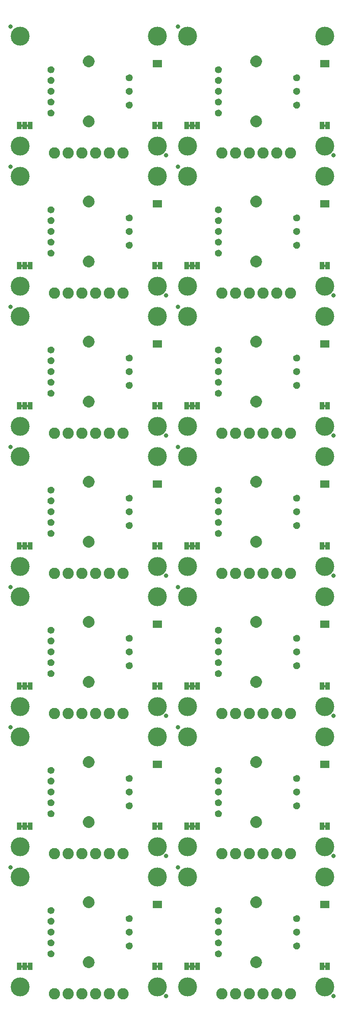
<source format=gbs>
G75*
%MOIN*%
%OFA0B0*%
%FSLAX25Y25*%
%IPPOS*%
%LPD*%
%AMOC8*
5,1,8,0,0,1.08239X$1,22.5*
%
%ADD10C,0.13800*%
%ADD11C,0.08200*%
%ADD12C,0.03300*%
%ADD13R,0.03300X0.05800*%
%ADD14C,0.00500*%
D10*
X0038750Y0038750D03*
X0038750Y0118750D03*
X0038750Y0140750D03*
X0038750Y0220750D03*
X0038750Y0242750D03*
X0038750Y0322750D03*
X0038750Y0344750D03*
X0038750Y0424750D03*
X0038750Y0446750D03*
X0038750Y0526750D03*
X0038750Y0548750D03*
X0038750Y0628750D03*
X0038750Y0650750D03*
X0038750Y0730750D03*
X0138750Y0730750D03*
X0160750Y0730750D03*
X0160750Y0650750D03*
X0160750Y0628750D03*
X0138750Y0628750D03*
X0138750Y0650750D03*
X0138750Y0548750D03*
X0138750Y0526750D03*
X0160750Y0526750D03*
X0160750Y0548750D03*
X0160750Y0446750D03*
X0160750Y0424750D03*
X0138750Y0424750D03*
X0138750Y0446750D03*
X0138750Y0344750D03*
X0138750Y0322750D03*
X0160750Y0322750D03*
X0160750Y0344750D03*
X0160750Y0242750D03*
X0160750Y0220750D03*
X0138750Y0220750D03*
X0138750Y0242750D03*
X0138750Y0140750D03*
X0138750Y0118750D03*
X0160750Y0118750D03*
X0160750Y0140750D03*
X0160750Y0038750D03*
X0138750Y0038750D03*
X0260750Y0038750D03*
X0260750Y0118750D03*
X0260750Y0140750D03*
X0260750Y0220750D03*
X0260750Y0242750D03*
X0260750Y0322750D03*
X0260750Y0344750D03*
X0260750Y0424750D03*
X0260750Y0446750D03*
X0260750Y0526750D03*
X0260750Y0548750D03*
X0260750Y0628750D03*
X0260750Y0650750D03*
X0260750Y0730750D03*
D11*
X0235750Y0645750D03*
X0225750Y0645750D03*
X0215750Y0645750D03*
X0205750Y0645750D03*
X0195750Y0645750D03*
X0185750Y0645750D03*
X0185750Y0543750D03*
X0195750Y0543750D03*
X0205750Y0543750D03*
X0215750Y0543750D03*
X0225750Y0543750D03*
X0235750Y0543750D03*
X0235750Y0441750D03*
X0225750Y0441750D03*
X0215750Y0441750D03*
X0205750Y0441750D03*
X0195750Y0441750D03*
X0185750Y0441750D03*
X0185750Y0339750D03*
X0195750Y0339750D03*
X0205750Y0339750D03*
X0215750Y0339750D03*
X0225750Y0339750D03*
X0235750Y0339750D03*
X0235750Y0237750D03*
X0225750Y0237750D03*
X0215750Y0237750D03*
X0205750Y0237750D03*
X0195750Y0237750D03*
X0185750Y0237750D03*
X0185750Y0135750D03*
X0195750Y0135750D03*
X0205750Y0135750D03*
X0215750Y0135750D03*
X0225750Y0135750D03*
X0235750Y0135750D03*
X0235750Y0033750D03*
X0225750Y0033750D03*
X0215750Y0033750D03*
X0205750Y0033750D03*
X0195750Y0033750D03*
X0185750Y0033750D03*
X0113750Y0033750D03*
X0103750Y0033750D03*
X0093750Y0033750D03*
X0083750Y0033750D03*
X0073750Y0033750D03*
X0063750Y0033750D03*
X0063750Y0135750D03*
X0073750Y0135750D03*
X0083750Y0135750D03*
X0093750Y0135750D03*
X0103750Y0135750D03*
X0113750Y0135750D03*
X0113750Y0237750D03*
X0103750Y0237750D03*
X0093750Y0237750D03*
X0083750Y0237750D03*
X0073750Y0237750D03*
X0063750Y0237750D03*
X0063750Y0339750D03*
X0073750Y0339750D03*
X0083750Y0339750D03*
X0093750Y0339750D03*
X0103750Y0339750D03*
X0113750Y0339750D03*
X0113750Y0441750D03*
X0103750Y0441750D03*
X0093750Y0441750D03*
X0083750Y0441750D03*
X0073750Y0441750D03*
X0063750Y0441750D03*
X0063750Y0543750D03*
X0073750Y0543750D03*
X0083750Y0543750D03*
X0093750Y0543750D03*
X0103750Y0543750D03*
X0113750Y0543750D03*
X0113750Y0645750D03*
X0103750Y0645750D03*
X0093750Y0645750D03*
X0083750Y0645750D03*
X0073750Y0645750D03*
X0063750Y0645750D03*
D12*
X0031750Y0635750D03*
X0031750Y0533750D03*
X0031750Y0431750D03*
X0031750Y0329750D03*
X0031750Y0227750D03*
X0031750Y0125750D03*
X0145250Y0134250D03*
X0153750Y0125750D03*
X0145250Y0032250D03*
X0153750Y0227750D03*
X0145250Y0236250D03*
X0153750Y0329750D03*
X0145250Y0338250D03*
X0153750Y0431750D03*
X0145250Y0440250D03*
X0153750Y0533750D03*
X0145250Y0542250D03*
X0153750Y0635750D03*
X0145250Y0644250D03*
X0153750Y0737750D03*
X0267250Y0644250D03*
X0267250Y0542250D03*
X0267250Y0440250D03*
X0267250Y0338250D03*
X0267250Y0236250D03*
X0267250Y0134250D03*
X0267250Y0032250D03*
X0031750Y0737750D03*
D13*
X0038250Y0665750D03*
X0042250Y0665750D03*
X0046250Y0665750D03*
X0046250Y0563750D03*
X0042250Y0563750D03*
X0038250Y0563750D03*
X0038250Y0461750D03*
X0042250Y0461750D03*
X0046250Y0461750D03*
X0046250Y0359750D03*
X0042250Y0359750D03*
X0038250Y0359750D03*
X0038250Y0257750D03*
X0042250Y0257750D03*
X0046250Y0257750D03*
X0046250Y0155750D03*
X0042250Y0155750D03*
X0038250Y0155750D03*
X0038250Y0053750D03*
X0042250Y0053750D03*
X0046250Y0053750D03*
X0136750Y0053750D03*
X0140750Y0053750D03*
X0160250Y0053750D03*
X0164250Y0053750D03*
X0168250Y0053750D03*
X0140350Y0098750D03*
X0137150Y0098750D03*
X0136750Y0155750D03*
X0140750Y0155750D03*
X0160250Y0155750D03*
X0164250Y0155750D03*
X0168250Y0155750D03*
X0140350Y0200750D03*
X0137150Y0200750D03*
X0136750Y0257750D03*
X0140750Y0257750D03*
X0160250Y0257750D03*
X0164250Y0257750D03*
X0168250Y0257750D03*
X0140350Y0302750D03*
X0137150Y0302750D03*
X0136750Y0359750D03*
X0140750Y0359750D03*
X0160250Y0359750D03*
X0164250Y0359750D03*
X0168250Y0359750D03*
X0140350Y0404750D03*
X0137150Y0404750D03*
X0136750Y0461750D03*
X0140750Y0461750D03*
X0160250Y0461750D03*
X0164250Y0461750D03*
X0168250Y0461750D03*
X0140350Y0506750D03*
X0137150Y0506750D03*
X0136750Y0563750D03*
X0140750Y0563750D03*
X0160250Y0563750D03*
X0164250Y0563750D03*
X0168250Y0563750D03*
X0140350Y0608750D03*
X0137150Y0608750D03*
X0136750Y0665750D03*
X0140750Y0665750D03*
X0160250Y0665750D03*
X0164250Y0665750D03*
X0168250Y0665750D03*
X0140350Y0710750D03*
X0137150Y0710750D03*
X0259150Y0710750D03*
X0262350Y0710750D03*
X0262750Y0665750D03*
X0258750Y0665750D03*
X0259150Y0608750D03*
X0262350Y0608750D03*
X0262750Y0563750D03*
X0258750Y0563750D03*
X0259150Y0506750D03*
X0262350Y0506750D03*
X0262750Y0461750D03*
X0258750Y0461750D03*
X0259150Y0404750D03*
X0262350Y0404750D03*
X0262750Y0359750D03*
X0258750Y0359750D03*
X0259150Y0302750D03*
X0262350Y0302750D03*
X0262750Y0257750D03*
X0258750Y0257750D03*
X0259150Y0200750D03*
X0262350Y0200750D03*
X0262750Y0155750D03*
X0258750Y0155750D03*
X0259150Y0098750D03*
X0262350Y0098750D03*
X0262750Y0053750D03*
X0258750Y0053750D03*
D14*
X0260000Y0053676D02*
X0261500Y0053676D01*
X0261500Y0053250D02*
X0261500Y0054250D01*
X0260000Y0054250D01*
X0260000Y0053250D01*
X0261500Y0053250D01*
X0261500Y0054174D02*
X0260000Y0054174D01*
X0242078Y0067508D02*
X0241809Y0067179D01*
X0241481Y0066910D01*
X0241106Y0066710D01*
X0240700Y0066587D01*
X0240278Y0066545D01*
X0239855Y0066587D01*
X0239449Y0066710D01*
X0239075Y0066910D01*
X0238746Y0067179D01*
X0238477Y0067508D01*
X0238277Y0067882D01*
X0238154Y0068288D01*
X0238112Y0068711D01*
X0238154Y0069133D01*
X0238277Y0069539D01*
X0238477Y0069914D01*
X0238746Y0070242D01*
X0239075Y0070511D01*
X0239449Y0070711D01*
X0239855Y0070834D01*
X0240278Y0070876D01*
X0240474Y0070876D01*
X0240912Y0070827D01*
X0241329Y0070681D01*
X0241702Y0070447D01*
X0242013Y0070135D01*
X0242248Y0069762D01*
X0242394Y0069346D01*
X0242443Y0068907D01*
X0242443Y0068711D01*
X0242401Y0068288D01*
X0242278Y0067882D01*
X0242078Y0067508D01*
X0242145Y0067634D02*
X0238410Y0067634D01*
X0238201Y0068132D02*
X0242354Y0068132D01*
X0242435Y0068631D02*
X0238120Y0068631D01*
X0238153Y0069129D02*
X0242418Y0069129D01*
X0242295Y0069628D02*
X0238324Y0069628D01*
X0238652Y0070126D02*
X0242019Y0070126D01*
X0241418Y0070625D02*
X0239288Y0070625D01*
X0238800Y0067135D02*
X0241755Y0067135D01*
X0240865Y0066637D02*
X0239690Y0066637D01*
X0240278Y0076585D02*
X0239855Y0076626D01*
X0239449Y0076749D01*
X0239075Y0076950D01*
X0238746Y0077219D01*
X0238477Y0077547D01*
X0238277Y0077921D01*
X0238154Y0078328D01*
X0238112Y0078750D01*
X0238154Y0079172D01*
X0238277Y0079579D01*
X0238477Y0079953D01*
X0238746Y0080281D01*
X0239075Y0080550D01*
X0239449Y0080751D01*
X0239855Y0080874D01*
X0240278Y0080915D01*
X0240474Y0080915D01*
X0240912Y0080866D01*
X0241329Y0080720D01*
X0241702Y0080486D01*
X0242013Y0080174D01*
X0242248Y0079801D01*
X0242394Y0079385D01*
X0242443Y0078947D01*
X0242443Y0078750D01*
X0242401Y0078328D01*
X0242278Y0077921D01*
X0242078Y0077547D01*
X0241809Y0077219D01*
X0241481Y0076950D01*
X0241106Y0076749D01*
X0240700Y0076626D01*
X0240278Y0076585D01*
X0240505Y0076607D02*
X0240050Y0076607D01*
X0238884Y0077106D02*
X0241671Y0077106D01*
X0242109Y0077604D02*
X0238447Y0077604D01*
X0238222Y0078103D02*
X0242333Y0078103D01*
X0242428Y0078601D02*
X0238127Y0078601D01*
X0238147Y0079100D02*
X0242426Y0079100D01*
X0242319Y0079598D02*
X0238287Y0079598D01*
X0238595Y0080097D02*
X0242062Y0080097D01*
X0241528Y0080595D02*
X0239158Y0080595D01*
X0239855Y0086469D02*
X0239449Y0086592D01*
X0239075Y0086792D01*
X0238746Y0087061D01*
X0238477Y0087390D01*
X0238277Y0087764D01*
X0238154Y0088170D01*
X0238112Y0088593D01*
X0238154Y0089015D01*
X0238277Y0089421D01*
X0238477Y0089796D01*
X0238746Y0090124D01*
X0239075Y0090393D01*
X0239449Y0090593D01*
X0239855Y0090716D01*
X0240278Y0090758D01*
X0240474Y0090758D01*
X0240912Y0090709D01*
X0241329Y0090563D01*
X0241702Y0090328D01*
X0242013Y0090017D01*
X0242248Y0089643D01*
X0242394Y0089227D01*
X0242443Y0088789D01*
X0242443Y0088593D01*
X0242401Y0088170D01*
X0242278Y0087764D01*
X0242078Y0087390D01*
X0241809Y0087061D01*
X0241481Y0086792D01*
X0241106Y0086592D01*
X0240700Y0086469D01*
X0240278Y0086427D01*
X0239855Y0086469D01*
X0239497Y0086577D02*
X0241058Y0086577D01*
X0241821Y0087076D02*
X0238735Y0087076D01*
X0238378Y0087574D02*
X0242177Y0087574D01*
X0242372Y0088073D02*
X0238183Y0088073D01*
X0238114Y0088571D02*
X0242441Y0088571D01*
X0242411Y0089070D02*
X0238170Y0089070D01*
X0238356Y0089568D02*
X0242274Y0089568D01*
X0241963Y0090067D02*
X0238700Y0090067D01*
X0239397Y0090565D02*
X0241321Y0090565D01*
X0214450Y0099254D02*
X0214160Y0098632D01*
X0213766Y0098070D01*
X0213281Y0097584D01*
X0212719Y0097191D01*
X0212097Y0096901D01*
X0211434Y0096723D01*
X0210750Y0096663D01*
X0210066Y0096723D01*
X0209403Y0096901D01*
X0208781Y0097191D01*
X0208219Y0097584D01*
X0207734Y0098070D01*
X0207340Y0098632D01*
X0207050Y0099254D01*
X0206873Y0099917D01*
X0206813Y0100600D01*
X0206873Y0101284D01*
X0207050Y0101947D01*
X0207340Y0102569D01*
X0207734Y0103131D01*
X0208219Y0103616D01*
X0208781Y0104010D01*
X0209403Y0104300D01*
X0210066Y0104478D01*
X0210750Y0104537D01*
X0211434Y0104478D01*
X0212097Y0104300D01*
X0212719Y0104010D01*
X0213281Y0103616D01*
X0213766Y0103131D01*
X0214160Y0102569D01*
X0214450Y0101947D01*
X0214627Y0101284D01*
X0214687Y0100600D01*
X0214627Y0099917D01*
X0214450Y0099254D01*
X0214350Y0099040D02*
X0207150Y0099040D01*
X0206974Y0099539D02*
X0214526Y0099539D01*
X0214638Y0100037D02*
X0206862Y0100037D01*
X0206819Y0100536D02*
X0214681Y0100536D01*
X0214649Y0101034D02*
X0206851Y0101034D01*
X0206939Y0101533D02*
X0214561Y0101533D01*
X0214410Y0102031D02*
X0207090Y0102031D01*
X0207322Y0102530D02*
X0214178Y0102530D01*
X0213838Y0103028D02*
X0207662Y0103028D01*
X0208130Y0103527D02*
X0213370Y0103527D01*
X0212686Y0104025D02*
X0208814Y0104025D01*
X0210594Y0104524D02*
X0210906Y0104524D01*
X0214096Y0098542D02*
X0207404Y0098542D01*
X0207761Y0098043D02*
X0213739Y0098043D01*
X0213224Y0097545D02*
X0208276Y0097545D01*
X0209092Y0097046D02*
X0212408Y0097046D01*
X0210750Y0060837D02*
X0211434Y0060777D01*
X0212097Y0060599D01*
X0212719Y0060309D01*
X0213281Y0059916D01*
X0213766Y0059430D01*
X0214160Y0058868D01*
X0214450Y0058246D01*
X0214627Y0057583D01*
X0214687Y0056900D01*
X0214627Y0056216D01*
X0214450Y0055553D01*
X0214160Y0054931D01*
X0213766Y0054369D01*
X0213281Y0053884D01*
X0212719Y0053490D01*
X0212097Y0053200D01*
X0211434Y0053022D01*
X0210750Y0052963D01*
X0210066Y0053022D01*
X0209403Y0053200D01*
X0208781Y0053490D01*
X0208219Y0053884D01*
X0207734Y0054369D01*
X0207340Y0054931D01*
X0207050Y0055553D01*
X0206873Y0056216D01*
X0206813Y0056900D01*
X0206873Y0057583D01*
X0207050Y0058246D01*
X0207340Y0058868D01*
X0207734Y0059430D01*
X0208219Y0059916D01*
X0208781Y0060309D01*
X0209403Y0060599D01*
X0210066Y0060777D01*
X0210750Y0060837D01*
X0209611Y0060655D02*
X0211889Y0060655D01*
X0212937Y0060156D02*
X0208563Y0060156D01*
X0207962Y0059658D02*
X0213538Y0059658D01*
X0213956Y0059159D02*
X0207544Y0059159D01*
X0207244Y0058661D02*
X0214256Y0058661D01*
X0214472Y0058162D02*
X0207028Y0058162D01*
X0206894Y0057664D02*
X0214606Y0057664D01*
X0214664Y0057165D02*
X0206836Y0057165D01*
X0206833Y0056667D02*
X0214667Y0056667D01*
X0214614Y0056168D02*
X0206886Y0056168D01*
X0207019Y0055670D02*
X0214481Y0055670D01*
X0214271Y0055171D02*
X0207229Y0055171D01*
X0207521Y0054673D02*
X0213979Y0054673D01*
X0213571Y0054174D02*
X0207929Y0054174D01*
X0208517Y0053676D02*
X0212983Y0053676D01*
X0212011Y0053177D02*
X0209489Y0053177D01*
X0185191Y0062110D02*
X0184991Y0061736D01*
X0184722Y0061408D01*
X0184394Y0061139D01*
X0184020Y0060938D01*
X0183613Y0060815D01*
X0183191Y0060774D01*
X0182769Y0060815D01*
X0182362Y0060938D01*
X0181988Y0061139D01*
X0181660Y0061408D01*
X0181391Y0061736D01*
X0181190Y0062110D01*
X0181067Y0062517D01*
X0181026Y0062939D01*
X0181067Y0063361D01*
X0181190Y0063768D01*
X0181391Y0064142D01*
X0181660Y0064470D01*
X0181988Y0064739D01*
X0182362Y0064940D01*
X0182769Y0065063D01*
X0183191Y0065104D01*
X0183388Y0065104D01*
X0183826Y0065055D01*
X0184242Y0064909D01*
X0184615Y0064675D01*
X0184927Y0064363D01*
X0185161Y0063990D01*
X0185307Y0063574D01*
X0185356Y0063136D01*
X0185356Y0062939D01*
X0185315Y0062517D01*
X0185191Y0062110D01*
X0185204Y0062150D02*
X0181178Y0062150D01*
X0181054Y0062649D02*
X0185328Y0062649D01*
X0185355Y0063147D02*
X0181046Y0063147D01*
X0181153Y0063646D02*
X0185282Y0063646D01*
X0185064Y0064144D02*
X0181392Y0064144D01*
X0181870Y0064643D02*
X0184647Y0064643D01*
X0184922Y0061652D02*
X0181460Y0061652D01*
X0181970Y0061153D02*
X0184412Y0061153D01*
X0183613Y0068815D02*
X0183191Y0068774D01*
X0182769Y0068815D01*
X0182362Y0068938D01*
X0181988Y0069139D01*
X0181660Y0069408D01*
X0181391Y0069736D01*
X0181190Y0070110D01*
X0181067Y0070517D01*
X0181026Y0070939D01*
X0181067Y0071361D01*
X0181190Y0071768D01*
X0181391Y0072142D01*
X0181660Y0072470D01*
X0181988Y0072739D01*
X0182362Y0072940D01*
X0182769Y0073063D01*
X0183191Y0073104D01*
X0183388Y0073104D01*
X0183826Y0073055D01*
X0184242Y0072909D01*
X0184615Y0072675D01*
X0184927Y0072363D01*
X0185161Y0071990D01*
X0185307Y0071574D01*
X0185356Y0071136D01*
X0185356Y0070939D01*
X0185315Y0070517D01*
X0185191Y0070110D01*
X0184991Y0069736D01*
X0184722Y0069408D01*
X0184394Y0069139D01*
X0184020Y0068938D01*
X0183613Y0068815D01*
X0184377Y0069129D02*
X0182005Y0069129D01*
X0181479Y0069628D02*
X0184903Y0069628D01*
X0185196Y0070126D02*
X0181186Y0070126D01*
X0181057Y0070625D02*
X0185325Y0070625D01*
X0185356Y0071123D02*
X0181044Y0071123D01*
X0181146Y0071622D02*
X0185290Y0071622D01*
X0185079Y0072120D02*
X0181379Y0072120D01*
X0181841Y0072619D02*
X0184671Y0072619D01*
X0183613Y0076689D02*
X0183191Y0076648D01*
X0182769Y0076689D01*
X0182362Y0076812D01*
X0181988Y0077013D01*
X0181660Y0077282D01*
X0181391Y0077610D01*
X0181190Y0077984D01*
X0181067Y0078391D01*
X0181026Y0078813D01*
X0181067Y0079235D01*
X0181190Y0079642D01*
X0181391Y0080016D01*
X0181660Y0080344D01*
X0181988Y0080613D01*
X0182362Y0080814D01*
X0182769Y0080937D01*
X0183191Y0080978D01*
X0183388Y0080978D01*
X0183826Y0080929D01*
X0184242Y0080783D01*
X0184615Y0080549D01*
X0184927Y0080237D01*
X0185161Y0079864D01*
X0185307Y0079448D01*
X0185356Y0079010D01*
X0185356Y0078813D01*
X0185315Y0078391D01*
X0185191Y0077984D01*
X0184991Y0077610D01*
X0184722Y0077282D01*
X0184394Y0077013D01*
X0184020Y0076812D01*
X0183613Y0076689D01*
X0184507Y0077106D02*
X0181875Y0077106D01*
X0181395Y0077604D02*
X0184987Y0077604D01*
X0185227Y0078103D02*
X0181155Y0078103D01*
X0181046Y0078601D02*
X0185335Y0078601D01*
X0185346Y0079100D02*
X0181054Y0079100D01*
X0181177Y0079598D02*
X0185254Y0079598D01*
X0185015Y0080097D02*
X0181457Y0080097D01*
X0181966Y0080595D02*
X0184541Y0080595D01*
X0183613Y0084563D02*
X0183191Y0084522D01*
X0182769Y0084563D01*
X0182362Y0084686D01*
X0181988Y0084887D01*
X0181660Y0085156D01*
X0181391Y0085484D01*
X0181190Y0085858D01*
X0181067Y0086265D01*
X0181026Y0086687D01*
X0181067Y0087109D01*
X0181190Y0087516D01*
X0181391Y0087890D01*
X0181660Y0088218D01*
X0181988Y0088487D01*
X0182362Y0088688D01*
X0182769Y0088811D01*
X0183191Y0088852D01*
X0183388Y0088852D01*
X0183826Y0088803D01*
X0184242Y0088657D01*
X0184615Y0088423D01*
X0184927Y0088111D01*
X0185161Y0087738D01*
X0185307Y0087322D01*
X0185356Y0086884D01*
X0185356Y0086687D01*
X0185315Y0086265D01*
X0185191Y0085858D01*
X0184991Y0085484D01*
X0184722Y0085156D01*
X0184394Y0084887D01*
X0184020Y0084686D01*
X0183613Y0084563D01*
X0183679Y0084583D02*
X0182703Y0084583D01*
X0181750Y0085082D02*
X0184632Y0085082D01*
X0185043Y0085580D02*
X0181339Y0085580D01*
X0181124Y0086079D02*
X0185258Y0086079D01*
X0185345Y0086577D02*
X0181036Y0086577D01*
X0181064Y0087076D02*
X0185335Y0087076D01*
X0185219Y0087574D02*
X0181222Y0087574D01*
X0181541Y0088073D02*
X0184951Y0088073D01*
X0184379Y0088571D02*
X0182145Y0088571D01*
X0182769Y0092437D02*
X0182362Y0092560D01*
X0181988Y0092761D01*
X0181660Y0093030D01*
X0181391Y0093358D01*
X0181190Y0093732D01*
X0181067Y0094139D01*
X0181026Y0094561D01*
X0181067Y0094983D01*
X0181190Y0095390D01*
X0181391Y0095764D01*
X0181660Y0096092D01*
X0181988Y0096361D01*
X0182362Y0096562D01*
X0182769Y0096685D01*
X0183191Y0096726D01*
X0183388Y0096726D01*
X0183826Y0096677D01*
X0184242Y0096531D01*
X0184615Y0096297D01*
X0184927Y0095985D01*
X0185161Y0095612D01*
X0185307Y0095196D01*
X0185356Y0094758D01*
X0185356Y0094561D01*
X0185315Y0094139D01*
X0185191Y0093732D01*
X0184991Y0093358D01*
X0184722Y0093030D01*
X0184394Y0092761D01*
X0184020Y0092560D01*
X0183613Y0092437D01*
X0183191Y0092396D01*
X0182769Y0092437D01*
X0182366Y0092559D02*
X0184016Y0092559D01*
X0184745Y0093058D02*
X0181637Y0093058D01*
X0181284Y0093556D02*
X0185097Y0093556D01*
X0185289Y0094055D02*
X0181093Y0094055D01*
X0181026Y0094553D02*
X0185356Y0094553D01*
X0185323Y0095052D02*
X0181088Y0095052D01*
X0181276Y0095551D02*
X0185183Y0095551D01*
X0184863Y0096049D02*
X0181624Y0096049D01*
X0182336Y0096548D02*
X0184196Y0096548D01*
X0167000Y0054250D02*
X0167000Y0053250D01*
X0161500Y0053250D01*
X0161500Y0054250D01*
X0167000Y0054250D01*
X0167000Y0054174D02*
X0161500Y0054174D01*
X0161500Y0053676D02*
X0167000Y0053676D01*
X0139500Y0053676D02*
X0138000Y0053676D01*
X0138000Y0053250D02*
X0138000Y0054250D01*
X0139500Y0054250D01*
X0139500Y0053250D01*
X0138000Y0053250D01*
X0138000Y0054174D02*
X0139500Y0054174D01*
X0120078Y0067508D02*
X0119809Y0067179D01*
X0119481Y0066910D01*
X0119106Y0066710D01*
X0118700Y0066587D01*
X0118278Y0066545D01*
X0117855Y0066587D01*
X0117449Y0066710D01*
X0117075Y0066910D01*
X0116746Y0067179D01*
X0116477Y0067508D01*
X0116277Y0067882D01*
X0116154Y0068288D01*
X0116112Y0068711D01*
X0116154Y0069133D01*
X0116277Y0069539D01*
X0116477Y0069914D01*
X0116746Y0070242D01*
X0117075Y0070511D01*
X0117449Y0070711D01*
X0117855Y0070834D01*
X0118278Y0070876D01*
X0118474Y0070876D01*
X0118912Y0070827D01*
X0119329Y0070681D01*
X0119702Y0070447D01*
X0120013Y0070135D01*
X0120248Y0069762D01*
X0120394Y0069346D01*
X0120443Y0068907D01*
X0120443Y0068711D01*
X0120401Y0068288D01*
X0120278Y0067882D01*
X0120078Y0067508D01*
X0120145Y0067634D02*
X0116410Y0067634D01*
X0116201Y0068132D02*
X0120354Y0068132D01*
X0120435Y0068631D02*
X0116120Y0068631D01*
X0116153Y0069129D02*
X0120418Y0069129D01*
X0120295Y0069628D02*
X0116324Y0069628D01*
X0116652Y0070126D02*
X0120019Y0070126D01*
X0119418Y0070625D02*
X0117288Y0070625D01*
X0116800Y0067135D02*
X0119755Y0067135D01*
X0118865Y0066637D02*
X0117690Y0066637D01*
X0118278Y0076585D02*
X0117855Y0076626D01*
X0117449Y0076749D01*
X0117075Y0076950D01*
X0116746Y0077219D01*
X0116477Y0077547D01*
X0116277Y0077921D01*
X0116154Y0078328D01*
X0116112Y0078750D01*
X0116154Y0079172D01*
X0116277Y0079579D01*
X0116477Y0079953D01*
X0116746Y0080281D01*
X0117075Y0080550D01*
X0117449Y0080751D01*
X0117855Y0080874D01*
X0118278Y0080915D01*
X0118474Y0080915D01*
X0118912Y0080866D01*
X0119329Y0080720D01*
X0119702Y0080486D01*
X0120013Y0080174D01*
X0120248Y0079801D01*
X0120394Y0079385D01*
X0120443Y0078947D01*
X0120443Y0078750D01*
X0120401Y0078328D01*
X0120278Y0077921D01*
X0120078Y0077547D01*
X0119809Y0077219D01*
X0119481Y0076950D01*
X0119106Y0076749D01*
X0118700Y0076626D01*
X0118278Y0076585D01*
X0118505Y0076607D02*
X0118050Y0076607D01*
X0116884Y0077106D02*
X0119671Y0077106D01*
X0120109Y0077604D02*
X0116447Y0077604D01*
X0116222Y0078103D02*
X0120333Y0078103D01*
X0120428Y0078601D02*
X0116127Y0078601D01*
X0116147Y0079100D02*
X0120426Y0079100D01*
X0120319Y0079598D02*
X0116287Y0079598D01*
X0116595Y0080097D02*
X0120062Y0080097D01*
X0119528Y0080595D02*
X0117158Y0080595D01*
X0117855Y0086469D02*
X0117449Y0086592D01*
X0117075Y0086792D01*
X0116746Y0087061D01*
X0116477Y0087390D01*
X0116277Y0087764D01*
X0116154Y0088170D01*
X0116112Y0088593D01*
X0116154Y0089015D01*
X0116277Y0089421D01*
X0116477Y0089796D01*
X0116746Y0090124D01*
X0117075Y0090393D01*
X0117449Y0090593D01*
X0117855Y0090716D01*
X0118278Y0090758D01*
X0118474Y0090758D01*
X0118912Y0090709D01*
X0119329Y0090563D01*
X0119702Y0090328D01*
X0120013Y0090017D01*
X0120248Y0089643D01*
X0120394Y0089227D01*
X0120443Y0088789D01*
X0120443Y0088593D01*
X0120401Y0088170D01*
X0120278Y0087764D01*
X0120078Y0087390D01*
X0119809Y0087061D01*
X0119481Y0086792D01*
X0119106Y0086592D01*
X0118700Y0086469D01*
X0118278Y0086427D01*
X0117855Y0086469D01*
X0117497Y0086577D02*
X0119058Y0086577D01*
X0119821Y0087076D02*
X0116735Y0087076D01*
X0116378Y0087574D02*
X0120177Y0087574D01*
X0120372Y0088073D02*
X0116183Y0088073D01*
X0116114Y0088571D02*
X0120441Y0088571D01*
X0120411Y0089070D02*
X0116170Y0089070D01*
X0116356Y0089568D02*
X0120274Y0089568D01*
X0119963Y0090067D02*
X0116700Y0090067D01*
X0117397Y0090565D02*
X0119321Y0090565D01*
X0092450Y0099254D02*
X0092160Y0098632D01*
X0091766Y0098070D01*
X0091281Y0097584D01*
X0090719Y0097191D01*
X0090097Y0096901D01*
X0089434Y0096723D01*
X0088750Y0096663D01*
X0088066Y0096723D01*
X0087403Y0096901D01*
X0086781Y0097191D01*
X0086219Y0097584D01*
X0085734Y0098070D01*
X0085340Y0098632D01*
X0085050Y0099254D01*
X0084873Y0099917D01*
X0084813Y0100600D01*
X0084873Y0101284D01*
X0085050Y0101947D01*
X0085340Y0102569D01*
X0085734Y0103131D01*
X0086219Y0103616D01*
X0086781Y0104010D01*
X0087403Y0104300D01*
X0088066Y0104478D01*
X0088750Y0104537D01*
X0089434Y0104478D01*
X0090097Y0104300D01*
X0090719Y0104010D01*
X0091281Y0103616D01*
X0091766Y0103131D01*
X0092160Y0102569D01*
X0092450Y0101947D01*
X0092627Y0101284D01*
X0092687Y0100600D01*
X0092627Y0099917D01*
X0092450Y0099254D01*
X0092350Y0099040D02*
X0085150Y0099040D01*
X0084974Y0099539D02*
X0092526Y0099539D01*
X0092638Y0100037D02*
X0084862Y0100037D01*
X0084819Y0100536D02*
X0092681Y0100536D01*
X0092649Y0101034D02*
X0084851Y0101034D01*
X0084939Y0101533D02*
X0092561Y0101533D01*
X0092410Y0102031D02*
X0085090Y0102031D01*
X0085322Y0102530D02*
X0092178Y0102530D01*
X0091838Y0103028D02*
X0085662Y0103028D01*
X0086130Y0103527D02*
X0091370Y0103527D01*
X0090686Y0104025D02*
X0086814Y0104025D01*
X0088594Y0104524D02*
X0088906Y0104524D01*
X0092096Y0098542D02*
X0085404Y0098542D01*
X0085761Y0098043D02*
X0091739Y0098043D01*
X0091224Y0097545D02*
X0086276Y0097545D01*
X0087092Y0097046D02*
X0090408Y0097046D01*
X0088750Y0060837D02*
X0089434Y0060777D01*
X0090097Y0060599D01*
X0090719Y0060309D01*
X0091281Y0059916D01*
X0091766Y0059430D01*
X0092160Y0058868D01*
X0092450Y0058246D01*
X0092627Y0057583D01*
X0092687Y0056900D01*
X0092627Y0056216D01*
X0092450Y0055553D01*
X0092160Y0054931D01*
X0091766Y0054369D01*
X0091281Y0053884D01*
X0090719Y0053490D01*
X0090097Y0053200D01*
X0089434Y0053022D01*
X0088750Y0052963D01*
X0088066Y0053022D01*
X0087403Y0053200D01*
X0086781Y0053490D01*
X0086219Y0053884D01*
X0085734Y0054369D01*
X0085340Y0054931D01*
X0085050Y0055553D01*
X0084873Y0056216D01*
X0084813Y0056900D01*
X0084873Y0057583D01*
X0085050Y0058246D01*
X0085340Y0058868D01*
X0085734Y0059430D01*
X0086219Y0059916D01*
X0086781Y0060309D01*
X0087403Y0060599D01*
X0088066Y0060777D01*
X0088750Y0060837D01*
X0087611Y0060655D02*
X0089889Y0060655D01*
X0090937Y0060156D02*
X0086563Y0060156D01*
X0085962Y0059658D02*
X0091538Y0059658D01*
X0091956Y0059159D02*
X0085544Y0059159D01*
X0085244Y0058661D02*
X0092256Y0058661D01*
X0092472Y0058162D02*
X0085028Y0058162D01*
X0084894Y0057664D02*
X0092606Y0057664D01*
X0092664Y0057165D02*
X0084836Y0057165D01*
X0084833Y0056667D02*
X0092667Y0056667D01*
X0092614Y0056168D02*
X0084886Y0056168D01*
X0085019Y0055670D02*
X0092481Y0055670D01*
X0092271Y0055171D02*
X0085229Y0055171D01*
X0085521Y0054673D02*
X0091979Y0054673D01*
X0091571Y0054174D02*
X0085929Y0054174D01*
X0086517Y0053676D02*
X0090983Y0053676D01*
X0090011Y0053177D02*
X0087489Y0053177D01*
X0063191Y0062110D02*
X0062991Y0061736D01*
X0062722Y0061408D01*
X0062394Y0061139D01*
X0062020Y0060938D01*
X0061613Y0060815D01*
X0061191Y0060774D01*
X0060769Y0060815D01*
X0060362Y0060938D01*
X0059988Y0061139D01*
X0059660Y0061408D01*
X0059391Y0061736D01*
X0059190Y0062110D01*
X0059067Y0062517D01*
X0059026Y0062939D01*
X0059067Y0063361D01*
X0059190Y0063768D01*
X0059391Y0064142D01*
X0059660Y0064470D01*
X0059988Y0064739D01*
X0060362Y0064940D01*
X0060769Y0065063D01*
X0061191Y0065104D01*
X0061388Y0065104D01*
X0061826Y0065055D01*
X0062242Y0064909D01*
X0062615Y0064675D01*
X0062927Y0064363D01*
X0063161Y0063990D01*
X0063307Y0063574D01*
X0063356Y0063136D01*
X0063356Y0062939D01*
X0063315Y0062517D01*
X0063191Y0062110D01*
X0063204Y0062150D02*
X0059178Y0062150D01*
X0059054Y0062649D02*
X0063328Y0062649D01*
X0063355Y0063147D02*
X0059046Y0063147D01*
X0059153Y0063646D02*
X0063282Y0063646D01*
X0063064Y0064144D02*
X0059392Y0064144D01*
X0059870Y0064643D02*
X0062647Y0064643D01*
X0062922Y0061652D02*
X0059460Y0061652D01*
X0059970Y0061153D02*
X0062412Y0061153D01*
X0061613Y0068815D02*
X0061191Y0068774D01*
X0060769Y0068815D01*
X0060362Y0068938D01*
X0059988Y0069139D01*
X0059660Y0069408D01*
X0059391Y0069736D01*
X0059190Y0070110D01*
X0059067Y0070517D01*
X0059026Y0070939D01*
X0059067Y0071361D01*
X0059190Y0071768D01*
X0059391Y0072142D01*
X0059660Y0072470D01*
X0059988Y0072739D01*
X0060362Y0072940D01*
X0060769Y0073063D01*
X0061191Y0073104D01*
X0061388Y0073104D01*
X0061826Y0073055D01*
X0062242Y0072909D01*
X0062615Y0072675D01*
X0062927Y0072363D01*
X0063161Y0071990D01*
X0063307Y0071574D01*
X0063356Y0071136D01*
X0063356Y0070939D01*
X0063315Y0070517D01*
X0063191Y0070110D01*
X0062991Y0069736D01*
X0062722Y0069408D01*
X0062394Y0069139D01*
X0062020Y0068938D01*
X0061613Y0068815D01*
X0062377Y0069129D02*
X0060005Y0069129D01*
X0059479Y0069628D02*
X0062903Y0069628D01*
X0063196Y0070126D02*
X0059186Y0070126D01*
X0059057Y0070625D02*
X0063325Y0070625D01*
X0063356Y0071123D02*
X0059044Y0071123D01*
X0059146Y0071622D02*
X0063290Y0071622D01*
X0063079Y0072120D02*
X0059379Y0072120D01*
X0059841Y0072619D02*
X0062671Y0072619D01*
X0061613Y0076689D02*
X0061191Y0076648D01*
X0060769Y0076689D01*
X0060362Y0076812D01*
X0059988Y0077013D01*
X0059660Y0077282D01*
X0059391Y0077610D01*
X0059190Y0077984D01*
X0059067Y0078391D01*
X0059026Y0078813D01*
X0059067Y0079235D01*
X0059190Y0079642D01*
X0059391Y0080016D01*
X0059660Y0080344D01*
X0059988Y0080613D01*
X0060362Y0080814D01*
X0060769Y0080937D01*
X0061191Y0080978D01*
X0061388Y0080978D01*
X0061826Y0080929D01*
X0062242Y0080783D01*
X0062615Y0080549D01*
X0062927Y0080237D01*
X0063161Y0079864D01*
X0063307Y0079448D01*
X0063356Y0079010D01*
X0063356Y0078813D01*
X0063315Y0078391D01*
X0063191Y0077984D01*
X0062991Y0077610D01*
X0062722Y0077282D01*
X0062394Y0077013D01*
X0062020Y0076812D01*
X0061613Y0076689D01*
X0062507Y0077106D02*
X0059875Y0077106D01*
X0059395Y0077604D02*
X0062987Y0077604D01*
X0063227Y0078103D02*
X0059155Y0078103D01*
X0059046Y0078601D02*
X0063335Y0078601D01*
X0063346Y0079100D02*
X0059054Y0079100D01*
X0059177Y0079598D02*
X0063254Y0079598D01*
X0063015Y0080097D02*
X0059457Y0080097D01*
X0059966Y0080595D02*
X0062541Y0080595D01*
X0061613Y0084563D02*
X0061191Y0084522D01*
X0060769Y0084563D01*
X0060362Y0084686D01*
X0059988Y0084887D01*
X0059660Y0085156D01*
X0059391Y0085484D01*
X0059190Y0085858D01*
X0059067Y0086265D01*
X0059026Y0086687D01*
X0059067Y0087109D01*
X0059190Y0087516D01*
X0059391Y0087890D01*
X0059660Y0088218D01*
X0059988Y0088487D01*
X0060362Y0088688D01*
X0060769Y0088811D01*
X0061191Y0088852D01*
X0061388Y0088852D01*
X0061826Y0088803D01*
X0062242Y0088657D01*
X0062615Y0088423D01*
X0062927Y0088111D01*
X0063161Y0087738D01*
X0063307Y0087322D01*
X0063356Y0086884D01*
X0063356Y0086687D01*
X0063315Y0086265D01*
X0063191Y0085858D01*
X0062991Y0085484D01*
X0062722Y0085156D01*
X0062394Y0084887D01*
X0062020Y0084686D01*
X0061613Y0084563D01*
X0061679Y0084583D02*
X0060703Y0084583D01*
X0059750Y0085082D02*
X0062632Y0085082D01*
X0063043Y0085580D02*
X0059339Y0085580D01*
X0059124Y0086079D02*
X0063258Y0086079D01*
X0063345Y0086577D02*
X0059036Y0086577D01*
X0059064Y0087076D02*
X0063335Y0087076D01*
X0063219Y0087574D02*
X0059222Y0087574D01*
X0059541Y0088073D02*
X0062951Y0088073D01*
X0062379Y0088571D02*
X0060145Y0088571D01*
X0060769Y0092437D02*
X0060362Y0092560D01*
X0059988Y0092761D01*
X0059660Y0093030D01*
X0059391Y0093358D01*
X0059190Y0093732D01*
X0059067Y0094139D01*
X0059026Y0094561D01*
X0059067Y0094983D01*
X0059190Y0095390D01*
X0059391Y0095764D01*
X0059660Y0096092D01*
X0059988Y0096361D01*
X0060362Y0096562D01*
X0060769Y0096685D01*
X0061191Y0096726D01*
X0061388Y0096726D01*
X0061826Y0096677D01*
X0062242Y0096531D01*
X0062615Y0096297D01*
X0062927Y0095985D01*
X0063161Y0095612D01*
X0063307Y0095196D01*
X0063356Y0094758D01*
X0063356Y0094561D01*
X0063315Y0094139D01*
X0063191Y0093732D01*
X0062991Y0093358D01*
X0062722Y0093030D01*
X0062394Y0092761D01*
X0062020Y0092560D01*
X0061613Y0092437D01*
X0061191Y0092396D01*
X0060769Y0092437D01*
X0060366Y0092559D02*
X0062016Y0092559D01*
X0062745Y0093058D02*
X0059637Y0093058D01*
X0059284Y0093556D02*
X0063097Y0093556D01*
X0063289Y0094055D02*
X0059093Y0094055D01*
X0059026Y0094553D02*
X0063356Y0094553D01*
X0063323Y0095052D02*
X0059088Y0095052D01*
X0059276Y0095551D02*
X0063183Y0095551D01*
X0062863Y0096049D02*
X0059624Y0096049D01*
X0060336Y0096548D02*
X0062196Y0096548D01*
X0045000Y0054250D02*
X0045000Y0053250D01*
X0039500Y0053250D01*
X0039500Y0054250D01*
X0045000Y0054250D01*
X0045000Y0054174D02*
X0039500Y0054174D01*
X0039500Y0053676D02*
X0045000Y0053676D01*
X0045000Y0155250D02*
X0039500Y0155250D01*
X0039500Y0156250D01*
X0045000Y0156250D01*
X0045000Y0155250D01*
X0045000Y0155372D02*
X0039500Y0155372D01*
X0039500Y0155870D02*
X0045000Y0155870D01*
X0059391Y0163736D02*
X0059190Y0164110D01*
X0059067Y0164517D01*
X0059026Y0164939D01*
X0059067Y0165361D01*
X0059190Y0165768D01*
X0059391Y0166142D01*
X0059660Y0166470D01*
X0059988Y0166739D01*
X0060362Y0166940D01*
X0060769Y0167063D01*
X0061191Y0167104D01*
X0061388Y0167104D01*
X0061826Y0167055D01*
X0062242Y0166909D01*
X0062615Y0166675D01*
X0062927Y0166363D01*
X0063161Y0165990D01*
X0063307Y0165574D01*
X0063356Y0165136D01*
X0063356Y0164939D01*
X0063315Y0164517D01*
X0063191Y0164110D01*
X0062991Y0163736D01*
X0062722Y0163408D01*
X0062394Y0163139D01*
X0062020Y0162938D01*
X0061613Y0162815D01*
X0061191Y0162774D01*
X0060769Y0162815D01*
X0060362Y0162938D01*
X0059988Y0163139D01*
X0059660Y0163408D01*
X0059391Y0163736D01*
X0059331Y0163847D02*
X0063050Y0163847D01*
X0063263Y0164345D02*
X0059119Y0164345D01*
X0059035Y0164844D02*
X0063347Y0164844D01*
X0063333Y0165342D02*
X0059065Y0165342D01*
X0059229Y0165841D02*
X0063214Y0165841D01*
X0062942Y0166339D02*
X0059552Y0166339D01*
X0060172Y0166838D02*
X0062356Y0166838D01*
X0062649Y0163348D02*
X0059733Y0163348D01*
X0060655Y0162850D02*
X0061727Y0162850D01*
X0061191Y0170774D02*
X0060769Y0170815D01*
X0060362Y0170938D01*
X0059988Y0171139D01*
X0059660Y0171408D01*
X0059391Y0171736D01*
X0059190Y0172110D01*
X0059067Y0172517D01*
X0059026Y0172939D01*
X0059067Y0173361D01*
X0059190Y0173768D01*
X0059391Y0174142D01*
X0059660Y0174470D01*
X0059988Y0174739D01*
X0060362Y0174940D01*
X0060769Y0175063D01*
X0061191Y0175104D01*
X0061388Y0175104D01*
X0061826Y0175055D01*
X0062242Y0174909D01*
X0062615Y0174675D01*
X0062927Y0174363D01*
X0063161Y0173990D01*
X0063307Y0173574D01*
X0063356Y0173136D01*
X0063356Y0172939D01*
X0063315Y0172517D01*
X0063191Y0172110D01*
X0062991Y0171736D01*
X0062722Y0171408D01*
X0062394Y0171139D01*
X0062020Y0170938D01*
X0061613Y0170815D01*
X0061191Y0170774D01*
X0060734Y0170826D02*
X0061648Y0170826D01*
X0062620Y0171324D02*
X0059762Y0171324D01*
X0059344Y0171823D02*
X0063038Y0171823D01*
X0063255Y0172321D02*
X0059126Y0172321D01*
X0059037Y0172820D02*
X0063345Y0172820D01*
X0063336Y0173318D02*
X0059063Y0173318D01*
X0059217Y0173817D02*
X0063222Y0173817D01*
X0062957Y0174315D02*
X0059533Y0174315D01*
X0060127Y0174814D02*
X0062394Y0174814D01*
X0061613Y0178689D02*
X0061191Y0178648D01*
X0060769Y0178689D01*
X0060362Y0178812D01*
X0059988Y0179013D01*
X0059660Y0179282D01*
X0059391Y0179610D01*
X0059190Y0179984D01*
X0059067Y0180391D01*
X0059026Y0180813D01*
X0059067Y0181235D01*
X0059190Y0181642D01*
X0059391Y0182016D01*
X0059660Y0182344D01*
X0059988Y0182613D01*
X0060362Y0182814D01*
X0060769Y0182937D01*
X0061191Y0182978D01*
X0061388Y0182978D01*
X0061826Y0182929D01*
X0062242Y0182783D01*
X0062615Y0182549D01*
X0062927Y0182237D01*
X0063161Y0181864D01*
X0063307Y0181448D01*
X0063356Y0181010D01*
X0063356Y0180813D01*
X0063315Y0180391D01*
X0063191Y0179984D01*
X0062991Y0179610D01*
X0062722Y0179282D01*
X0062394Y0179013D01*
X0062020Y0178812D01*
X0061613Y0178689D01*
X0061985Y0178802D02*
X0060397Y0178802D01*
X0059645Y0179300D02*
X0062737Y0179300D01*
X0063092Y0179799D02*
X0059290Y0179799D01*
X0059095Y0180297D02*
X0063286Y0180297D01*
X0063355Y0180796D02*
X0059027Y0180796D01*
X0059085Y0181294D02*
X0063324Y0181294D01*
X0063186Y0181793D02*
X0059271Y0181793D01*
X0059617Y0182291D02*
X0062873Y0182291D01*
X0062223Y0182790D02*
X0060318Y0182790D01*
X0060769Y0186563D02*
X0060362Y0186686D01*
X0059988Y0186887D01*
X0059660Y0187156D01*
X0059391Y0187484D01*
X0059190Y0187858D01*
X0059067Y0188265D01*
X0059026Y0188687D01*
X0059067Y0189109D01*
X0059190Y0189516D01*
X0059391Y0189890D01*
X0059660Y0190218D01*
X0059988Y0190487D01*
X0060362Y0190688D01*
X0060769Y0190811D01*
X0061191Y0190852D01*
X0061388Y0190852D01*
X0061826Y0190803D01*
X0062242Y0190657D01*
X0062615Y0190423D01*
X0062927Y0190111D01*
X0063161Y0189738D01*
X0063307Y0189322D01*
X0063356Y0188884D01*
X0063356Y0188687D01*
X0063315Y0188265D01*
X0063191Y0187858D01*
X0062991Y0187484D01*
X0062722Y0187156D01*
X0062394Y0186887D01*
X0062020Y0186686D01*
X0061613Y0186563D01*
X0061191Y0186522D01*
X0060769Y0186563D01*
X0060191Y0186778D02*
X0062191Y0186778D01*
X0062821Y0187277D02*
X0059561Y0187277D01*
X0059235Y0187775D02*
X0063147Y0187775D01*
X0063316Y0188274D02*
X0059066Y0188274D01*
X0059034Y0188772D02*
X0063356Y0188772D01*
X0063313Y0189271D02*
X0059116Y0189271D01*
X0059326Y0189769D02*
X0063142Y0189769D01*
X0062770Y0190268D02*
X0059720Y0190268D01*
X0060622Y0190766D02*
X0061931Y0190766D01*
X0061613Y0194437D02*
X0061191Y0194396D01*
X0060769Y0194437D01*
X0060362Y0194560D01*
X0059988Y0194761D01*
X0059660Y0195030D01*
X0059391Y0195358D01*
X0059190Y0195732D01*
X0059067Y0196139D01*
X0059026Y0196561D01*
X0059067Y0196983D01*
X0059190Y0197390D01*
X0059391Y0197764D01*
X0059660Y0198092D01*
X0059988Y0198361D01*
X0060362Y0198562D01*
X0060769Y0198685D01*
X0061191Y0198726D01*
X0061388Y0198726D01*
X0061826Y0198677D01*
X0062242Y0198531D01*
X0062615Y0198297D01*
X0062927Y0197985D01*
X0063161Y0197612D01*
X0063307Y0197196D01*
X0063356Y0196758D01*
X0063356Y0196561D01*
X0063315Y0196139D01*
X0063191Y0195732D01*
X0062991Y0195358D01*
X0062722Y0195030D01*
X0062394Y0194761D01*
X0062020Y0194560D01*
X0061613Y0194437D01*
X0062382Y0194754D02*
X0060000Y0194754D01*
X0059477Y0195253D02*
X0062905Y0195253D01*
X0063197Y0195751D02*
X0059185Y0195751D01*
X0059056Y0196250D02*
X0063326Y0196250D01*
X0063356Y0196748D02*
X0059044Y0196748D01*
X0059147Y0197247D02*
X0063289Y0197247D01*
X0063078Y0197745D02*
X0059381Y0197745D01*
X0059845Y0198244D02*
X0062668Y0198244D01*
X0084873Y0201917D02*
X0084813Y0202600D01*
X0084873Y0203284D01*
X0085050Y0203947D01*
X0085340Y0204569D01*
X0085734Y0205131D01*
X0086219Y0205616D01*
X0086781Y0206010D01*
X0087403Y0206300D01*
X0088066Y0206478D01*
X0088750Y0206537D01*
X0089434Y0206478D01*
X0090097Y0206300D01*
X0090719Y0206010D01*
X0091281Y0205616D01*
X0091766Y0205131D01*
X0092160Y0204569D01*
X0092450Y0203947D01*
X0092627Y0203284D01*
X0092687Y0202600D01*
X0092627Y0201917D01*
X0092450Y0201254D01*
X0092160Y0200632D01*
X0091766Y0200070D01*
X0091281Y0199584D01*
X0090719Y0199191D01*
X0090097Y0198901D01*
X0089434Y0198723D01*
X0088750Y0198663D01*
X0088066Y0198723D01*
X0087403Y0198901D01*
X0086781Y0199191D01*
X0086219Y0199584D01*
X0085734Y0200070D01*
X0085340Y0200632D01*
X0085050Y0201254D01*
X0084873Y0201917D01*
X0084922Y0201733D02*
X0092578Y0201733D01*
X0092655Y0202232D02*
X0084845Y0202232D01*
X0084824Y0202730D02*
X0092676Y0202730D01*
X0092632Y0203229D02*
X0084868Y0203229D01*
X0084992Y0203727D02*
X0092508Y0203727D01*
X0092319Y0204226D02*
X0085181Y0204226D01*
X0085449Y0204724D02*
X0092051Y0204724D01*
X0091674Y0205223D02*
X0085826Y0205223D01*
X0086370Y0205722D02*
X0091130Y0205722D01*
X0090268Y0206220D02*
X0087232Y0206220D01*
X0085059Y0201235D02*
X0092441Y0201235D01*
X0092208Y0200736D02*
X0085292Y0200736D01*
X0085616Y0200238D02*
X0091884Y0200238D01*
X0091436Y0199739D02*
X0086064Y0199739D01*
X0086710Y0199241D02*
X0090790Y0199241D01*
X0089505Y0198742D02*
X0087995Y0198742D01*
X0088750Y0162837D02*
X0089434Y0162777D01*
X0090097Y0162599D01*
X0090719Y0162309D01*
X0091281Y0161916D01*
X0091766Y0161430D01*
X0092160Y0160868D01*
X0092450Y0160246D01*
X0092627Y0159583D01*
X0092687Y0158900D01*
X0092627Y0158216D01*
X0092450Y0157553D01*
X0092160Y0156931D01*
X0091766Y0156369D01*
X0091281Y0155884D01*
X0090719Y0155490D01*
X0090097Y0155200D01*
X0089434Y0155022D01*
X0088750Y0154963D01*
X0088066Y0155022D01*
X0087403Y0155200D01*
X0086781Y0155490D01*
X0086219Y0155884D01*
X0085734Y0156369D01*
X0085340Y0156931D01*
X0085050Y0157553D01*
X0084873Y0158216D01*
X0084813Y0158900D01*
X0084873Y0159583D01*
X0085050Y0160246D01*
X0085340Y0160868D01*
X0085734Y0161430D01*
X0086219Y0161916D01*
X0086781Y0162309D01*
X0087403Y0162599D01*
X0088066Y0162777D01*
X0088750Y0162837D01*
X0086871Y0162351D02*
X0090629Y0162351D01*
X0091344Y0161853D02*
X0086156Y0161853D01*
X0085681Y0161354D02*
X0091819Y0161354D01*
X0092165Y0160855D02*
X0085335Y0160855D01*
X0085102Y0160357D02*
X0092398Y0160357D01*
X0092553Y0159858D02*
X0084947Y0159858D01*
X0084853Y0159360D02*
X0092647Y0159360D01*
X0092684Y0158861D02*
X0084816Y0158861D01*
X0084860Y0158363D02*
X0092640Y0158363D01*
X0092533Y0157864D02*
X0084967Y0157864D01*
X0085138Y0157366D02*
X0092362Y0157366D01*
X0092115Y0156867D02*
X0085385Y0156867D01*
X0085734Y0156369D02*
X0091766Y0156369D01*
X0091262Y0155870D02*
X0086238Y0155870D01*
X0087035Y0155372D02*
X0090465Y0155372D01*
X0116477Y0169508D02*
X0116277Y0169882D01*
X0116154Y0170288D01*
X0116112Y0170711D01*
X0116154Y0171133D01*
X0116277Y0171539D01*
X0116477Y0171914D01*
X0116746Y0172242D01*
X0117075Y0172511D01*
X0117449Y0172711D01*
X0117855Y0172834D01*
X0118278Y0172876D01*
X0118474Y0172876D01*
X0118912Y0172827D01*
X0119329Y0172681D01*
X0119702Y0172447D01*
X0120013Y0172135D01*
X0120248Y0171762D01*
X0120394Y0171346D01*
X0120443Y0170907D01*
X0120443Y0170711D01*
X0120401Y0170288D01*
X0120278Y0169882D01*
X0120078Y0169508D01*
X0119809Y0169179D01*
X0119481Y0168910D01*
X0119106Y0168710D01*
X0118700Y0168587D01*
X0118278Y0168545D01*
X0117855Y0168587D01*
X0117449Y0168710D01*
X0117075Y0168910D01*
X0116746Y0169179D01*
X0116477Y0169508D01*
X0116623Y0169330D02*
X0119932Y0169330D01*
X0120250Y0169829D02*
X0116306Y0169829D01*
X0116150Y0170327D02*
X0120405Y0170327D01*
X0120443Y0170826D02*
X0116124Y0170826D01*
X0116212Y0171324D02*
X0120396Y0171324D01*
X0120210Y0171823D02*
X0116429Y0171823D01*
X0116843Y0172321D02*
X0119827Y0172321D01*
X0118932Y0172820D02*
X0117807Y0172820D01*
X0117221Y0168832D02*
X0119334Y0168832D01*
X0118278Y0178585D02*
X0117855Y0178626D01*
X0117449Y0178749D01*
X0117075Y0178950D01*
X0116746Y0179219D01*
X0116477Y0179547D01*
X0116277Y0179921D01*
X0116154Y0180328D01*
X0116112Y0180750D01*
X0116154Y0181172D01*
X0116277Y0181579D01*
X0116477Y0181953D01*
X0116746Y0182281D01*
X0117075Y0182550D01*
X0117449Y0182751D01*
X0117855Y0182874D01*
X0118278Y0182915D01*
X0118474Y0182915D01*
X0118912Y0182866D01*
X0119329Y0182720D01*
X0119702Y0182486D01*
X0120013Y0182174D01*
X0120248Y0181801D01*
X0120394Y0181385D01*
X0120443Y0180947D01*
X0120443Y0180750D01*
X0120401Y0180328D01*
X0120278Y0179921D01*
X0120078Y0179547D01*
X0119809Y0179219D01*
X0119481Y0178950D01*
X0119106Y0178749D01*
X0118700Y0178626D01*
X0118278Y0178585D01*
X0119204Y0178802D02*
X0117351Y0178802D01*
X0116679Y0179300D02*
X0119876Y0179300D01*
X0120213Y0179799D02*
X0116342Y0179799D01*
X0116163Y0180297D02*
X0120392Y0180297D01*
X0120443Y0180796D02*
X0116117Y0180796D01*
X0116191Y0181294D02*
X0120404Y0181294D01*
X0120251Y0181793D02*
X0116392Y0181793D01*
X0116759Y0182291D02*
X0119896Y0182291D01*
X0119130Y0182790D02*
X0117579Y0182790D01*
X0118278Y0188427D02*
X0117855Y0188469D01*
X0117449Y0188592D01*
X0117075Y0188792D01*
X0116746Y0189061D01*
X0116477Y0189390D01*
X0116277Y0189764D01*
X0116154Y0190170D01*
X0116112Y0190593D01*
X0116154Y0191015D01*
X0116277Y0191421D01*
X0116477Y0191796D01*
X0116746Y0192124D01*
X0117075Y0192393D01*
X0117449Y0192593D01*
X0117855Y0192716D01*
X0118278Y0192758D01*
X0118474Y0192758D01*
X0118912Y0192709D01*
X0119329Y0192563D01*
X0119702Y0192328D01*
X0120013Y0192017D01*
X0120248Y0191643D01*
X0120394Y0191227D01*
X0120443Y0190789D01*
X0120443Y0190593D01*
X0120401Y0190170D01*
X0120278Y0189764D01*
X0120078Y0189390D01*
X0119809Y0189061D01*
X0119481Y0188792D01*
X0119106Y0188592D01*
X0118700Y0188469D01*
X0118278Y0188427D01*
X0117112Y0188772D02*
X0119443Y0188772D01*
X0119980Y0189271D02*
X0116575Y0189271D01*
X0116275Y0189769D02*
X0120280Y0189769D01*
X0120411Y0190268D02*
X0116144Y0190268D01*
X0116129Y0190766D02*
X0120443Y0190766D01*
X0120380Y0191265D02*
X0116230Y0191265D01*
X0116460Y0191763D02*
X0120173Y0191763D01*
X0119768Y0192262D02*
X0116915Y0192262D01*
X0138000Y0156250D02*
X0138000Y0155250D01*
X0139500Y0155250D01*
X0139500Y0156250D01*
X0138000Y0156250D01*
X0138000Y0155870D02*
X0139500Y0155870D01*
X0139500Y0155372D02*
X0138000Y0155372D01*
X0161500Y0155372D02*
X0167000Y0155372D01*
X0167000Y0155250D02*
X0167000Y0156250D01*
X0161500Y0156250D01*
X0161500Y0155250D01*
X0167000Y0155250D01*
X0167000Y0155870D02*
X0161500Y0155870D01*
X0181190Y0164110D02*
X0181067Y0164517D01*
X0181026Y0164939D01*
X0181067Y0165361D01*
X0181190Y0165768D01*
X0181391Y0166142D01*
X0181660Y0166470D01*
X0181988Y0166739D01*
X0182362Y0166940D01*
X0182769Y0167063D01*
X0183191Y0167104D01*
X0183388Y0167104D01*
X0183826Y0167055D01*
X0184242Y0166909D01*
X0184615Y0166675D01*
X0184927Y0166363D01*
X0185161Y0165990D01*
X0185307Y0165574D01*
X0185356Y0165136D01*
X0185356Y0164939D01*
X0185315Y0164517D01*
X0185191Y0164110D01*
X0184991Y0163736D01*
X0184722Y0163408D01*
X0184394Y0163139D01*
X0184020Y0162938D01*
X0183613Y0162815D01*
X0183191Y0162774D01*
X0182769Y0162815D01*
X0182362Y0162938D01*
X0181988Y0163139D01*
X0181660Y0163408D01*
X0181391Y0163736D01*
X0181190Y0164110D01*
X0181119Y0164345D02*
X0185263Y0164345D01*
X0185347Y0164844D02*
X0181035Y0164844D01*
X0181065Y0165342D02*
X0185333Y0165342D01*
X0185214Y0165841D02*
X0181229Y0165841D01*
X0181552Y0166339D02*
X0184942Y0166339D01*
X0184356Y0166838D02*
X0182172Y0166838D01*
X0181331Y0163847D02*
X0185050Y0163847D01*
X0184649Y0163348D02*
X0181733Y0163348D01*
X0182655Y0162850D02*
X0183727Y0162850D01*
X0183191Y0170774D02*
X0182769Y0170815D01*
X0182362Y0170938D01*
X0181988Y0171139D01*
X0181660Y0171408D01*
X0181391Y0171736D01*
X0181190Y0172110D01*
X0181067Y0172517D01*
X0181026Y0172939D01*
X0181067Y0173361D01*
X0181190Y0173768D01*
X0181391Y0174142D01*
X0181660Y0174470D01*
X0181988Y0174739D01*
X0182362Y0174940D01*
X0182769Y0175063D01*
X0183191Y0175104D01*
X0183388Y0175104D01*
X0183826Y0175055D01*
X0184242Y0174909D01*
X0184615Y0174675D01*
X0184927Y0174363D01*
X0185161Y0173990D01*
X0185307Y0173574D01*
X0185356Y0173136D01*
X0185356Y0172939D01*
X0185315Y0172517D01*
X0185191Y0172110D01*
X0184991Y0171736D01*
X0184722Y0171408D01*
X0184394Y0171139D01*
X0184020Y0170938D01*
X0183613Y0170815D01*
X0183191Y0170774D01*
X0182734Y0170826D02*
X0183648Y0170826D01*
X0184620Y0171324D02*
X0181762Y0171324D01*
X0181344Y0171823D02*
X0185038Y0171823D01*
X0185255Y0172321D02*
X0181126Y0172321D01*
X0181037Y0172820D02*
X0185345Y0172820D01*
X0185336Y0173318D02*
X0181063Y0173318D01*
X0181217Y0173817D02*
X0185222Y0173817D01*
X0184957Y0174315D02*
X0181533Y0174315D01*
X0182127Y0174814D02*
X0184394Y0174814D01*
X0183613Y0178689D02*
X0183191Y0178648D01*
X0182769Y0178689D01*
X0182362Y0178812D01*
X0181988Y0179013D01*
X0181660Y0179282D01*
X0181391Y0179610D01*
X0181190Y0179984D01*
X0181067Y0180391D01*
X0181026Y0180813D01*
X0181067Y0181235D01*
X0181190Y0181642D01*
X0181391Y0182016D01*
X0181660Y0182344D01*
X0181988Y0182613D01*
X0182362Y0182814D01*
X0182769Y0182937D01*
X0183191Y0182978D01*
X0183388Y0182978D01*
X0183826Y0182929D01*
X0184242Y0182783D01*
X0184615Y0182549D01*
X0184927Y0182237D01*
X0185161Y0181864D01*
X0185307Y0181448D01*
X0185356Y0181010D01*
X0185356Y0180813D01*
X0185315Y0180391D01*
X0185191Y0179984D01*
X0184991Y0179610D01*
X0184722Y0179282D01*
X0184394Y0179013D01*
X0184020Y0178812D01*
X0183613Y0178689D01*
X0183985Y0178802D02*
X0182397Y0178802D01*
X0181645Y0179300D02*
X0184737Y0179300D01*
X0185092Y0179799D02*
X0181290Y0179799D01*
X0181095Y0180297D02*
X0185286Y0180297D01*
X0185355Y0180796D02*
X0181027Y0180796D01*
X0181085Y0181294D02*
X0185324Y0181294D01*
X0185186Y0181793D02*
X0181271Y0181793D01*
X0181617Y0182291D02*
X0184873Y0182291D01*
X0184223Y0182790D02*
X0182318Y0182790D01*
X0182769Y0186563D02*
X0182362Y0186686D01*
X0181988Y0186887D01*
X0181660Y0187156D01*
X0181391Y0187484D01*
X0181190Y0187858D01*
X0181067Y0188265D01*
X0181026Y0188687D01*
X0181067Y0189109D01*
X0181190Y0189516D01*
X0181391Y0189890D01*
X0181660Y0190218D01*
X0181988Y0190487D01*
X0182362Y0190688D01*
X0182769Y0190811D01*
X0183191Y0190852D01*
X0183388Y0190852D01*
X0183826Y0190803D01*
X0184242Y0190657D01*
X0184615Y0190423D01*
X0184927Y0190111D01*
X0185161Y0189738D01*
X0185307Y0189322D01*
X0185356Y0188884D01*
X0185356Y0188687D01*
X0185315Y0188265D01*
X0185191Y0187858D01*
X0184991Y0187484D01*
X0184722Y0187156D01*
X0184394Y0186887D01*
X0184020Y0186686D01*
X0183613Y0186563D01*
X0183191Y0186522D01*
X0182769Y0186563D01*
X0182191Y0186778D02*
X0184191Y0186778D01*
X0184821Y0187277D02*
X0181561Y0187277D01*
X0181235Y0187775D02*
X0185147Y0187775D01*
X0185316Y0188274D02*
X0181066Y0188274D01*
X0181034Y0188772D02*
X0185356Y0188772D01*
X0185313Y0189271D02*
X0181116Y0189271D01*
X0181326Y0189769D02*
X0185142Y0189769D01*
X0184770Y0190268D02*
X0181720Y0190268D01*
X0182622Y0190766D02*
X0183931Y0190766D01*
X0183613Y0194437D02*
X0183191Y0194396D01*
X0182769Y0194437D01*
X0182362Y0194560D01*
X0181988Y0194761D01*
X0181660Y0195030D01*
X0181391Y0195358D01*
X0181190Y0195732D01*
X0181067Y0196139D01*
X0181026Y0196561D01*
X0181067Y0196983D01*
X0181190Y0197390D01*
X0181391Y0197764D01*
X0181660Y0198092D01*
X0181988Y0198361D01*
X0182362Y0198562D01*
X0182769Y0198685D01*
X0183191Y0198726D01*
X0183388Y0198726D01*
X0183826Y0198677D01*
X0184242Y0198531D01*
X0184615Y0198297D01*
X0184927Y0197985D01*
X0185161Y0197612D01*
X0185307Y0197196D01*
X0185356Y0196758D01*
X0185356Y0196561D01*
X0185315Y0196139D01*
X0185191Y0195732D01*
X0184991Y0195358D01*
X0184722Y0195030D01*
X0184394Y0194761D01*
X0184020Y0194560D01*
X0183613Y0194437D01*
X0184382Y0194754D02*
X0182000Y0194754D01*
X0181477Y0195253D02*
X0184905Y0195253D01*
X0185197Y0195751D02*
X0181185Y0195751D01*
X0181056Y0196250D02*
X0185326Y0196250D01*
X0185356Y0196748D02*
X0181044Y0196748D01*
X0181147Y0197247D02*
X0185289Y0197247D01*
X0185078Y0197745D02*
X0181381Y0197745D01*
X0181845Y0198244D02*
X0184668Y0198244D01*
X0206873Y0201917D02*
X0206813Y0202600D01*
X0206873Y0203284D01*
X0207050Y0203947D01*
X0207340Y0204569D01*
X0207734Y0205131D01*
X0208219Y0205616D01*
X0208781Y0206010D01*
X0209403Y0206300D01*
X0210066Y0206478D01*
X0210750Y0206537D01*
X0211434Y0206478D01*
X0212097Y0206300D01*
X0212719Y0206010D01*
X0213281Y0205616D01*
X0213766Y0205131D01*
X0214160Y0204569D01*
X0214450Y0203947D01*
X0214627Y0203284D01*
X0214687Y0202600D01*
X0214627Y0201917D01*
X0214450Y0201254D01*
X0214160Y0200632D01*
X0213766Y0200070D01*
X0213281Y0199584D01*
X0212719Y0199191D01*
X0212097Y0198901D01*
X0211434Y0198723D01*
X0210750Y0198663D01*
X0210066Y0198723D01*
X0209403Y0198901D01*
X0208781Y0199191D01*
X0208219Y0199584D01*
X0207734Y0200070D01*
X0207340Y0200632D01*
X0207050Y0201254D01*
X0206873Y0201917D01*
X0206922Y0201733D02*
X0214578Y0201733D01*
X0214655Y0202232D02*
X0206845Y0202232D01*
X0206824Y0202730D02*
X0214676Y0202730D01*
X0214632Y0203229D02*
X0206868Y0203229D01*
X0206992Y0203727D02*
X0214508Y0203727D01*
X0214319Y0204226D02*
X0207181Y0204226D01*
X0207449Y0204724D02*
X0214051Y0204724D01*
X0213674Y0205223D02*
X0207826Y0205223D01*
X0208370Y0205722D02*
X0213130Y0205722D01*
X0212268Y0206220D02*
X0209232Y0206220D01*
X0207059Y0201235D02*
X0214441Y0201235D01*
X0214208Y0200736D02*
X0207292Y0200736D01*
X0207616Y0200238D02*
X0213884Y0200238D01*
X0213436Y0199739D02*
X0208064Y0199739D01*
X0208710Y0199241D02*
X0212790Y0199241D01*
X0211505Y0198742D02*
X0209995Y0198742D01*
X0210750Y0162837D02*
X0211434Y0162777D01*
X0212097Y0162599D01*
X0212719Y0162309D01*
X0213281Y0161916D01*
X0213766Y0161430D01*
X0214160Y0160868D01*
X0214450Y0160246D01*
X0214627Y0159583D01*
X0214687Y0158900D01*
X0214627Y0158216D01*
X0214450Y0157553D01*
X0214160Y0156931D01*
X0213766Y0156369D01*
X0213281Y0155884D01*
X0212719Y0155490D01*
X0212097Y0155200D01*
X0211434Y0155022D01*
X0210750Y0154963D01*
X0210066Y0155022D01*
X0209403Y0155200D01*
X0208781Y0155490D01*
X0208219Y0155884D01*
X0207734Y0156369D01*
X0207340Y0156931D01*
X0207050Y0157553D01*
X0206873Y0158216D01*
X0206813Y0158900D01*
X0206873Y0159583D01*
X0207050Y0160246D01*
X0207340Y0160868D01*
X0207734Y0161430D01*
X0208219Y0161916D01*
X0208781Y0162309D01*
X0209403Y0162599D01*
X0210066Y0162777D01*
X0210750Y0162837D01*
X0208871Y0162351D02*
X0212629Y0162351D01*
X0213344Y0161853D02*
X0208156Y0161853D01*
X0207681Y0161354D02*
X0213819Y0161354D01*
X0214165Y0160855D02*
X0207335Y0160855D01*
X0207102Y0160357D02*
X0214398Y0160357D01*
X0214553Y0159858D02*
X0206947Y0159858D01*
X0206853Y0159360D02*
X0214647Y0159360D01*
X0214684Y0158861D02*
X0206816Y0158861D01*
X0206860Y0158363D02*
X0214640Y0158363D01*
X0214533Y0157864D02*
X0206967Y0157864D01*
X0207138Y0157366D02*
X0214362Y0157366D01*
X0214115Y0156867D02*
X0207385Y0156867D01*
X0207734Y0156369D02*
X0213766Y0156369D01*
X0213262Y0155870D02*
X0208238Y0155870D01*
X0209035Y0155372D02*
X0212465Y0155372D01*
X0238477Y0169508D02*
X0238277Y0169882D01*
X0238154Y0170288D01*
X0238112Y0170711D01*
X0238154Y0171133D01*
X0238277Y0171539D01*
X0238477Y0171914D01*
X0238746Y0172242D01*
X0239075Y0172511D01*
X0239449Y0172711D01*
X0239855Y0172834D01*
X0240278Y0172876D01*
X0240474Y0172876D01*
X0240912Y0172827D01*
X0241329Y0172681D01*
X0241702Y0172447D01*
X0242013Y0172135D01*
X0242248Y0171762D01*
X0242394Y0171346D01*
X0242443Y0170907D01*
X0242443Y0170711D01*
X0242401Y0170288D01*
X0242278Y0169882D01*
X0242078Y0169508D01*
X0241809Y0169179D01*
X0241481Y0168910D01*
X0241106Y0168710D01*
X0240700Y0168587D01*
X0240278Y0168545D01*
X0239855Y0168587D01*
X0239449Y0168710D01*
X0239075Y0168910D01*
X0238746Y0169179D01*
X0238477Y0169508D01*
X0238623Y0169330D02*
X0241932Y0169330D01*
X0242250Y0169829D02*
X0238306Y0169829D01*
X0238150Y0170327D02*
X0242405Y0170327D01*
X0242443Y0170826D02*
X0238124Y0170826D01*
X0238212Y0171324D02*
X0242396Y0171324D01*
X0242210Y0171823D02*
X0238429Y0171823D01*
X0238843Y0172321D02*
X0241827Y0172321D01*
X0240932Y0172820D02*
X0239807Y0172820D01*
X0239221Y0168832D02*
X0241334Y0168832D01*
X0240278Y0178585D02*
X0239855Y0178626D01*
X0239449Y0178749D01*
X0239075Y0178950D01*
X0238746Y0179219D01*
X0238477Y0179547D01*
X0238277Y0179921D01*
X0238154Y0180328D01*
X0238112Y0180750D01*
X0238154Y0181172D01*
X0238277Y0181579D01*
X0238477Y0181953D01*
X0238746Y0182281D01*
X0239075Y0182550D01*
X0239449Y0182751D01*
X0239855Y0182874D01*
X0240278Y0182915D01*
X0240474Y0182915D01*
X0240912Y0182866D01*
X0241329Y0182720D01*
X0241702Y0182486D01*
X0242013Y0182174D01*
X0242248Y0181801D01*
X0242394Y0181385D01*
X0242443Y0180947D01*
X0242443Y0180750D01*
X0242401Y0180328D01*
X0242278Y0179921D01*
X0242078Y0179547D01*
X0241809Y0179219D01*
X0241481Y0178950D01*
X0241106Y0178749D01*
X0240700Y0178626D01*
X0240278Y0178585D01*
X0241204Y0178802D02*
X0239351Y0178802D01*
X0238679Y0179300D02*
X0241876Y0179300D01*
X0242213Y0179799D02*
X0238342Y0179799D01*
X0238163Y0180297D02*
X0242392Y0180297D01*
X0242443Y0180796D02*
X0238117Y0180796D01*
X0238191Y0181294D02*
X0242404Y0181294D01*
X0242251Y0181793D02*
X0238392Y0181793D01*
X0238759Y0182291D02*
X0241896Y0182291D01*
X0241130Y0182790D02*
X0239579Y0182790D01*
X0240278Y0188427D02*
X0239855Y0188469D01*
X0239449Y0188592D01*
X0239075Y0188792D01*
X0238746Y0189061D01*
X0238477Y0189390D01*
X0238277Y0189764D01*
X0238154Y0190170D01*
X0238112Y0190593D01*
X0238154Y0191015D01*
X0238277Y0191421D01*
X0238477Y0191796D01*
X0238746Y0192124D01*
X0239075Y0192393D01*
X0239449Y0192593D01*
X0239855Y0192716D01*
X0240278Y0192758D01*
X0240474Y0192758D01*
X0240912Y0192709D01*
X0241329Y0192563D01*
X0241702Y0192328D01*
X0242013Y0192017D01*
X0242248Y0191643D01*
X0242394Y0191227D01*
X0242443Y0190789D01*
X0242443Y0190593D01*
X0242401Y0190170D01*
X0242278Y0189764D01*
X0242078Y0189390D01*
X0241809Y0189061D01*
X0241481Y0188792D01*
X0241106Y0188592D01*
X0240700Y0188469D01*
X0240278Y0188427D01*
X0239112Y0188772D02*
X0241443Y0188772D01*
X0241980Y0189271D02*
X0238575Y0189271D01*
X0238275Y0189769D02*
X0242280Y0189769D01*
X0242411Y0190268D02*
X0238144Y0190268D01*
X0238129Y0190766D02*
X0242443Y0190766D01*
X0242380Y0191265D02*
X0238230Y0191265D01*
X0238460Y0191763D02*
X0242173Y0191763D01*
X0241768Y0192262D02*
X0238915Y0192262D01*
X0260000Y0156250D02*
X0260000Y0155250D01*
X0261500Y0155250D01*
X0261500Y0156250D01*
X0260000Y0156250D01*
X0260000Y0155870D02*
X0261500Y0155870D01*
X0261500Y0155372D02*
X0260000Y0155372D01*
X0260000Y0257250D02*
X0260000Y0258250D01*
X0261500Y0258250D01*
X0261500Y0257250D01*
X0260000Y0257250D01*
X0260000Y0257567D02*
X0261500Y0257567D01*
X0261500Y0258065D02*
X0260000Y0258065D01*
X0242078Y0271508D02*
X0241809Y0271179D01*
X0241481Y0270910D01*
X0241106Y0270710D01*
X0240700Y0270587D01*
X0240278Y0270545D01*
X0239855Y0270587D01*
X0239449Y0270710D01*
X0239075Y0270910D01*
X0238746Y0271179D01*
X0238477Y0271508D01*
X0238277Y0271882D01*
X0238154Y0272288D01*
X0238112Y0272711D01*
X0238154Y0273133D01*
X0238277Y0273539D01*
X0238477Y0273914D01*
X0238746Y0274242D01*
X0239075Y0274511D01*
X0239449Y0274711D01*
X0239855Y0274834D01*
X0240278Y0274876D01*
X0240474Y0274876D01*
X0240912Y0274827D01*
X0241329Y0274681D01*
X0241702Y0274447D01*
X0242013Y0274135D01*
X0242248Y0273762D01*
X0242394Y0273346D01*
X0242443Y0272907D01*
X0242443Y0272711D01*
X0242401Y0272288D01*
X0242278Y0271882D01*
X0242078Y0271508D01*
X0242087Y0271525D02*
X0238468Y0271525D01*
X0238234Y0272024D02*
X0242321Y0272024D01*
X0242424Y0272522D02*
X0238131Y0272522D01*
X0238143Y0273021D02*
X0242430Y0273021D01*
X0242333Y0273519D02*
X0238271Y0273519D01*
X0238562Y0274018D02*
X0242087Y0274018D01*
X0241591Y0274516D02*
X0239084Y0274516D01*
X0238933Y0271027D02*
X0241622Y0271027D01*
X0240700Y0280626D02*
X0240278Y0280585D01*
X0239855Y0280626D01*
X0239449Y0280749D01*
X0239075Y0280950D01*
X0238746Y0281219D01*
X0238477Y0281547D01*
X0238277Y0281921D01*
X0238154Y0282328D01*
X0238112Y0282750D01*
X0238154Y0283172D01*
X0238277Y0283579D01*
X0238477Y0283953D01*
X0238746Y0284281D01*
X0239075Y0284550D01*
X0239449Y0284751D01*
X0239855Y0284874D01*
X0240278Y0284915D01*
X0240474Y0284915D01*
X0240912Y0284866D01*
X0241329Y0284720D01*
X0241702Y0284486D01*
X0242013Y0284174D01*
X0242248Y0283801D01*
X0242394Y0283385D01*
X0242443Y0282947D01*
X0242443Y0282750D01*
X0242401Y0282328D01*
X0242278Y0281921D01*
X0242078Y0281547D01*
X0241809Y0281219D01*
X0241481Y0280950D01*
X0241106Y0280749D01*
X0240700Y0280626D01*
X0241538Y0280997D02*
X0239017Y0280997D01*
X0238520Y0281495D02*
X0242036Y0281495D01*
X0242300Y0281994D02*
X0238255Y0281994D01*
X0238138Y0282492D02*
X0242418Y0282492D01*
X0242438Y0282991D02*
X0238136Y0282991D01*
X0238250Y0283489D02*
X0242357Y0283489D01*
X0242131Y0283988D02*
X0238506Y0283988D01*
X0238996Y0284486D02*
X0241701Y0284486D01*
X0240700Y0290469D02*
X0240278Y0290427D01*
X0239855Y0290469D01*
X0239449Y0290592D01*
X0239075Y0290792D01*
X0238746Y0291061D01*
X0238477Y0291390D01*
X0238277Y0291764D01*
X0238154Y0292170D01*
X0238112Y0292593D01*
X0238154Y0293015D01*
X0238277Y0293421D01*
X0238477Y0293796D01*
X0238746Y0294124D01*
X0239075Y0294393D01*
X0239449Y0294593D01*
X0239855Y0294716D01*
X0240278Y0294758D01*
X0240474Y0294758D01*
X0240912Y0294709D01*
X0241329Y0294563D01*
X0241702Y0294328D01*
X0242013Y0294017D01*
X0242248Y0293643D01*
X0242394Y0293227D01*
X0242443Y0292789D01*
X0242443Y0292593D01*
X0242401Y0292170D01*
X0242278Y0291764D01*
X0242078Y0291390D01*
X0241809Y0291061D01*
X0241481Y0290792D01*
X0241106Y0290592D01*
X0240700Y0290469D01*
X0240697Y0290468D02*
X0239859Y0290468D01*
X0238861Y0290967D02*
X0241694Y0290967D01*
X0242119Y0291465D02*
X0238437Y0291465D01*
X0238216Y0291964D02*
X0242339Y0291964D01*
X0242430Y0292462D02*
X0238125Y0292462D01*
X0238148Y0292961D02*
X0242424Y0292961D01*
X0242312Y0293460D02*
X0238298Y0293460D01*
X0238610Y0293958D02*
X0242050Y0293958D01*
X0241498Y0294457D02*
X0239194Y0294457D01*
X0214450Y0303254D02*
X0214160Y0302632D01*
X0213766Y0302070D01*
X0213281Y0301584D01*
X0212719Y0301191D01*
X0212097Y0300901D01*
X0211434Y0300723D01*
X0210750Y0300663D01*
X0210066Y0300723D01*
X0209403Y0300901D01*
X0208781Y0301191D01*
X0208219Y0301584D01*
X0207734Y0302070D01*
X0207340Y0302632D01*
X0207050Y0303254D01*
X0206873Y0303917D01*
X0206813Y0304600D01*
X0206873Y0305284D01*
X0207050Y0305947D01*
X0207340Y0306569D01*
X0207734Y0307131D01*
X0208219Y0307616D01*
X0208781Y0308010D01*
X0209403Y0308300D01*
X0210066Y0308478D01*
X0210750Y0308537D01*
X0211434Y0308478D01*
X0212097Y0308300D01*
X0212719Y0308010D01*
X0213281Y0307616D01*
X0213766Y0307131D01*
X0214160Y0306569D01*
X0214450Y0305947D01*
X0214627Y0305284D01*
X0214687Y0304600D01*
X0214627Y0303917D01*
X0214450Y0303254D01*
X0214497Y0303430D02*
X0207003Y0303430D01*
X0206872Y0303928D02*
X0214628Y0303928D01*
X0214672Y0304427D02*
X0206828Y0304427D01*
X0206841Y0304925D02*
X0214659Y0304925D01*
X0214590Y0305424D02*
X0206910Y0305424D01*
X0207044Y0305922D02*
X0214456Y0305922D01*
X0214229Y0306421D02*
X0207271Y0306421D01*
X0207586Y0306919D02*
X0213914Y0306919D01*
X0213479Y0307418D02*
X0208021Y0307418D01*
X0208648Y0307916D02*
X0212852Y0307916D01*
X0211668Y0308415D02*
X0209832Y0308415D01*
X0207201Y0302931D02*
X0214299Y0302931D01*
X0214020Y0302433D02*
X0207480Y0302433D01*
X0207870Y0301934D02*
X0213630Y0301934D01*
X0213068Y0301436D02*
X0208432Y0301436D01*
X0209325Y0300937D02*
X0212175Y0300937D01*
X0210750Y0264837D02*
X0211434Y0264777D01*
X0212097Y0264599D01*
X0212719Y0264309D01*
X0213281Y0263916D01*
X0213766Y0263430D01*
X0214160Y0262868D01*
X0214450Y0262246D01*
X0214627Y0261583D01*
X0214687Y0260900D01*
X0214627Y0260216D01*
X0214450Y0259553D01*
X0214160Y0258931D01*
X0213766Y0258369D01*
X0213281Y0257884D01*
X0212719Y0257490D01*
X0212097Y0257200D01*
X0211434Y0257022D01*
X0210750Y0256963D01*
X0210066Y0257022D01*
X0209403Y0257200D01*
X0208781Y0257490D01*
X0208219Y0257884D01*
X0207734Y0258369D01*
X0207340Y0258931D01*
X0207050Y0259553D01*
X0206873Y0260216D01*
X0206813Y0260900D01*
X0206873Y0261583D01*
X0207050Y0262246D01*
X0207340Y0262868D01*
X0207734Y0263430D01*
X0208219Y0263916D01*
X0208781Y0264309D01*
X0209403Y0264599D01*
X0210066Y0264777D01*
X0210750Y0264837D01*
X0209289Y0264546D02*
X0212211Y0264546D01*
X0213092Y0264047D02*
X0208408Y0264047D01*
X0207853Y0263549D02*
X0213647Y0263549D01*
X0214032Y0263050D02*
X0207468Y0263050D01*
X0207193Y0262552D02*
X0214307Y0262552D01*
X0214501Y0262053D02*
X0206999Y0262053D01*
X0206870Y0261555D02*
X0214630Y0261555D01*
X0214673Y0261056D02*
X0206827Y0261056D01*
X0206843Y0260558D02*
X0214657Y0260558D01*
X0214585Y0260059D02*
X0206915Y0260059D01*
X0207048Y0259561D02*
X0214452Y0259561D01*
X0214221Y0259062D02*
X0207279Y0259062D01*
X0207598Y0258564D02*
X0213902Y0258564D01*
X0213462Y0258065D02*
X0208038Y0258065D01*
X0208672Y0257567D02*
X0212828Y0257567D01*
X0211604Y0257068D02*
X0209896Y0257068D01*
X0185191Y0266110D02*
X0184991Y0265736D01*
X0184722Y0265408D01*
X0184394Y0265139D01*
X0184020Y0264938D01*
X0183613Y0264815D01*
X0183191Y0264774D01*
X0182769Y0264815D01*
X0182362Y0264938D01*
X0181988Y0265139D01*
X0181660Y0265408D01*
X0181391Y0265736D01*
X0181190Y0266110D01*
X0181067Y0266517D01*
X0181026Y0266939D01*
X0181067Y0267361D01*
X0181190Y0267768D01*
X0181391Y0268142D01*
X0181660Y0268470D01*
X0181988Y0268739D01*
X0182362Y0268940D01*
X0182769Y0269063D01*
X0183191Y0269104D01*
X0183388Y0269104D01*
X0183826Y0269055D01*
X0184242Y0268909D01*
X0184615Y0268675D01*
X0184927Y0268363D01*
X0185161Y0267990D01*
X0185307Y0267574D01*
X0185356Y0267136D01*
X0185356Y0266939D01*
X0185315Y0266517D01*
X0185191Y0266110D01*
X0185155Y0266041D02*
X0181227Y0266041D01*
X0181065Y0266540D02*
X0185317Y0266540D01*
X0185356Y0267038D02*
X0181035Y0267038D01*
X0181120Y0267537D02*
X0185311Y0267537D01*
X0185133Y0268035D02*
X0181334Y0268035D01*
X0181738Y0268534D02*
X0184756Y0268534D01*
X0183890Y0269032D02*
X0182669Y0269032D01*
X0181549Y0265543D02*
X0184833Y0265543D01*
X0184218Y0265044D02*
X0182164Y0265044D01*
X0182769Y0272815D02*
X0182362Y0272938D01*
X0181988Y0273139D01*
X0181660Y0273408D01*
X0181391Y0273736D01*
X0181190Y0274110D01*
X0181067Y0274517D01*
X0181026Y0274939D01*
X0181067Y0275361D01*
X0181190Y0275768D01*
X0181391Y0276142D01*
X0181660Y0276470D01*
X0181988Y0276739D01*
X0182362Y0276940D01*
X0182769Y0277063D01*
X0183191Y0277104D01*
X0183388Y0277104D01*
X0183826Y0277055D01*
X0184242Y0276909D01*
X0184615Y0276675D01*
X0184927Y0276363D01*
X0185161Y0275990D01*
X0185307Y0275574D01*
X0185356Y0275136D01*
X0185356Y0274939D01*
X0185315Y0274517D01*
X0185191Y0274110D01*
X0184991Y0273736D01*
X0184722Y0273408D01*
X0184394Y0273139D01*
X0184020Y0272938D01*
X0183613Y0272815D01*
X0183191Y0272774D01*
X0182769Y0272815D01*
X0182209Y0273021D02*
X0184173Y0273021D01*
X0184813Y0273519D02*
X0181569Y0273519D01*
X0181240Y0274018D02*
X0185142Y0274018D01*
X0185315Y0274516D02*
X0181067Y0274516D01*
X0181033Y0275015D02*
X0185356Y0275015D01*
X0185314Y0275513D02*
X0181113Y0275513D01*
X0181321Y0276012D02*
X0185148Y0276012D01*
X0184780Y0276510D02*
X0181709Y0276510D01*
X0182590Y0277009D02*
X0183958Y0277009D01*
X0183613Y0280689D02*
X0183191Y0280648D01*
X0182769Y0280689D01*
X0182362Y0280812D01*
X0181988Y0281013D01*
X0181660Y0281282D01*
X0181391Y0281610D01*
X0181190Y0281984D01*
X0181067Y0282391D01*
X0181026Y0282813D01*
X0181067Y0283235D01*
X0181190Y0283642D01*
X0181391Y0284016D01*
X0181660Y0284344D01*
X0181988Y0284613D01*
X0182362Y0284814D01*
X0182769Y0284937D01*
X0183191Y0284978D01*
X0183388Y0284978D01*
X0183826Y0284929D01*
X0184242Y0284783D01*
X0184615Y0284549D01*
X0184927Y0284237D01*
X0185161Y0283864D01*
X0185307Y0283448D01*
X0185356Y0283010D01*
X0185356Y0282813D01*
X0185315Y0282391D01*
X0185191Y0281984D01*
X0184991Y0281610D01*
X0184722Y0281282D01*
X0184394Y0281013D01*
X0184020Y0280812D01*
X0183613Y0280689D01*
X0184364Y0280997D02*
X0182018Y0280997D01*
X0181485Y0281495D02*
X0184897Y0281495D01*
X0185194Y0281994D02*
X0181188Y0281994D01*
X0181057Y0282492D02*
X0185325Y0282492D01*
X0185356Y0282991D02*
X0181043Y0282991D01*
X0181144Y0283489D02*
X0185292Y0283489D01*
X0185084Y0283988D02*
X0181375Y0283988D01*
X0181833Y0284486D02*
X0184678Y0284486D01*
X0183613Y0288563D02*
X0183191Y0288522D01*
X0182769Y0288563D01*
X0182362Y0288686D01*
X0181988Y0288887D01*
X0181660Y0289156D01*
X0181391Y0289484D01*
X0181190Y0289858D01*
X0181067Y0290265D01*
X0181026Y0290687D01*
X0181067Y0291109D01*
X0181190Y0291516D01*
X0181391Y0291890D01*
X0181660Y0292218D01*
X0181988Y0292487D01*
X0182362Y0292688D01*
X0182769Y0292811D01*
X0183191Y0292852D01*
X0183388Y0292852D01*
X0183826Y0292803D01*
X0184242Y0292657D01*
X0184615Y0292423D01*
X0184927Y0292111D01*
X0185161Y0291738D01*
X0185307Y0291322D01*
X0185356Y0290884D01*
X0185356Y0290687D01*
X0185315Y0290265D01*
X0185191Y0289858D01*
X0184991Y0289484D01*
X0184722Y0289156D01*
X0184394Y0288887D01*
X0184020Y0288686D01*
X0183613Y0288563D01*
X0184499Y0288973D02*
X0181883Y0288973D01*
X0181401Y0289471D02*
X0184981Y0289471D01*
X0185225Y0289970D02*
X0181157Y0289970D01*
X0181047Y0290468D02*
X0185335Y0290468D01*
X0185347Y0290967D02*
X0181053Y0290967D01*
X0181175Y0291465D02*
X0185257Y0291465D01*
X0185019Y0291964D02*
X0181451Y0291964D01*
X0181958Y0292462D02*
X0184552Y0292462D01*
X0183613Y0296437D02*
X0183191Y0296396D01*
X0182769Y0296437D01*
X0182362Y0296560D01*
X0181988Y0296761D01*
X0181660Y0297030D01*
X0181391Y0297358D01*
X0181190Y0297732D01*
X0181067Y0298139D01*
X0181026Y0298561D01*
X0181067Y0298983D01*
X0181190Y0299390D01*
X0181391Y0299764D01*
X0181660Y0300092D01*
X0181988Y0300361D01*
X0182362Y0300562D01*
X0182769Y0300685D01*
X0183191Y0300726D01*
X0183388Y0300726D01*
X0183826Y0300677D01*
X0184242Y0300531D01*
X0184615Y0300297D01*
X0184927Y0299985D01*
X0185161Y0299612D01*
X0185307Y0299196D01*
X0185356Y0298758D01*
X0185356Y0298561D01*
X0185315Y0298139D01*
X0185191Y0297732D01*
X0184991Y0297358D01*
X0184722Y0297030D01*
X0184394Y0296761D01*
X0184020Y0296560D01*
X0183613Y0296437D01*
X0183657Y0296451D02*
X0182725Y0296451D01*
X0181758Y0296949D02*
X0184624Y0296949D01*
X0185039Y0297448D02*
X0181343Y0297448D01*
X0181126Y0297946D02*
X0185256Y0297946D01*
X0185345Y0298445D02*
X0181037Y0298445D01*
X0181063Y0298943D02*
X0185335Y0298943D01*
X0185221Y0299442D02*
X0181218Y0299442D01*
X0181535Y0299940D02*
X0184955Y0299940D01*
X0184390Y0300439D02*
X0182132Y0300439D01*
X0167000Y0258250D02*
X0161500Y0258250D01*
X0161500Y0257250D01*
X0167000Y0257250D01*
X0167000Y0258250D01*
X0167000Y0258065D02*
X0161500Y0258065D01*
X0161500Y0257567D02*
X0167000Y0257567D01*
X0139500Y0257567D02*
X0138000Y0257567D01*
X0138000Y0257250D02*
X0138000Y0258250D01*
X0139500Y0258250D01*
X0139500Y0257250D01*
X0138000Y0257250D01*
X0138000Y0258065D02*
X0139500Y0258065D01*
X0120078Y0271508D02*
X0119809Y0271179D01*
X0119481Y0270910D01*
X0119106Y0270710D01*
X0118700Y0270587D01*
X0118278Y0270545D01*
X0117855Y0270587D01*
X0117449Y0270710D01*
X0117075Y0270910D01*
X0116746Y0271179D01*
X0116477Y0271508D01*
X0116277Y0271882D01*
X0116154Y0272288D01*
X0116112Y0272711D01*
X0116154Y0273133D01*
X0116277Y0273539D01*
X0116477Y0273914D01*
X0116746Y0274242D01*
X0117075Y0274511D01*
X0117449Y0274711D01*
X0117855Y0274834D01*
X0118278Y0274876D01*
X0118474Y0274876D01*
X0118912Y0274827D01*
X0119329Y0274681D01*
X0119702Y0274447D01*
X0120013Y0274135D01*
X0120248Y0273762D01*
X0120394Y0273346D01*
X0120443Y0272907D01*
X0120443Y0272711D01*
X0120401Y0272288D01*
X0120278Y0271882D01*
X0120078Y0271508D01*
X0120087Y0271525D02*
X0116468Y0271525D01*
X0116234Y0272024D02*
X0120321Y0272024D01*
X0120424Y0272522D02*
X0116131Y0272522D01*
X0116143Y0273021D02*
X0120430Y0273021D01*
X0120333Y0273519D02*
X0116271Y0273519D01*
X0116562Y0274018D02*
X0120087Y0274018D01*
X0119591Y0274516D02*
X0117084Y0274516D01*
X0116933Y0271027D02*
X0119622Y0271027D01*
X0118700Y0280626D02*
X0118278Y0280585D01*
X0117855Y0280626D01*
X0117449Y0280749D01*
X0117075Y0280950D01*
X0116746Y0281219D01*
X0116477Y0281547D01*
X0116277Y0281921D01*
X0116154Y0282328D01*
X0116112Y0282750D01*
X0116154Y0283172D01*
X0116277Y0283579D01*
X0116477Y0283953D01*
X0116746Y0284281D01*
X0117075Y0284550D01*
X0117449Y0284751D01*
X0117855Y0284874D01*
X0118278Y0284915D01*
X0118474Y0284915D01*
X0118912Y0284866D01*
X0119329Y0284720D01*
X0119702Y0284486D01*
X0120013Y0284174D01*
X0120248Y0283801D01*
X0120394Y0283385D01*
X0120443Y0282947D01*
X0120443Y0282750D01*
X0120401Y0282328D01*
X0120278Y0281921D01*
X0120078Y0281547D01*
X0119809Y0281219D01*
X0119481Y0280950D01*
X0119106Y0280749D01*
X0118700Y0280626D01*
X0119538Y0280997D02*
X0117017Y0280997D01*
X0116520Y0281495D02*
X0120036Y0281495D01*
X0120300Y0281994D02*
X0116255Y0281994D01*
X0116138Y0282492D02*
X0120418Y0282492D01*
X0120438Y0282991D02*
X0116136Y0282991D01*
X0116250Y0283489D02*
X0120357Y0283489D01*
X0120131Y0283988D02*
X0116506Y0283988D01*
X0116996Y0284486D02*
X0119701Y0284486D01*
X0118700Y0290469D02*
X0118278Y0290427D01*
X0117855Y0290469D01*
X0117449Y0290592D01*
X0117075Y0290792D01*
X0116746Y0291061D01*
X0116477Y0291390D01*
X0116277Y0291764D01*
X0116154Y0292170D01*
X0116112Y0292593D01*
X0116154Y0293015D01*
X0116277Y0293421D01*
X0116477Y0293796D01*
X0116746Y0294124D01*
X0117075Y0294393D01*
X0117449Y0294593D01*
X0117855Y0294716D01*
X0118278Y0294758D01*
X0118474Y0294758D01*
X0118912Y0294709D01*
X0119329Y0294563D01*
X0119702Y0294328D01*
X0120013Y0294017D01*
X0120248Y0293643D01*
X0120394Y0293227D01*
X0120443Y0292789D01*
X0120443Y0292593D01*
X0120401Y0292170D01*
X0120278Y0291764D01*
X0120078Y0291390D01*
X0119809Y0291061D01*
X0119481Y0290792D01*
X0119106Y0290592D01*
X0118700Y0290469D01*
X0118697Y0290468D02*
X0117859Y0290468D01*
X0116861Y0290967D02*
X0119694Y0290967D01*
X0120119Y0291465D02*
X0116437Y0291465D01*
X0116216Y0291964D02*
X0120339Y0291964D01*
X0120430Y0292462D02*
X0116125Y0292462D01*
X0116148Y0292961D02*
X0120424Y0292961D01*
X0120312Y0293460D02*
X0116298Y0293460D01*
X0116610Y0293958D02*
X0120050Y0293958D01*
X0119498Y0294457D02*
X0117194Y0294457D01*
X0092450Y0303254D02*
X0092160Y0302632D01*
X0091766Y0302070D01*
X0091281Y0301584D01*
X0090719Y0301191D01*
X0090097Y0300901D01*
X0089434Y0300723D01*
X0088750Y0300663D01*
X0088066Y0300723D01*
X0087403Y0300901D01*
X0086781Y0301191D01*
X0086219Y0301584D01*
X0085734Y0302070D01*
X0085340Y0302632D01*
X0085050Y0303254D01*
X0084873Y0303917D01*
X0084813Y0304600D01*
X0084873Y0305284D01*
X0085050Y0305947D01*
X0085340Y0306569D01*
X0085734Y0307131D01*
X0086219Y0307616D01*
X0086781Y0308010D01*
X0087403Y0308300D01*
X0088066Y0308478D01*
X0088750Y0308537D01*
X0089434Y0308478D01*
X0090097Y0308300D01*
X0090719Y0308010D01*
X0091281Y0307616D01*
X0091766Y0307131D01*
X0092160Y0306569D01*
X0092450Y0305947D01*
X0092627Y0305284D01*
X0092687Y0304600D01*
X0092627Y0303917D01*
X0092450Y0303254D01*
X0092497Y0303430D02*
X0085003Y0303430D01*
X0084872Y0303928D02*
X0092628Y0303928D01*
X0092672Y0304427D02*
X0084828Y0304427D01*
X0084841Y0304925D02*
X0092659Y0304925D01*
X0092590Y0305424D02*
X0084910Y0305424D01*
X0085044Y0305922D02*
X0092456Y0305922D01*
X0092229Y0306421D02*
X0085271Y0306421D01*
X0085586Y0306919D02*
X0091914Y0306919D01*
X0091479Y0307418D02*
X0086021Y0307418D01*
X0086648Y0307916D02*
X0090852Y0307916D01*
X0089668Y0308415D02*
X0087832Y0308415D01*
X0085201Y0302931D02*
X0092299Y0302931D01*
X0092020Y0302433D02*
X0085480Y0302433D01*
X0085870Y0301934D02*
X0091630Y0301934D01*
X0091068Y0301436D02*
X0086432Y0301436D01*
X0087325Y0300937D02*
X0090175Y0300937D01*
X0088750Y0264837D02*
X0089434Y0264777D01*
X0090097Y0264599D01*
X0090719Y0264309D01*
X0091281Y0263916D01*
X0091766Y0263430D01*
X0092160Y0262868D01*
X0092450Y0262246D01*
X0092627Y0261583D01*
X0092687Y0260900D01*
X0092627Y0260216D01*
X0092450Y0259553D01*
X0092160Y0258931D01*
X0091766Y0258369D01*
X0091281Y0257884D01*
X0090719Y0257490D01*
X0090097Y0257200D01*
X0089434Y0257022D01*
X0088750Y0256963D01*
X0088066Y0257022D01*
X0087403Y0257200D01*
X0086781Y0257490D01*
X0086219Y0257884D01*
X0085734Y0258369D01*
X0085340Y0258931D01*
X0085050Y0259553D01*
X0084873Y0260216D01*
X0084813Y0260900D01*
X0084873Y0261583D01*
X0085050Y0262246D01*
X0085340Y0262868D01*
X0085734Y0263430D01*
X0086219Y0263916D01*
X0086781Y0264309D01*
X0087403Y0264599D01*
X0088066Y0264777D01*
X0088750Y0264837D01*
X0087289Y0264546D02*
X0090211Y0264546D01*
X0091092Y0264047D02*
X0086408Y0264047D01*
X0085853Y0263549D02*
X0091647Y0263549D01*
X0092032Y0263050D02*
X0085468Y0263050D01*
X0085193Y0262552D02*
X0092307Y0262552D01*
X0092501Y0262053D02*
X0084999Y0262053D01*
X0084870Y0261555D02*
X0092630Y0261555D01*
X0092673Y0261056D02*
X0084827Y0261056D01*
X0084843Y0260558D02*
X0092657Y0260558D01*
X0092585Y0260059D02*
X0084915Y0260059D01*
X0085048Y0259561D02*
X0092452Y0259561D01*
X0092221Y0259062D02*
X0085279Y0259062D01*
X0085598Y0258564D02*
X0091902Y0258564D01*
X0091462Y0258065D02*
X0086038Y0258065D01*
X0086672Y0257567D02*
X0090828Y0257567D01*
X0089604Y0257068D02*
X0087896Y0257068D01*
X0063191Y0266110D02*
X0062991Y0265736D01*
X0062722Y0265408D01*
X0062394Y0265139D01*
X0062020Y0264938D01*
X0061613Y0264815D01*
X0061191Y0264774D01*
X0060769Y0264815D01*
X0060362Y0264938D01*
X0059988Y0265139D01*
X0059660Y0265408D01*
X0059391Y0265736D01*
X0059190Y0266110D01*
X0059067Y0266517D01*
X0059026Y0266939D01*
X0059067Y0267361D01*
X0059190Y0267768D01*
X0059391Y0268142D01*
X0059660Y0268470D01*
X0059988Y0268739D01*
X0060362Y0268940D01*
X0060769Y0269063D01*
X0061191Y0269104D01*
X0061388Y0269104D01*
X0061826Y0269055D01*
X0062242Y0268909D01*
X0062615Y0268675D01*
X0062927Y0268363D01*
X0063161Y0267990D01*
X0063307Y0267574D01*
X0063356Y0267136D01*
X0063356Y0266939D01*
X0063315Y0266517D01*
X0063191Y0266110D01*
X0063155Y0266041D02*
X0059227Y0266041D01*
X0059065Y0266540D02*
X0063317Y0266540D01*
X0063356Y0267038D02*
X0059035Y0267038D01*
X0059120Y0267537D02*
X0063311Y0267537D01*
X0063133Y0268035D02*
X0059334Y0268035D01*
X0059738Y0268534D02*
X0062756Y0268534D01*
X0061890Y0269032D02*
X0060669Y0269032D01*
X0059549Y0265543D02*
X0062833Y0265543D01*
X0062218Y0265044D02*
X0060164Y0265044D01*
X0060769Y0272815D02*
X0060362Y0272938D01*
X0059988Y0273139D01*
X0059660Y0273408D01*
X0059391Y0273736D01*
X0059190Y0274110D01*
X0059067Y0274517D01*
X0059026Y0274939D01*
X0059067Y0275361D01*
X0059190Y0275768D01*
X0059391Y0276142D01*
X0059660Y0276470D01*
X0059988Y0276739D01*
X0060362Y0276940D01*
X0060769Y0277063D01*
X0061191Y0277104D01*
X0061388Y0277104D01*
X0061826Y0277055D01*
X0062242Y0276909D01*
X0062615Y0276675D01*
X0062927Y0276363D01*
X0063161Y0275990D01*
X0063307Y0275574D01*
X0063356Y0275136D01*
X0063356Y0274939D01*
X0063315Y0274517D01*
X0063191Y0274110D01*
X0062991Y0273736D01*
X0062722Y0273408D01*
X0062394Y0273139D01*
X0062020Y0272938D01*
X0061613Y0272815D01*
X0061191Y0272774D01*
X0060769Y0272815D01*
X0060209Y0273021D02*
X0062173Y0273021D01*
X0062813Y0273519D02*
X0059569Y0273519D01*
X0059240Y0274018D02*
X0063142Y0274018D01*
X0063315Y0274516D02*
X0059067Y0274516D01*
X0059033Y0275015D02*
X0063356Y0275015D01*
X0063314Y0275513D02*
X0059113Y0275513D01*
X0059321Y0276012D02*
X0063148Y0276012D01*
X0062780Y0276510D02*
X0059709Y0276510D01*
X0060590Y0277009D02*
X0061958Y0277009D01*
X0061613Y0280689D02*
X0061191Y0280648D01*
X0060769Y0280689D01*
X0060362Y0280812D01*
X0059988Y0281013D01*
X0059660Y0281282D01*
X0059391Y0281610D01*
X0059190Y0281984D01*
X0059067Y0282391D01*
X0059026Y0282813D01*
X0059067Y0283235D01*
X0059190Y0283642D01*
X0059391Y0284016D01*
X0059660Y0284344D01*
X0059988Y0284613D01*
X0060362Y0284814D01*
X0060769Y0284937D01*
X0061191Y0284978D01*
X0061388Y0284978D01*
X0061826Y0284929D01*
X0062242Y0284783D01*
X0062615Y0284549D01*
X0062927Y0284237D01*
X0063161Y0283864D01*
X0063307Y0283448D01*
X0063356Y0283010D01*
X0063356Y0282813D01*
X0063315Y0282391D01*
X0063191Y0281984D01*
X0062991Y0281610D01*
X0062722Y0281282D01*
X0062394Y0281013D01*
X0062020Y0280812D01*
X0061613Y0280689D01*
X0062364Y0280997D02*
X0060018Y0280997D01*
X0059485Y0281495D02*
X0062897Y0281495D01*
X0063194Y0281994D02*
X0059188Y0281994D01*
X0059057Y0282492D02*
X0063325Y0282492D01*
X0063356Y0282991D02*
X0059043Y0282991D01*
X0059144Y0283489D02*
X0063292Y0283489D01*
X0063084Y0283988D02*
X0059375Y0283988D01*
X0059833Y0284486D02*
X0062678Y0284486D01*
X0061613Y0288563D02*
X0061191Y0288522D01*
X0060769Y0288563D01*
X0060362Y0288686D01*
X0059988Y0288887D01*
X0059660Y0289156D01*
X0059391Y0289484D01*
X0059190Y0289858D01*
X0059067Y0290265D01*
X0059026Y0290687D01*
X0059067Y0291109D01*
X0059190Y0291516D01*
X0059391Y0291890D01*
X0059660Y0292218D01*
X0059988Y0292487D01*
X0060362Y0292688D01*
X0060769Y0292811D01*
X0061191Y0292852D01*
X0061388Y0292852D01*
X0061826Y0292803D01*
X0062242Y0292657D01*
X0062615Y0292423D01*
X0062927Y0292111D01*
X0063161Y0291738D01*
X0063307Y0291322D01*
X0063356Y0290884D01*
X0063356Y0290687D01*
X0063315Y0290265D01*
X0063191Y0289858D01*
X0062991Y0289484D01*
X0062722Y0289156D01*
X0062394Y0288887D01*
X0062020Y0288686D01*
X0061613Y0288563D01*
X0062499Y0288973D02*
X0059883Y0288973D01*
X0059401Y0289471D02*
X0062981Y0289471D01*
X0063225Y0289970D02*
X0059157Y0289970D01*
X0059047Y0290468D02*
X0063335Y0290468D01*
X0063347Y0290967D02*
X0059053Y0290967D01*
X0059175Y0291465D02*
X0063257Y0291465D01*
X0063019Y0291964D02*
X0059451Y0291964D01*
X0059958Y0292462D02*
X0062552Y0292462D01*
X0061613Y0296437D02*
X0061191Y0296396D01*
X0060769Y0296437D01*
X0060362Y0296560D01*
X0059988Y0296761D01*
X0059660Y0297030D01*
X0059391Y0297358D01*
X0059190Y0297732D01*
X0059067Y0298139D01*
X0059026Y0298561D01*
X0059067Y0298983D01*
X0059190Y0299390D01*
X0059391Y0299764D01*
X0059660Y0300092D01*
X0059988Y0300361D01*
X0060362Y0300562D01*
X0060769Y0300685D01*
X0061191Y0300726D01*
X0061388Y0300726D01*
X0061826Y0300677D01*
X0062242Y0300531D01*
X0062615Y0300297D01*
X0062927Y0299985D01*
X0063161Y0299612D01*
X0063307Y0299196D01*
X0063356Y0298758D01*
X0063356Y0298561D01*
X0063315Y0298139D01*
X0063191Y0297732D01*
X0062991Y0297358D01*
X0062722Y0297030D01*
X0062394Y0296761D01*
X0062020Y0296560D01*
X0061613Y0296437D01*
X0061657Y0296451D02*
X0060725Y0296451D01*
X0059758Y0296949D02*
X0062624Y0296949D01*
X0063039Y0297448D02*
X0059343Y0297448D01*
X0059126Y0297946D02*
X0063256Y0297946D01*
X0063345Y0298445D02*
X0059037Y0298445D01*
X0059063Y0298943D02*
X0063335Y0298943D01*
X0063221Y0299442D02*
X0059218Y0299442D01*
X0059535Y0299940D02*
X0062955Y0299940D01*
X0062390Y0300439D02*
X0060132Y0300439D01*
X0045000Y0258250D02*
X0039500Y0258250D01*
X0039500Y0257250D01*
X0045000Y0257250D01*
X0045000Y0258250D01*
X0045000Y0258065D02*
X0039500Y0258065D01*
X0039500Y0257567D02*
X0045000Y0257567D01*
X0045000Y0359250D02*
X0039500Y0359250D01*
X0039500Y0360250D01*
X0045000Y0360250D01*
X0045000Y0359250D01*
X0045000Y0359263D02*
X0039500Y0359263D01*
X0039500Y0359762D02*
X0045000Y0359762D01*
X0059391Y0367736D02*
X0059190Y0368110D01*
X0059067Y0368517D01*
X0059026Y0368939D01*
X0059067Y0369361D01*
X0059190Y0369768D01*
X0059391Y0370142D01*
X0059660Y0370470D01*
X0059988Y0370739D01*
X0060362Y0370940D01*
X0060769Y0371063D01*
X0061191Y0371104D01*
X0061388Y0371104D01*
X0061826Y0371055D01*
X0062242Y0370909D01*
X0062615Y0370675D01*
X0062927Y0370363D01*
X0063161Y0369990D01*
X0063307Y0369574D01*
X0063356Y0369136D01*
X0063356Y0368939D01*
X0063315Y0368517D01*
X0063191Y0368110D01*
X0062991Y0367736D01*
X0062722Y0367408D01*
X0062394Y0367139D01*
X0062020Y0366938D01*
X0061613Y0366815D01*
X0061191Y0366774D01*
X0060769Y0366815D01*
X0060362Y0366938D01*
X0059988Y0367139D01*
X0059660Y0367408D01*
X0059391Y0367736D01*
X0059390Y0367738D02*
X0062992Y0367738D01*
X0063230Y0368236D02*
X0059152Y0368236D01*
X0059046Y0368735D02*
X0063336Y0368735D01*
X0063345Y0369233D02*
X0059055Y0369233D01*
X0059180Y0369732D02*
X0063252Y0369732D01*
X0063010Y0370230D02*
X0059463Y0370230D01*
X0059975Y0370729D02*
X0062529Y0370729D01*
X0062517Y0367239D02*
X0059865Y0367239D01*
X0060769Y0374815D02*
X0060362Y0374938D01*
X0059988Y0375139D01*
X0059660Y0375408D01*
X0059391Y0375736D01*
X0059190Y0376110D01*
X0059067Y0376517D01*
X0059026Y0376939D01*
X0059067Y0377361D01*
X0059190Y0377768D01*
X0059391Y0378142D01*
X0059660Y0378470D01*
X0059988Y0378739D01*
X0060362Y0378940D01*
X0060769Y0379063D01*
X0061191Y0379104D01*
X0061388Y0379104D01*
X0061826Y0379055D01*
X0062242Y0378909D01*
X0062615Y0378675D01*
X0062927Y0378363D01*
X0063161Y0377990D01*
X0063307Y0377574D01*
X0063356Y0377136D01*
X0063356Y0376939D01*
X0063315Y0376517D01*
X0063191Y0376110D01*
X0062991Y0375736D01*
X0062722Y0375408D01*
X0062394Y0375139D01*
X0062020Y0374938D01*
X0061613Y0374815D01*
X0061191Y0374774D01*
X0060769Y0374815D01*
X0059894Y0375215D02*
X0062488Y0375215D01*
X0062973Y0375714D02*
X0059409Y0375714D01*
X0059159Y0376212D02*
X0063222Y0376212D01*
X0063334Y0376711D02*
X0059048Y0376711D01*
X0059052Y0377209D02*
X0063348Y0377209D01*
X0063260Y0377708D02*
X0059172Y0377708D01*
X0059443Y0378206D02*
X0063025Y0378206D01*
X0062567Y0378705D02*
X0059946Y0378705D01*
X0060769Y0382689D02*
X0060362Y0382812D01*
X0059988Y0383013D01*
X0059660Y0383282D01*
X0059391Y0383610D01*
X0059190Y0383984D01*
X0059067Y0384391D01*
X0059026Y0384813D01*
X0059067Y0385235D01*
X0059190Y0385642D01*
X0059391Y0386016D01*
X0059660Y0386344D01*
X0059988Y0386613D01*
X0060362Y0386814D01*
X0060769Y0386937D01*
X0061191Y0386978D01*
X0061388Y0386978D01*
X0061826Y0386929D01*
X0062242Y0386783D01*
X0062615Y0386549D01*
X0062927Y0386237D01*
X0063161Y0385864D01*
X0063307Y0385448D01*
X0063356Y0385010D01*
X0063356Y0384813D01*
X0063315Y0384391D01*
X0063191Y0383984D01*
X0062991Y0383610D01*
X0062722Y0383282D01*
X0062394Y0383013D01*
X0062020Y0382812D01*
X0061613Y0382689D01*
X0061191Y0382648D01*
X0060769Y0382689D01*
X0060756Y0382693D02*
X0061626Y0382693D01*
X0062612Y0383192D02*
X0059770Y0383192D01*
X0059348Y0383690D02*
X0063034Y0383690D01*
X0063253Y0384189D02*
X0059128Y0384189D01*
X0059038Y0384687D02*
X0063344Y0384687D01*
X0063336Y0385186D02*
X0059062Y0385186D01*
X0059213Y0385684D02*
X0063224Y0385684D01*
X0062961Y0386183D02*
X0059527Y0386183D01*
X0060115Y0386681D02*
X0062405Y0386681D01*
X0061613Y0390563D02*
X0061191Y0390522D01*
X0060769Y0390563D01*
X0060362Y0390686D01*
X0059988Y0390887D01*
X0059660Y0391156D01*
X0059391Y0391484D01*
X0059190Y0391858D01*
X0059067Y0392265D01*
X0059026Y0392687D01*
X0059067Y0393109D01*
X0059190Y0393516D01*
X0059391Y0393890D01*
X0059660Y0394218D01*
X0059988Y0394487D01*
X0060362Y0394688D01*
X0060769Y0394811D01*
X0061191Y0394852D01*
X0061388Y0394852D01*
X0061826Y0394803D01*
X0062242Y0394657D01*
X0060306Y0394657D01*
X0059611Y0394159D02*
X0062879Y0394159D01*
X0062927Y0394111D02*
X0063161Y0393738D01*
X0063307Y0393322D01*
X0063356Y0392884D01*
X0063356Y0392687D01*
X0063315Y0392265D01*
X0063191Y0391858D01*
X0062991Y0391484D01*
X0062722Y0391156D01*
X0062394Y0390887D01*
X0062020Y0390686D01*
X0061613Y0390563D01*
X0061963Y0390669D02*
X0060419Y0390669D01*
X0059650Y0391168D02*
X0062732Y0391168D01*
X0063089Y0391666D02*
X0059293Y0391666D01*
X0059097Y0392165D02*
X0063284Y0392165D01*
X0063354Y0392663D02*
X0059028Y0392663D01*
X0059083Y0393162D02*
X0063325Y0393162D01*
X0063189Y0393660D02*
X0059268Y0393660D01*
X0062242Y0394657D02*
X0062615Y0394423D01*
X0062927Y0394111D01*
X0061613Y0398437D02*
X0061191Y0398396D01*
X0060769Y0398437D01*
X0060362Y0398560D01*
X0059988Y0398761D01*
X0059660Y0399030D01*
X0059391Y0399358D01*
X0059190Y0399732D01*
X0059067Y0400139D01*
X0059026Y0400561D01*
X0059067Y0400983D01*
X0059190Y0401390D01*
X0059391Y0401764D01*
X0059660Y0402092D01*
X0059988Y0402361D01*
X0060362Y0402562D01*
X0060769Y0402685D01*
X0061191Y0402726D01*
X0061388Y0402726D01*
X0061826Y0402677D01*
X0062242Y0402531D01*
X0062615Y0402297D01*
X0062927Y0401985D01*
X0063161Y0401612D01*
X0063307Y0401196D01*
X0063356Y0400758D01*
X0063356Y0400561D01*
X0063315Y0400139D01*
X0063191Y0399732D01*
X0062991Y0399358D01*
X0062722Y0399030D01*
X0062394Y0398761D01*
X0062020Y0398560D01*
X0061613Y0398437D01*
X0062178Y0398645D02*
X0060203Y0398645D01*
X0059566Y0399144D02*
X0062816Y0399144D01*
X0063143Y0399642D02*
X0059239Y0399642D01*
X0059067Y0400141D02*
X0063315Y0400141D01*
X0063356Y0400639D02*
X0059033Y0400639D01*
X0059114Y0401138D02*
X0063313Y0401138D01*
X0063146Y0401636D02*
X0059322Y0401636D01*
X0059712Y0402135D02*
X0062777Y0402135D01*
X0061950Y0402633D02*
X0060599Y0402633D01*
X0084873Y0405917D02*
X0084813Y0406600D01*
X0084873Y0407284D01*
X0085050Y0407947D01*
X0085340Y0408569D01*
X0085734Y0409131D01*
X0086219Y0409616D01*
X0086781Y0410010D01*
X0087403Y0410300D01*
X0088066Y0410478D01*
X0088750Y0410537D01*
X0089434Y0410478D01*
X0090097Y0410300D01*
X0090719Y0410010D01*
X0091281Y0409616D01*
X0091766Y0409131D01*
X0092160Y0408569D01*
X0092450Y0407947D01*
X0092627Y0407284D01*
X0092687Y0406600D01*
X0092627Y0405917D01*
X0092450Y0405254D01*
X0092160Y0404632D01*
X0091766Y0404070D01*
X0091281Y0403584D01*
X0090719Y0403191D01*
X0090097Y0402901D01*
X0089434Y0402723D01*
X0088750Y0402663D01*
X0088066Y0402723D01*
X0087403Y0402901D01*
X0086781Y0403191D01*
X0086219Y0403584D01*
X0085734Y0404070D01*
X0085340Y0404632D01*
X0085050Y0405254D01*
X0084873Y0405917D01*
X0084855Y0406123D02*
X0092645Y0406123D01*
X0092685Y0406622D02*
X0084815Y0406622D01*
X0084858Y0407120D02*
X0092642Y0407120D01*
X0092538Y0407619D02*
X0084962Y0407619D01*
X0085130Y0408117D02*
X0092370Y0408117D01*
X0092127Y0408616D02*
X0085373Y0408616D01*
X0085722Y0409114D02*
X0091778Y0409114D01*
X0091284Y0409613D02*
X0086216Y0409613D01*
X0086999Y0410111D02*
X0090501Y0410111D01*
X0092549Y0405625D02*
X0084951Y0405625D01*
X0085110Y0405126D02*
X0092390Y0405126D01*
X0092157Y0404628D02*
X0085344Y0404628D01*
X0085693Y0404129D02*
X0091807Y0404129D01*
X0091327Y0403631D02*
X0086173Y0403631D01*
X0086908Y0403132D02*
X0090592Y0403132D01*
X0088750Y0366837D02*
X0089434Y0366777D01*
X0090097Y0366599D01*
X0090719Y0366309D01*
X0091281Y0365916D01*
X0091766Y0365430D01*
X0092160Y0364868D01*
X0092450Y0364246D01*
X0092627Y0363583D01*
X0092687Y0362900D01*
X0092627Y0362216D01*
X0092450Y0361553D01*
X0092160Y0360931D01*
X0091766Y0360369D01*
X0091281Y0359884D01*
X0090719Y0359490D01*
X0090097Y0359200D01*
X0089434Y0359022D01*
X0088750Y0358963D01*
X0088066Y0359022D01*
X0087403Y0359200D01*
X0086781Y0359490D01*
X0086219Y0359884D01*
X0085734Y0360369D01*
X0085340Y0360931D01*
X0085050Y0361553D01*
X0084873Y0362216D01*
X0084813Y0362900D01*
X0084873Y0363583D01*
X0085050Y0364246D01*
X0085340Y0364868D01*
X0085734Y0365430D01*
X0086219Y0365916D01*
X0086781Y0366309D01*
X0087403Y0366599D01*
X0088066Y0366777D01*
X0088750Y0366837D01*
X0087932Y0366741D02*
X0089568Y0366741D01*
X0090814Y0366242D02*
X0086686Y0366242D01*
X0086047Y0365744D02*
X0091453Y0365744D01*
X0091896Y0365245D02*
X0085604Y0365245D01*
X0085284Y0364747D02*
X0092216Y0364747D01*
X0092449Y0364248D02*
X0085051Y0364248D01*
X0084917Y0363750D02*
X0092583Y0363750D01*
X0092656Y0363251D02*
X0084844Y0363251D01*
X0084826Y0362753D02*
X0092674Y0362753D01*
X0092631Y0362254D02*
X0084869Y0362254D01*
X0084996Y0361756D02*
X0092504Y0361756D01*
X0092312Y0361257D02*
X0085188Y0361257D01*
X0085461Y0360759D02*
X0092039Y0360759D01*
X0091657Y0360260D02*
X0085843Y0360260D01*
X0086394Y0359762D02*
X0091106Y0359762D01*
X0090232Y0359263D02*
X0087268Y0359263D01*
X0116277Y0373882D02*
X0116154Y0374288D01*
X0116112Y0374711D01*
X0116154Y0375133D01*
X0116277Y0375539D01*
X0116477Y0375914D01*
X0116746Y0376242D01*
X0117075Y0376511D01*
X0117449Y0376711D01*
X0117855Y0376834D01*
X0118278Y0376876D01*
X0118474Y0376876D01*
X0118912Y0376827D01*
X0119329Y0376681D01*
X0119702Y0376447D01*
X0120013Y0376135D01*
X0120248Y0375762D01*
X0120394Y0375346D01*
X0120443Y0374907D01*
X0120443Y0374711D01*
X0120401Y0374288D01*
X0120278Y0373882D01*
X0120078Y0373508D01*
X0119809Y0373179D01*
X0119481Y0372910D01*
X0119106Y0372710D01*
X0118700Y0372587D01*
X0118278Y0372545D01*
X0117855Y0372587D01*
X0117449Y0372710D01*
X0117075Y0372910D01*
X0116746Y0373179D01*
X0116477Y0373508D01*
X0116277Y0373882D01*
X0116364Y0373720D02*
X0120191Y0373720D01*
X0120380Y0374218D02*
X0116175Y0374218D01*
X0116113Y0374717D02*
X0120443Y0374717D01*
X0120408Y0375215D02*
X0116179Y0375215D01*
X0116370Y0375714D02*
X0120265Y0375714D01*
X0119936Y0376212D02*
X0116722Y0376212D01*
X0117448Y0376711D02*
X0119243Y0376711D01*
X0119843Y0373221D02*
X0116712Y0373221D01*
X0117425Y0372723D02*
X0119130Y0372723D01*
X0118278Y0382585D02*
X0117855Y0382626D01*
X0117449Y0382749D01*
X0117075Y0382950D01*
X0116746Y0383219D01*
X0116477Y0383547D01*
X0116277Y0383921D01*
X0116154Y0384328D01*
X0116112Y0384750D01*
X0116154Y0385172D01*
X0116277Y0385579D01*
X0116477Y0385953D01*
X0116746Y0386281D01*
X0117075Y0386550D01*
X0117449Y0386751D01*
X0117855Y0386874D01*
X0118278Y0386915D01*
X0118474Y0386915D01*
X0118912Y0386866D01*
X0119329Y0386720D01*
X0119702Y0386486D01*
X0120013Y0386174D01*
X0120248Y0385801D01*
X0120394Y0385385D01*
X0120443Y0384947D01*
X0120443Y0384750D01*
X0120401Y0384328D01*
X0120278Y0383921D01*
X0120078Y0383547D01*
X0119809Y0383219D01*
X0119481Y0382950D01*
X0119106Y0382749D01*
X0118700Y0382626D01*
X0118278Y0382585D01*
X0118920Y0382693D02*
X0117635Y0382693D01*
X0116780Y0383192D02*
X0119775Y0383192D01*
X0120154Y0383690D02*
X0116401Y0383690D01*
X0116196Y0384189D02*
X0120359Y0384189D01*
X0120437Y0384687D02*
X0116118Y0384687D01*
X0116158Y0385186D02*
X0120416Y0385186D01*
X0120289Y0385684D02*
X0116333Y0385684D01*
X0116666Y0386183D02*
X0120005Y0386183D01*
X0119391Y0386681D02*
X0117319Y0386681D01*
X0117855Y0392469D02*
X0117449Y0392592D01*
X0117075Y0392792D01*
X0116746Y0393061D01*
X0116477Y0393390D01*
X0116277Y0393764D01*
X0116154Y0394170D01*
X0116112Y0394593D01*
X0116154Y0395015D01*
X0116277Y0395421D01*
X0116477Y0395796D01*
X0116746Y0396124D01*
X0117075Y0396393D01*
X0117449Y0396593D01*
X0117855Y0396716D01*
X0118278Y0396758D01*
X0118474Y0396758D01*
X0118912Y0396709D01*
X0119329Y0396563D01*
X0119702Y0396328D01*
X0120013Y0396017D01*
X0120248Y0395643D01*
X0120394Y0395227D01*
X0120443Y0394789D01*
X0120443Y0394593D01*
X0120401Y0394170D01*
X0120278Y0393764D01*
X0120078Y0393390D01*
X0119809Y0393061D01*
X0119481Y0392792D01*
X0119106Y0392592D01*
X0118700Y0392469D01*
X0118278Y0392427D01*
X0117855Y0392469D01*
X0117316Y0392663D02*
X0119240Y0392663D01*
X0119891Y0393162D02*
X0116664Y0393162D01*
X0116332Y0393660D02*
X0120223Y0393660D01*
X0120398Y0394159D02*
X0116157Y0394159D01*
X0116119Y0394657D02*
X0120443Y0394657D01*
X0120402Y0395156D02*
X0116197Y0395156D01*
X0116402Y0395654D02*
X0120241Y0395654D01*
X0119877Y0396153D02*
X0116782Y0396153D01*
X0117641Y0396651D02*
X0119076Y0396651D01*
X0138000Y0360250D02*
X0138000Y0359250D01*
X0139500Y0359250D01*
X0139500Y0360250D01*
X0138000Y0360250D01*
X0138000Y0359762D02*
X0139500Y0359762D01*
X0139500Y0359263D02*
X0138000Y0359263D01*
X0161500Y0359263D02*
X0167000Y0359263D01*
X0167000Y0359250D02*
X0167000Y0360250D01*
X0161500Y0360250D01*
X0161500Y0359250D01*
X0167000Y0359250D01*
X0167000Y0359762D02*
X0161500Y0359762D01*
X0181190Y0368110D02*
X0181067Y0368517D01*
X0181026Y0368939D01*
X0181067Y0369361D01*
X0181190Y0369768D01*
X0181391Y0370142D01*
X0181660Y0370470D01*
X0181988Y0370739D01*
X0182362Y0370940D01*
X0182769Y0371063D01*
X0183191Y0371104D01*
X0183388Y0371104D01*
X0183826Y0371055D01*
X0184242Y0370909D01*
X0184615Y0370675D01*
X0184927Y0370363D01*
X0185161Y0369990D01*
X0185307Y0369574D01*
X0185356Y0369136D01*
X0185356Y0368939D01*
X0185315Y0368517D01*
X0185191Y0368110D01*
X0184991Y0367736D01*
X0184722Y0367408D01*
X0184394Y0367139D01*
X0184020Y0366938D01*
X0183613Y0366815D01*
X0183191Y0366774D01*
X0182769Y0366815D01*
X0182362Y0366938D01*
X0181988Y0367139D01*
X0181660Y0367408D01*
X0181391Y0367736D01*
X0181190Y0368110D01*
X0181152Y0368236D02*
X0185230Y0368236D01*
X0185336Y0368735D02*
X0181046Y0368735D01*
X0181055Y0369233D02*
X0185345Y0369233D01*
X0185252Y0369732D02*
X0181180Y0369732D01*
X0181463Y0370230D02*
X0185010Y0370230D01*
X0184529Y0370729D02*
X0181975Y0370729D01*
X0181390Y0367738D02*
X0184992Y0367738D01*
X0184517Y0367239D02*
X0181865Y0367239D01*
X0182769Y0374815D02*
X0182362Y0374938D01*
X0181988Y0375139D01*
X0181660Y0375408D01*
X0181391Y0375736D01*
X0181190Y0376110D01*
X0181067Y0376517D01*
X0181026Y0376939D01*
X0181067Y0377361D01*
X0181190Y0377768D01*
X0181391Y0378142D01*
X0181660Y0378470D01*
X0181988Y0378739D01*
X0182362Y0378940D01*
X0182769Y0379063D01*
X0183191Y0379104D01*
X0183388Y0379104D01*
X0183826Y0379055D01*
X0184242Y0378909D01*
X0184615Y0378675D01*
X0184927Y0378363D01*
X0185161Y0377990D01*
X0185307Y0377574D01*
X0185356Y0377136D01*
X0185356Y0376939D01*
X0185315Y0376517D01*
X0185191Y0376110D01*
X0184991Y0375736D01*
X0184722Y0375408D01*
X0184394Y0375139D01*
X0184020Y0374938D01*
X0183613Y0374815D01*
X0183191Y0374774D01*
X0182769Y0374815D01*
X0181894Y0375215D02*
X0184488Y0375215D01*
X0184973Y0375714D02*
X0181409Y0375714D01*
X0181159Y0376212D02*
X0185222Y0376212D01*
X0185334Y0376711D02*
X0181048Y0376711D01*
X0181052Y0377209D02*
X0185348Y0377209D01*
X0185260Y0377708D02*
X0181172Y0377708D01*
X0181443Y0378206D02*
X0185025Y0378206D01*
X0184567Y0378705D02*
X0181946Y0378705D01*
X0182769Y0382689D02*
X0182362Y0382812D01*
X0181988Y0383013D01*
X0181660Y0383282D01*
X0181391Y0383610D01*
X0181190Y0383984D01*
X0181067Y0384391D01*
X0181026Y0384813D01*
X0181067Y0385235D01*
X0181190Y0385642D01*
X0181391Y0386016D01*
X0181660Y0386344D01*
X0181988Y0386613D01*
X0182362Y0386814D01*
X0182769Y0386937D01*
X0183191Y0386978D01*
X0183388Y0386978D01*
X0183826Y0386929D01*
X0184242Y0386783D01*
X0184615Y0386549D01*
X0184927Y0386237D01*
X0185161Y0385864D01*
X0185307Y0385448D01*
X0185356Y0385010D01*
X0185356Y0384813D01*
X0185315Y0384391D01*
X0185191Y0383984D01*
X0184991Y0383610D01*
X0184722Y0383282D01*
X0184394Y0383013D01*
X0184020Y0382812D01*
X0183613Y0382689D01*
X0183191Y0382648D01*
X0182769Y0382689D01*
X0182756Y0382693D02*
X0183626Y0382693D01*
X0184612Y0383192D02*
X0181770Y0383192D01*
X0181348Y0383690D02*
X0185034Y0383690D01*
X0185253Y0384189D02*
X0181128Y0384189D01*
X0181038Y0384687D02*
X0185344Y0384687D01*
X0185336Y0385186D02*
X0181062Y0385186D01*
X0181213Y0385684D02*
X0185224Y0385684D01*
X0184961Y0386183D02*
X0181527Y0386183D01*
X0182115Y0386681D02*
X0184405Y0386681D01*
X0183613Y0390563D02*
X0183191Y0390522D01*
X0182769Y0390563D01*
X0182362Y0390686D01*
X0181988Y0390887D01*
X0181660Y0391156D01*
X0181391Y0391484D01*
X0181190Y0391858D01*
X0181067Y0392265D01*
X0181026Y0392687D01*
X0181067Y0393109D01*
X0181190Y0393516D01*
X0181391Y0393890D01*
X0181660Y0394218D01*
X0181988Y0394487D01*
X0182362Y0394688D01*
X0182769Y0394811D01*
X0183191Y0394852D01*
X0183388Y0394852D01*
X0183826Y0394803D01*
X0184242Y0394657D01*
X0182306Y0394657D01*
X0181611Y0394159D02*
X0184879Y0394159D01*
X0184927Y0394111D02*
X0185161Y0393738D01*
X0185307Y0393322D01*
X0185356Y0392884D01*
X0185356Y0392687D01*
X0185315Y0392265D01*
X0185191Y0391858D01*
X0184991Y0391484D01*
X0184722Y0391156D01*
X0184394Y0390887D01*
X0184020Y0390686D01*
X0183613Y0390563D01*
X0183963Y0390669D02*
X0182419Y0390669D01*
X0181650Y0391168D02*
X0184732Y0391168D01*
X0185089Y0391666D02*
X0181293Y0391666D01*
X0181097Y0392165D02*
X0185284Y0392165D01*
X0185354Y0392663D02*
X0181028Y0392663D01*
X0181083Y0393162D02*
X0185325Y0393162D01*
X0185189Y0393660D02*
X0181268Y0393660D01*
X0184242Y0394657D02*
X0184615Y0394423D01*
X0184927Y0394111D01*
X0183613Y0398437D02*
X0183191Y0398396D01*
X0182769Y0398437D01*
X0182362Y0398560D01*
X0181988Y0398761D01*
X0181660Y0399030D01*
X0181391Y0399358D01*
X0181190Y0399732D01*
X0181067Y0400139D01*
X0181026Y0400561D01*
X0181067Y0400983D01*
X0181190Y0401390D01*
X0181391Y0401764D01*
X0181660Y0402092D01*
X0181988Y0402361D01*
X0182362Y0402562D01*
X0182769Y0402685D01*
X0183191Y0402726D01*
X0183388Y0402726D01*
X0183826Y0402677D01*
X0184242Y0402531D01*
X0184615Y0402297D01*
X0184927Y0401985D01*
X0185161Y0401612D01*
X0185307Y0401196D01*
X0185356Y0400758D01*
X0185356Y0400561D01*
X0185315Y0400139D01*
X0185191Y0399732D01*
X0184991Y0399358D01*
X0184722Y0399030D01*
X0184394Y0398761D01*
X0184020Y0398560D01*
X0183613Y0398437D01*
X0184178Y0398645D02*
X0182203Y0398645D01*
X0181566Y0399144D02*
X0184816Y0399144D01*
X0185143Y0399642D02*
X0181239Y0399642D01*
X0181067Y0400141D02*
X0185315Y0400141D01*
X0185356Y0400639D02*
X0181033Y0400639D01*
X0181114Y0401138D02*
X0185313Y0401138D01*
X0185146Y0401636D02*
X0181322Y0401636D01*
X0181712Y0402135D02*
X0184777Y0402135D01*
X0183950Y0402633D02*
X0182599Y0402633D01*
X0206873Y0405917D02*
X0206813Y0406600D01*
X0206873Y0407284D01*
X0207050Y0407947D01*
X0207340Y0408569D01*
X0207734Y0409131D01*
X0208219Y0409616D01*
X0208781Y0410010D01*
X0209403Y0410300D01*
X0210066Y0410478D01*
X0210750Y0410537D01*
X0211434Y0410478D01*
X0212097Y0410300D01*
X0212719Y0410010D01*
X0213281Y0409616D01*
X0213766Y0409131D01*
X0214160Y0408569D01*
X0214450Y0407947D01*
X0214627Y0407284D01*
X0214687Y0406600D01*
X0214627Y0405917D01*
X0214450Y0405254D01*
X0214160Y0404632D01*
X0213766Y0404070D01*
X0213281Y0403584D01*
X0212719Y0403191D01*
X0212097Y0402901D01*
X0211434Y0402723D01*
X0210750Y0402663D01*
X0210066Y0402723D01*
X0209403Y0402901D01*
X0208781Y0403191D01*
X0208219Y0403584D01*
X0207734Y0404070D01*
X0207340Y0404632D01*
X0207050Y0405254D01*
X0206873Y0405917D01*
X0206855Y0406123D02*
X0214645Y0406123D01*
X0214685Y0406622D02*
X0206815Y0406622D01*
X0206858Y0407120D02*
X0214642Y0407120D01*
X0214538Y0407619D02*
X0206962Y0407619D01*
X0207130Y0408117D02*
X0214370Y0408117D01*
X0214127Y0408616D02*
X0207373Y0408616D01*
X0207722Y0409114D02*
X0213778Y0409114D01*
X0213284Y0409613D02*
X0208216Y0409613D01*
X0208999Y0410111D02*
X0212501Y0410111D01*
X0214549Y0405625D02*
X0206951Y0405625D01*
X0207110Y0405126D02*
X0214390Y0405126D01*
X0214157Y0404628D02*
X0207344Y0404628D01*
X0207693Y0404129D02*
X0213807Y0404129D01*
X0213327Y0403631D02*
X0208173Y0403631D01*
X0208908Y0403132D02*
X0212592Y0403132D01*
X0210750Y0366837D02*
X0211434Y0366777D01*
X0212097Y0366599D01*
X0212719Y0366309D01*
X0213281Y0365916D01*
X0213766Y0365430D01*
X0214160Y0364868D01*
X0214450Y0364246D01*
X0214627Y0363583D01*
X0214687Y0362900D01*
X0214627Y0362216D01*
X0214450Y0361553D01*
X0214160Y0360931D01*
X0213766Y0360369D01*
X0213281Y0359884D01*
X0212719Y0359490D01*
X0212097Y0359200D01*
X0211434Y0359022D01*
X0210750Y0358963D01*
X0210066Y0359022D01*
X0209403Y0359200D01*
X0208781Y0359490D01*
X0208219Y0359884D01*
X0207734Y0360369D01*
X0207340Y0360931D01*
X0207050Y0361553D01*
X0206873Y0362216D01*
X0206813Y0362900D01*
X0206873Y0363583D01*
X0207050Y0364246D01*
X0207340Y0364868D01*
X0207734Y0365430D01*
X0208219Y0365916D01*
X0208781Y0366309D01*
X0209403Y0366599D01*
X0210066Y0366777D01*
X0210750Y0366837D01*
X0209932Y0366741D02*
X0211568Y0366741D01*
X0212814Y0366242D02*
X0208686Y0366242D01*
X0208047Y0365744D02*
X0213453Y0365744D01*
X0213896Y0365245D02*
X0207604Y0365245D01*
X0207284Y0364747D02*
X0214216Y0364747D01*
X0214449Y0364248D02*
X0207051Y0364248D01*
X0206917Y0363750D02*
X0214583Y0363750D01*
X0214656Y0363251D02*
X0206844Y0363251D01*
X0206826Y0362753D02*
X0214674Y0362753D01*
X0214631Y0362254D02*
X0206869Y0362254D01*
X0206996Y0361756D02*
X0214504Y0361756D01*
X0214312Y0361257D02*
X0207188Y0361257D01*
X0207461Y0360759D02*
X0214039Y0360759D01*
X0213657Y0360260D02*
X0207843Y0360260D01*
X0208394Y0359762D02*
X0213106Y0359762D01*
X0212232Y0359263D02*
X0209268Y0359263D01*
X0238277Y0373882D02*
X0238154Y0374288D01*
X0238112Y0374711D01*
X0238154Y0375133D01*
X0238277Y0375539D01*
X0238477Y0375914D01*
X0238746Y0376242D01*
X0239075Y0376511D01*
X0239449Y0376711D01*
X0239855Y0376834D01*
X0240278Y0376876D01*
X0240474Y0376876D01*
X0240912Y0376827D01*
X0241329Y0376681D01*
X0241702Y0376447D01*
X0242013Y0376135D01*
X0242248Y0375762D01*
X0242394Y0375346D01*
X0242443Y0374907D01*
X0242443Y0374711D01*
X0242401Y0374288D01*
X0242278Y0373882D01*
X0242078Y0373508D01*
X0241809Y0373179D01*
X0241481Y0372910D01*
X0241106Y0372710D01*
X0240700Y0372587D01*
X0240278Y0372545D01*
X0239855Y0372587D01*
X0239449Y0372710D01*
X0239075Y0372910D01*
X0238746Y0373179D01*
X0238477Y0373508D01*
X0238277Y0373882D01*
X0238364Y0373720D02*
X0242191Y0373720D01*
X0242380Y0374218D02*
X0238175Y0374218D01*
X0238113Y0374717D02*
X0242443Y0374717D01*
X0242408Y0375215D02*
X0238179Y0375215D01*
X0238370Y0375714D02*
X0242265Y0375714D01*
X0241936Y0376212D02*
X0238722Y0376212D01*
X0239448Y0376711D02*
X0241243Y0376711D01*
X0241843Y0373221D02*
X0238712Y0373221D01*
X0239425Y0372723D02*
X0241130Y0372723D01*
X0240278Y0382585D02*
X0239855Y0382626D01*
X0239449Y0382749D01*
X0239075Y0382950D01*
X0238746Y0383219D01*
X0238477Y0383547D01*
X0238277Y0383921D01*
X0238154Y0384328D01*
X0238112Y0384750D01*
X0238154Y0385172D01*
X0238277Y0385579D01*
X0238477Y0385953D01*
X0238746Y0386281D01*
X0239075Y0386550D01*
X0239449Y0386751D01*
X0239855Y0386874D01*
X0240278Y0386915D01*
X0240474Y0386915D01*
X0240912Y0386866D01*
X0241329Y0386720D01*
X0241702Y0386486D01*
X0242013Y0386174D01*
X0242248Y0385801D01*
X0242394Y0385385D01*
X0242443Y0384947D01*
X0242443Y0384750D01*
X0242401Y0384328D01*
X0242278Y0383921D01*
X0242078Y0383547D01*
X0241809Y0383219D01*
X0241481Y0382950D01*
X0241106Y0382749D01*
X0240700Y0382626D01*
X0240278Y0382585D01*
X0240920Y0382693D02*
X0239635Y0382693D01*
X0238780Y0383192D02*
X0241775Y0383192D01*
X0242154Y0383690D02*
X0238401Y0383690D01*
X0238196Y0384189D02*
X0242359Y0384189D01*
X0242437Y0384687D02*
X0238118Y0384687D01*
X0238158Y0385186D02*
X0242416Y0385186D01*
X0242289Y0385684D02*
X0238333Y0385684D01*
X0238666Y0386183D02*
X0242005Y0386183D01*
X0241391Y0386681D02*
X0239319Y0386681D01*
X0239855Y0392469D02*
X0239449Y0392592D01*
X0239075Y0392792D01*
X0238746Y0393061D01*
X0238477Y0393390D01*
X0238277Y0393764D01*
X0238154Y0394170D01*
X0238112Y0394593D01*
X0238154Y0395015D01*
X0238277Y0395421D01*
X0238477Y0395796D01*
X0238746Y0396124D01*
X0239075Y0396393D01*
X0239449Y0396593D01*
X0239855Y0396716D01*
X0240278Y0396758D01*
X0240474Y0396758D01*
X0240912Y0396709D01*
X0241329Y0396563D01*
X0241702Y0396328D01*
X0242013Y0396017D01*
X0242248Y0395643D01*
X0242394Y0395227D01*
X0242443Y0394789D01*
X0242443Y0394593D01*
X0242401Y0394170D01*
X0242278Y0393764D01*
X0242078Y0393390D01*
X0241809Y0393061D01*
X0241481Y0392792D01*
X0241106Y0392592D01*
X0240700Y0392469D01*
X0240278Y0392427D01*
X0239855Y0392469D01*
X0239316Y0392663D02*
X0241240Y0392663D01*
X0241891Y0393162D02*
X0238664Y0393162D01*
X0238332Y0393660D02*
X0242223Y0393660D01*
X0242398Y0394159D02*
X0238157Y0394159D01*
X0238119Y0394657D02*
X0242443Y0394657D01*
X0242402Y0395156D02*
X0238197Y0395156D01*
X0238402Y0395654D02*
X0242241Y0395654D01*
X0241877Y0396153D02*
X0238782Y0396153D01*
X0239641Y0396651D02*
X0241076Y0396651D01*
X0260000Y0360250D02*
X0260000Y0359250D01*
X0261500Y0359250D01*
X0261500Y0360250D01*
X0260000Y0360250D01*
X0260000Y0359762D02*
X0261500Y0359762D01*
X0261500Y0359263D02*
X0260000Y0359263D01*
X0260000Y0461250D02*
X0260000Y0462250D01*
X0261500Y0462250D01*
X0261500Y0461250D01*
X0260000Y0461250D01*
X0260000Y0461458D02*
X0261500Y0461458D01*
X0261500Y0461956D02*
X0260000Y0461956D01*
X0242078Y0475508D02*
X0241809Y0475179D01*
X0241481Y0474910D01*
X0241106Y0474710D01*
X0240700Y0474587D01*
X0240278Y0474545D01*
X0239855Y0474587D01*
X0239449Y0474710D01*
X0239075Y0474910D01*
X0238746Y0475179D01*
X0238477Y0475508D01*
X0238277Y0475882D01*
X0238154Y0476288D01*
X0238112Y0476711D01*
X0238154Y0477133D01*
X0238277Y0477539D01*
X0238477Y0477914D01*
X0238746Y0478242D01*
X0239075Y0478511D01*
X0239449Y0478711D01*
X0239855Y0478834D01*
X0240278Y0478876D01*
X0240474Y0478876D01*
X0240912Y0478827D01*
X0241329Y0478681D01*
X0241702Y0478447D01*
X0242013Y0478135D01*
X0242248Y0477762D01*
X0242394Y0477346D01*
X0242443Y0476907D01*
X0242443Y0476711D01*
X0242401Y0476288D01*
X0242278Y0475882D01*
X0242078Y0475508D01*
X0242003Y0475416D02*
X0238552Y0475416D01*
X0238267Y0475915D02*
X0242288Y0475915D01*
X0242414Y0476413D02*
X0238142Y0476413D01*
X0238132Y0476912D02*
X0242442Y0476912D01*
X0242371Y0477410D02*
X0238238Y0477410D01*
X0238474Y0477909D02*
X0242156Y0477909D01*
X0241741Y0478407D02*
X0238948Y0478407D01*
X0239066Y0474918D02*
X0241490Y0474918D01*
X0240700Y0484626D02*
X0240278Y0484585D01*
X0239855Y0484626D01*
X0239449Y0484749D01*
X0239075Y0484950D01*
X0238746Y0485219D01*
X0238477Y0485547D01*
X0238277Y0485921D01*
X0238154Y0486328D01*
X0238112Y0486750D01*
X0238154Y0487172D01*
X0238277Y0487579D01*
X0238477Y0487953D01*
X0238746Y0488281D01*
X0239075Y0488550D01*
X0239449Y0488751D01*
X0239855Y0488874D01*
X0240278Y0488915D01*
X0240474Y0488915D01*
X0240912Y0488866D01*
X0241329Y0488720D01*
X0241702Y0488486D01*
X0242013Y0488174D01*
X0242248Y0487801D01*
X0242394Y0487385D01*
X0242443Y0486947D01*
X0242443Y0486750D01*
X0242401Y0486328D01*
X0242278Y0485921D01*
X0242078Y0485547D01*
X0241809Y0485219D01*
X0241481Y0484950D01*
X0241106Y0484749D01*
X0240700Y0484626D01*
X0241365Y0484888D02*
X0239190Y0484888D01*
X0238609Y0485386D02*
X0241946Y0485386D01*
X0242259Y0485885D02*
X0238297Y0485885D01*
X0238148Y0486383D02*
X0242407Y0486383D01*
X0242443Y0486882D02*
X0238125Y0486882D01*
X0238217Y0487380D02*
X0242394Y0487380D01*
X0242199Y0487879D02*
X0238438Y0487879D01*
X0238864Y0488377D02*
X0241810Y0488377D01*
X0240824Y0488876D02*
X0239877Y0488876D01*
X0240278Y0494427D02*
X0239855Y0494469D01*
X0239449Y0494592D01*
X0239075Y0494792D01*
X0238746Y0495061D01*
X0238477Y0495390D01*
X0238277Y0495764D01*
X0238154Y0496170D01*
X0238112Y0496593D01*
X0238154Y0497015D01*
X0238277Y0497421D01*
X0238477Y0497796D01*
X0238746Y0498124D01*
X0239075Y0498393D01*
X0239449Y0498593D01*
X0239855Y0498716D01*
X0240278Y0498758D01*
X0240474Y0498758D01*
X0240912Y0498709D01*
X0241329Y0498563D01*
X0241702Y0498328D01*
X0242013Y0498017D01*
X0242248Y0497643D01*
X0242394Y0497227D01*
X0242443Y0496789D01*
X0242443Y0496593D01*
X0242401Y0496170D01*
X0242278Y0495764D01*
X0242078Y0495390D01*
X0241809Y0495061D01*
X0241481Y0494792D01*
X0241106Y0494592D01*
X0240700Y0494469D01*
X0240278Y0494427D01*
X0241561Y0494858D02*
X0238994Y0494858D01*
X0238504Y0495357D02*
X0242051Y0495357D01*
X0242306Y0495855D02*
X0238249Y0495855D01*
X0238136Y0496354D02*
X0242419Y0496354D01*
X0242436Y0496852D02*
X0238138Y0496852D01*
X0238256Y0497351D02*
X0242350Y0497351D01*
X0242119Y0497849D02*
X0238521Y0497849D01*
X0239019Y0498348D02*
X0241671Y0498348D01*
X0214450Y0507254D02*
X0214160Y0506632D01*
X0213766Y0506070D01*
X0213281Y0505584D01*
X0212719Y0505191D01*
X0212097Y0504901D01*
X0211434Y0504723D01*
X0210750Y0504663D01*
X0210066Y0504723D01*
X0209403Y0504901D01*
X0208781Y0505191D01*
X0208219Y0505584D01*
X0207734Y0506070D01*
X0207340Y0506632D01*
X0207050Y0507254D01*
X0206873Y0507917D01*
X0206813Y0508600D01*
X0206873Y0509284D01*
X0207050Y0509947D01*
X0207340Y0510569D01*
X0207734Y0511131D01*
X0208219Y0511616D01*
X0208781Y0512010D01*
X0209403Y0512300D01*
X0210066Y0512478D01*
X0210750Y0512537D01*
X0211434Y0512478D01*
X0212097Y0512300D01*
X0212719Y0512010D01*
X0213281Y0511616D01*
X0213766Y0511131D01*
X0214160Y0510569D01*
X0214450Y0509947D01*
X0214627Y0509284D01*
X0214687Y0508600D01*
X0214627Y0507917D01*
X0214450Y0507254D01*
X0214468Y0507321D02*
X0207032Y0507321D01*
X0206899Y0507819D02*
X0214601Y0507819D01*
X0214662Y0508318D02*
X0206838Y0508318D01*
X0206832Y0508816D02*
X0214668Y0508816D01*
X0214619Y0509315D02*
X0206881Y0509315D01*
X0207015Y0509813D02*
X0214485Y0509813D01*
X0214279Y0510312D02*
X0207221Y0510312D01*
X0207510Y0510810D02*
X0213990Y0510810D01*
X0213588Y0511309D02*
X0207912Y0511309D01*
X0208492Y0511807D02*
X0213008Y0511807D01*
X0212074Y0512306D02*
X0209426Y0512306D01*
X0207252Y0506822D02*
X0214248Y0506822D01*
X0213944Y0506324D02*
X0207556Y0506324D01*
X0207978Y0505825D02*
X0213522Y0505825D01*
X0212913Y0505327D02*
X0208587Y0505327D01*
X0209674Y0504828D02*
X0211826Y0504828D01*
X0210750Y0468837D02*
X0211434Y0468777D01*
X0212097Y0468599D01*
X0212719Y0468309D01*
X0213281Y0467916D01*
X0213766Y0467430D01*
X0214160Y0466868D01*
X0214450Y0466246D01*
X0214627Y0465583D01*
X0214687Y0464900D01*
X0214627Y0464216D01*
X0214450Y0463553D01*
X0214160Y0462931D01*
X0213766Y0462369D01*
X0213281Y0461884D01*
X0212719Y0461490D01*
X0212097Y0461200D01*
X0211434Y0461022D01*
X0210750Y0460963D01*
X0210066Y0461022D01*
X0209403Y0461200D01*
X0208781Y0461490D01*
X0208219Y0461884D01*
X0207734Y0462369D01*
X0207340Y0462931D01*
X0207050Y0463553D01*
X0206873Y0464216D01*
X0206813Y0464900D01*
X0206873Y0465583D01*
X0207050Y0466246D01*
X0207340Y0466868D01*
X0207734Y0467430D01*
X0208219Y0467916D01*
X0208781Y0468309D01*
X0209403Y0468599D01*
X0210066Y0468777D01*
X0210750Y0468837D01*
X0209056Y0468437D02*
X0212444Y0468437D01*
X0213248Y0467938D02*
X0208252Y0467938D01*
X0207744Y0467440D02*
X0213756Y0467440D01*
X0214108Y0466941D02*
X0207392Y0466941D01*
X0207142Y0466443D02*
X0214358Y0466443D01*
X0214530Y0465944D02*
X0206970Y0465944D01*
X0206861Y0465446D02*
X0214639Y0465446D01*
X0214683Y0464947D02*
X0206817Y0464947D01*
X0206852Y0464449D02*
X0214648Y0464449D01*
X0214556Y0463950D02*
X0206944Y0463950D01*
X0207098Y0463452D02*
X0214402Y0463452D01*
X0214170Y0462953D02*
X0207330Y0462953D01*
X0207674Y0462455D02*
X0213826Y0462455D01*
X0213353Y0461956D02*
X0208147Y0461956D01*
X0208851Y0461458D02*
X0212649Y0461458D01*
X0185191Y0470110D02*
X0184991Y0469736D01*
X0184722Y0469408D01*
X0184394Y0469139D01*
X0184020Y0468938D01*
X0183613Y0468815D01*
X0183191Y0468774D01*
X0182769Y0468815D01*
X0182362Y0468938D01*
X0181988Y0469139D01*
X0181660Y0469408D01*
X0181391Y0469736D01*
X0181190Y0470110D01*
X0181067Y0470517D01*
X0181026Y0470939D01*
X0181067Y0471361D01*
X0181190Y0471768D01*
X0181391Y0472142D01*
X0181660Y0472470D01*
X0181988Y0472739D01*
X0182362Y0472940D01*
X0182769Y0473063D01*
X0183191Y0473104D01*
X0183388Y0473104D01*
X0183826Y0473055D01*
X0184242Y0472909D01*
X0184615Y0472675D01*
X0184927Y0472363D01*
X0185161Y0471990D01*
X0185307Y0471574D01*
X0185356Y0471136D01*
X0185356Y0470939D01*
X0185315Y0470517D01*
X0185191Y0470110D01*
X0185096Y0469933D02*
X0181285Y0469933D01*
X0181093Y0470431D02*
X0185289Y0470431D01*
X0185355Y0470930D02*
X0181027Y0470930D01*
X0181087Y0471428D02*
X0185323Y0471428D01*
X0185184Y0471927D02*
X0181275Y0471927D01*
X0181623Y0472425D02*
X0184865Y0472425D01*
X0184201Y0472924D02*
X0182333Y0472924D01*
X0181638Y0469434D02*
X0184744Y0469434D01*
X0184010Y0468935D02*
X0182372Y0468935D01*
X0183191Y0476774D02*
X0182769Y0476815D01*
X0182362Y0476938D01*
X0181988Y0477139D01*
X0181660Y0477408D01*
X0181391Y0477736D01*
X0181190Y0478110D01*
X0181067Y0478517D01*
X0181026Y0478939D01*
X0181067Y0479361D01*
X0181190Y0479768D01*
X0181391Y0480142D01*
X0181660Y0480470D01*
X0181988Y0480739D01*
X0182362Y0480940D01*
X0182769Y0481063D01*
X0183191Y0481104D01*
X0183388Y0481104D01*
X0183826Y0481055D01*
X0184242Y0480909D01*
X0184615Y0480675D01*
X0184927Y0480363D01*
X0185161Y0479990D01*
X0185307Y0479574D01*
X0185356Y0479136D01*
X0185356Y0478939D01*
X0185315Y0478517D01*
X0185191Y0478110D01*
X0184991Y0477736D01*
X0184722Y0477408D01*
X0184394Y0477139D01*
X0184020Y0476938D01*
X0183613Y0476815D01*
X0183191Y0476774D01*
X0182451Y0476912D02*
X0183931Y0476912D01*
X0184724Y0477410D02*
X0181658Y0477410D01*
X0181298Y0477909D02*
X0185084Y0477909D01*
X0185282Y0478407D02*
X0181100Y0478407D01*
X0181029Y0478906D02*
X0185353Y0478906D01*
X0185326Y0479404D02*
X0181080Y0479404D01*
X0181263Y0479903D02*
X0185192Y0479903D01*
X0184889Y0480401D02*
X0181603Y0480401D01*
X0182288Y0480900D02*
X0184257Y0480900D01*
X0183613Y0484689D02*
X0183191Y0484648D01*
X0182769Y0484689D01*
X0182362Y0484812D01*
X0181988Y0485013D01*
X0181660Y0485282D01*
X0181391Y0485610D01*
X0181190Y0485984D01*
X0181067Y0486391D01*
X0181026Y0486813D01*
X0181067Y0487235D01*
X0181190Y0487642D01*
X0181391Y0488016D01*
X0181660Y0488344D01*
X0181988Y0488613D01*
X0182362Y0488814D01*
X0182769Y0488937D01*
X0183191Y0488978D01*
X0183388Y0488978D01*
X0183826Y0488929D01*
X0184242Y0488783D01*
X0184615Y0488549D01*
X0184927Y0488237D01*
X0185161Y0487864D01*
X0185307Y0487448D01*
X0185356Y0487010D01*
X0185356Y0486813D01*
X0185315Y0486391D01*
X0185191Y0485984D01*
X0184991Y0485610D01*
X0184722Y0485282D01*
X0184394Y0485013D01*
X0184020Y0484812D01*
X0183613Y0484689D01*
X0184161Y0484888D02*
X0182221Y0484888D01*
X0181574Y0485386D02*
X0184808Y0485386D01*
X0185138Y0485885D02*
X0181244Y0485885D01*
X0181069Y0486383D02*
X0185313Y0486383D01*
X0185356Y0486882D02*
X0181032Y0486882D01*
X0181111Y0487380D02*
X0185315Y0487380D01*
X0185152Y0487879D02*
X0181317Y0487879D01*
X0181700Y0488377D02*
X0184787Y0488377D01*
X0183977Y0488876D02*
X0182568Y0488876D01*
X0182769Y0492563D02*
X0182362Y0492686D01*
X0181988Y0492887D01*
X0181660Y0493156D01*
X0181391Y0493484D01*
X0181190Y0493858D01*
X0181067Y0494265D01*
X0181026Y0494687D01*
X0181067Y0495109D01*
X0181190Y0495516D01*
X0181391Y0495890D01*
X0181660Y0496218D01*
X0181988Y0496487D01*
X0182362Y0496688D01*
X0182769Y0496811D01*
X0183191Y0496852D01*
X0183388Y0496852D01*
X0183826Y0496803D01*
X0184242Y0496657D01*
X0184615Y0496423D01*
X0184927Y0496111D01*
X0185161Y0495738D01*
X0185307Y0495322D01*
X0185356Y0494884D01*
X0185356Y0494687D01*
X0185315Y0494265D01*
X0185191Y0493858D01*
X0184991Y0493484D01*
X0184722Y0493156D01*
X0184394Y0492887D01*
X0184020Y0492686D01*
X0183613Y0492563D01*
X0183191Y0492522D01*
X0182769Y0492563D01*
X0182030Y0492864D02*
X0184352Y0492864D01*
X0184892Y0493363D02*
X0181490Y0493363D01*
X0181190Y0493861D02*
X0185192Y0493861D01*
X0185324Y0494360D02*
X0181058Y0494360D01*
X0181042Y0494858D02*
X0185356Y0494858D01*
X0185295Y0495357D02*
X0181142Y0495357D01*
X0181372Y0495855D02*
X0185088Y0495855D01*
X0184684Y0496354D02*
X0181825Y0496354D01*
X0183189Y0496852D02*
X0183390Y0496852D01*
X0183191Y0500396D02*
X0182769Y0500437D01*
X0182362Y0500560D01*
X0181988Y0500761D01*
X0181660Y0501030D01*
X0181391Y0501358D01*
X0181190Y0501732D01*
X0181067Y0502139D01*
X0181026Y0502561D01*
X0181067Y0502983D01*
X0181190Y0503390D01*
X0181391Y0503764D01*
X0181660Y0504092D01*
X0181988Y0504361D01*
X0182362Y0504562D01*
X0182769Y0504685D01*
X0183191Y0504726D01*
X0183388Y0504726D01*
X0183826Y0504677D01*
X0184242Y0504531D01*
X0184615Y0504297D01*
X0184927Y0503985D01*
X0185161Y0503612D01*
X0185307Y0503196D01*
X0185356Y0502758D01*
X0185356Y0502561D01*
X0185315Y0502139D01*
X0185191Y0501732D01*
X0184991Y0501358D01*
X0184722Y0501030D01*
X0184394Y0500761D01*
X0184020Y0500560D01*
X0183613Y0500437D01*
X0183191Y0500396D01*
X0181891Y0500840D02*
X0184491Y0500840D01*
X0184976Y0501339D02*
X0181406Y0501339D01*
X0181159Y0501837D02*
X0185223Y0501837D01*
X0185334Y0502336D02*
X0181048Y0502336D01*
X0181052Y0502834D02*
X0185348Y0502834D01*
X0185259Y0503333D02*
X0181173Y0503333D01*
X0181446Y0503831D02*
X0185024Y0503831D01*
X0184563Y0504330D02*
X0181949Y0504330D01*
X0167000Y0462250D02*
X0161500Y0462250D01*
X0161500Y0461250D01*
X0167000Y0461250D01*
X0167000Y0462250D01*
X0167000Y0461956D02*
X0161500Y0461956D01*
X0161500Y0461458D02*
X0167000Y0461458D01*
X0139500Y0461458D02*
X0138000Y0461458D01*
X0138000Y0461250D02*
X0138000Y0462250D01*
X0139500Y0462250D01*
X0139500Y0461250D01*
X0138000Y0461250D01*
X0138000Y0461956D02*
X0139500Y0461956D01*
X0120078Y0475508D02*
X0119809Y0475179D01*
X0119481Y0474910D01*
X0119106Y0474710D01*
X0118700Y0474587D01*
X0118278Y0474545D01*
X0117855Y0474587D01*
X0117449Y0474710D01*
X0117075Y0474910D01*
X0116746Y0475179D01*
X0116477Y0475508D01*
X0116277Y0475882D01*
X0116154Y0476288D01*
X0116112Y0476711D01*
X0116154Y0477133D01*
X0116277Y0477539D01*
X0116477Y0477914D01*
X0116746Y0478242D01*
X0117075Y0478511D01*
X0117449Y0478711D01*
X0117855Y0478834D01*
X0118278Y0478876D01*
X0118474Y0478876D01*
X0118912Y0478827D01*
X0119329Y0478681D01*
X0119702Y0478447D01*
X0120013Y0478135D01*
X0120248Y0477762D01*
X0120394Y0477346D01*
X0120443Y0476907D01*
X0120443Y0476711D01*
X0120401Y0476288D01*
X0120278Y0475882D01*
X0120078Y0475508D01*
X0120003Y0475416D02*
X0116552Y0475416D01*
X0116267Y0475915D02*
X0120288Y0475915D01*
X0120414Y0476413D02*
X0116142Y0476413D01*
X0116132Y0476912D02*
X0120442Y0476912D01*
X0120371Y0477410D02*
X0116238Y0477410D01*
X0116474Y0477909D02*
X0120156Y0477909D01*
X0119741Y0478407D02*
X0116948Y0478407D01*
X0117066Y0474918D02*
X0119490Y0474918D01*
X0118700Y0484626D02*
X0118278Y0484585D01*
X0117855Y0484626D01*
X0117449Y0484749D01*
X0117075Y0484950D01*
X0116746Y0485219D01*
X0116477Y0485547D01*
X0116277Y0485921D01*
X0116154Y0486328D01*
X0116112Y0486750D01*
X0116154Y0487172D01*
X0116277Y0487579D01*
X0116477Y0487953D01*
X0116746Y0488281D01*
X0117075Y0488550D01*
X0117449Y0488751D01*
X0117855Y0488874D01*
X0118278Y0488915D01*
X0118474Y0488915D01*
X0118912Y0488866D01*
X0119329Y0488720D01*
X0119702Y0488486D01*
X0120013Y0488174D01*
X0120248Y0487801D01*
X0120394Y0487385D01*
X0120443Y0486947D01*
X0120443Y0486750D01*
X0120401Y0486328D01*
X0120278Y0485921D01*
X0120078Y0485547D01*
X0119809Y0485219D01*
X0119481Y0484950D01*
X0119106Y0484749D01*
X0118700Y0484626D01*
X0119365Y0484888D02*
X0117190Y0484888D01*
X0116609Y0485386D02*
X0119946Y0485386D01*
X0120259Y0485885D02*
X0116297Y0485885D01*
X0116148Y0486383D02*
X0120407Y0486383D01*
X0120443Y0486882D02*
X0116125Y0486882D01*
X0116217Y0487380D02*
X0120394Y0487380D01*
X0120199Y0487879D02*
X0116438Y0487879D01*
X0116864Y0488377D02*
X0119810Y0488377D01*
X0118824Y0488876D02*
X0117877Y0488876D01*
X0118278Y0494427D02*
X0117855Y0494469D01*
X0117449Y0494592D01*
X0117075Y0494792D01*
X0116746Y0495061D01*
X0116477Y0495390D01*
X0116277Y0495764D01*
X0116154Y0496170D01*
X0116112Y0496593D01*
X0116154Y0497015D01*
X0116277Y0497421D01*
X0116477Y0497796D01*
X0116746Y0498124D01*
X0117075Y0498393D01*
X0117449Y0498593D01*
X0117855Y0498716D01*
X0118278Y0498758D01*
X0118474Y0498758D01*
X0118912Y0498709D01*
X0119329Y0498563D01*
X0119702Y0498328D01*
X0120013Y0498017D01*
X0120248Y0497643D01*
X0120394Y0497227D01*
X0120443Y0496789D01*
X0120443Y0496593D01*
X0120401Y0496170D01*
X0120278Y0495764D01*
X0120078Y0495390D01*
X0119809Y0495061D01*
X0119481Y0494792D01*
X0119106Y0494592D01*
X0118700Y0494469D01*
X0118278Y0494427D01*
X0119561Y0494858D02*
X0116994Y0494858D01*
X0116504Y0495357D02*
X0120051Y0495357D01*
X0120306Y0495855D02*
X0116249Y0495855D01*
X0116136Y0496354D02*
X0120419Y0496354D01*
X0120436Y0496852D02*
X0116138Y0496852D01*
X0116256Y0497351D02*
X0120350Y0497351D01*
X0120119Y0497849D02*
X0116521Y0497849D01*
X0117019Y0498348D02*
X0119671Y0498348D01*
X0092450Y0507254D02*
X0092160Y0506632D01*
X0091766Y0506070D01*
X0091281Y0505584D01*
X0090719Y0505191D01*
X0090097Y0504901D01*
X0089434Y0504723D01*
X0088750Y0504663D01*
X0088066Y0504723D01*
X0087403Y0504901D01*
X0086781Y0505191D01*
X0086219Y0505584D01*
X0085734Y0506070D01*
X0085340Y0506632D01*
X0085050Y0507254D01*
X0084873Y0507917D01*
X0084813Y0508600D01*
X0084873Y0509284D01*
X0085050Y0509947D01*
X0085340Y0510569D01*
X0085734Y0511131D01*
X0086219Y0511616D01*
X0086781Y0512010D01*
X0087403Y0512300D01*
X0088066Y0512478D01*
X0088750Y0512537D01*
X0089434Y0512478D01*
X0090097Y0512300D01*
X0090719Y0512010D01*
X0091281Y0511616D01*
X0091766Y0511131D01*
X0092160Y0510569D01*
X0092450Y0509947D01*
X0092627Y0509284D01*
X0092687Y0508600D01*
X0092627Y0507917D01*
X0092450Y0507254D01*
X0092468Y0507321D02*
X0085032Y0507321D01*
X0084899Y0507819D02*
X0092601Y0507819D01*
X0092662Y0508318D02*
X0084838Y0508318D01*
X0084832Y0508816D02*
X0092668Y0508816D01*
X0092619Y0509315D02*
X0084881Y0509315D01*
X0085015Y0509813D02*
X0092485Y0509813D01*
X0092279Y0510312D02*
X0085221Y0510312D01*
X0085510Y0510810D02*
X0091990Y0510810D01*
X0091588Y0511309D02*
X0085912Y0511309D01*
X0086492Y0511807D02*
X0091008Y0511807D01*
X0090074Y0512306D02*
X0087426Y0512306D01*
X0085252Y0506822D02*
X0092248Y0506822D01*
X0091944Y0506324D02*
X0085556Y0506324D01*
X0085978Y0505825D02*
X0091522Y0505825D01*
X0090913Y0505327D02*
X0086587Y0505327D01*
X0087674Y0504828D02*
X0089826Y0504828D01*
X0088750Y0468837D02*
X0089434Y0468777D01*
X0090097Y0468599D01*
X0090719Y0468309D01*
X0091281Y0467916D01*
X0091766Y0467430D01*
X0092160Y0466868D01*
X0092450Y0466246D01*
X0092627Y0465583D01*
X0092687Y0464900D01*
X0092627Y0464216D01*
X0092450Y0463553D01*
X0092160Y0462931D01*
X0091766Y0462369D01*
X0091281Y0461884D01*
X0090719Y0461490D01*
X0090097Y0461200D01*
X0089434Y0461022D01*
X0088750Y0460963D01*
X0088066Y0461022D01*
X0087403Y0461200D01*
X0086781Y0461490D01*
X0086219Y0461884D01*
X0085734Y0462369D01*
X0085340Y0462931D01*
X0085050Y0463553D01*
X0084873Y0464216D01*
X0084813Y0464900D01*
X0084873Y0465583D01*
X0085050Y0466246D01*
X0085340Y0466868D01*
X0085734Y0467430D01*
X0086219Y0467916D01*
X0086781Y0468309D01*
X0087403Y0468599D01*
X0088066Y0468777D01*
X0088750Y0468837D01*
X0087056Y0468437D02*
X0090444Y0468437D01*
X0091248Y0467938D02*
X0086252Y0467938D01*
X0085744Y0467440D02*
X0091756Y0467440D01*
X0092108Y0466941D02*
X0085392Y0466941D01*
X0085142Y0466443D02*
X0092358Y0466443D01*
X0092530Y0465944D02*
X0084970Y0465944D01*
X0084861Y0465446D02*
X0092639Y0465446D01*
X0092683Y0464947D02*
X0084817Y0464947D01*
X0084852Y0464449D02*
X0092648Y0464449D01*
X0092556Y0463950D02*
X0084944Y0463950D01*
X0085098Y0463452D02*
X0092402Y0463452D01*
X0092170Y0462953D02*
X0085330Y0462953D01*
X0085674Y0462455D02*
X0091826Y0462455D01*
X0091353Y0461956D02*
X0086147Y0461956D01*
X0086851Y0461458D02*
X0090649Y0461458D01*
X0063191Y0470110D02*
X0062991Y0469736D01*
X0062722Y0469408D01*
X0062394Y0469139D01*
X0062020Y0468938D01*
X0061613Y0468815D01*
X0061191Y0468774D01*
X0060769Y0468815D01*
X0060362Y0468938D01*
X0059988Y0469139D01*
X0059660Y0469408D01*
X0059391Y0469736D01*
X0059190Y0470110D01*
X0059067Y0470517D01*
X0059026Y0470939D01*
X0059067Y0471361D01*
X0059190Y0471768D01*
X0059391Y0472142D01*
X0059660Y0472470D01*
X0059988Y0472739D01*
X0060362Y0472940D01*
X0060769Y0473063D01*
X0061191Y0473104D01*
X0061388Y0473104D01*
X0061826Y0473055D01*
X0062242Y0472909D01*
X0062615Y0472675D01*
X0062927Y0472363D01*
X0063161Y0471990D01*
X0063307Y0471574D01*
X0063356Y0471136D01*
X0063356Y0470939D01*
X0063315Y0470517D01*
X0063191Y0470110D01*
X0063096Y0469933D02*
X0059285Y0469933D01*
X0059093Y0470431D02*
X0063289Y0470431D01*
X0063355Y0470930D02*
X0059027Y0470930D01*
X0059087Y0471428D02*
X0063323Y0471428D01*
X0063184Y0471927D02*
X0059275Y0471927D01*
X0059623Y0472425D02*
X0062865Y0472425D01*
X0062201Y0472924D02*
X0060333Y0472924D01*
X0059638Y0469434D02*
X0062744Y0469434D01*
X0062010Y0468935D02*
X0060372Y0468935D01*
X0061191Y0476774D02*
X0060769Y0476815D01*
X0060362Y0476938D01*
X0059988Y0477139D01*
X0059660Y0477408D01*
X0059391Y0477736D01*
X0059190Y0478110D01*
X0059067Y0478517D01*
X0059026Y0478939D01*
X0059067Y0479361D01*
X0059190Y0479768D01*
X0059391Y0480142D01*
X0059660Y0480470D01*
X0059988Y0480739D01*
X0060362Y0480940D01*
X0060769Y0481063D01*
X0061191Y0481104D01*
X0061388Y0481104D01*
X0061826Y0481055D01*
X0062242Y0480909D01*
X0062615Y0480675D01*
X0062927Y0480363D01*
X0063161Y0479990D01*
X0063307Y0479574D01*
X0063356Y0479136D01*
X0063356Y0478939D01*
X0063315Y0478517D01*
X0063191Y0478110D01*
X0062991Y0477736D01*
X0062722Y0477408D01*
X0062394Y0477139D01*
X0062020Y0476938D01*
X0061613Y0476815D01*
X0061191Y0476774D01*
X0060451Y0476912D02*
X0061931Y0476912D01*
X0062724Y0477410D02*
X0059658Y0477410D01*
X0059298Y0477909D02*
X0063084Y0477909D01*
X0063282Y0478407D02*
X0059100Y0478407D01*
X0059029Y0478906D02*
X0063353Y0478906D01*
X0063326Y0479404D02*
X0059080Y0479404D01*
X0059263Y0479903D02*
X0063192Y0479903D01*
X0062889Y0480401D02*
X0059603Y0480401D01*
X0060288Y0480900D02*
X0062257Y0480900D01*
X0061613Y0484689D02*
X0061191Y0484648D01*
X0060769Y0484689D01*
X0060362Y0484812D01*
X0059988Y0485013D01*
X0059660Y0485282D01*
X0059391Y0485610D01*
X0059190Y0485984D01*
X0059067Y0486391D01*
X0059026Y0486813D01*
X0059067Y0487235D01*
X0059190Y0487642D01*
X0059391Y0488016D01*
X0059660Y0488344D01*
X0059988Y0488613D01*
X0060362Y0488814D01*
X0060769Y0488937D01*
X0061191Y0488978D01*
X0061388Y0488978D01*
X0061826Y0488929D01*
X0062242Y0488783D01*
X0062615Y0488549D01*
X0062927Y0488237D01*
X0063161Y0487864D01*
X0063307Y0487448D01*
X0063356Y0487010D01*
X0063356Y0486813D01*
X0063315Y0486391D01*
X0063191Y0485984D01*
X0062991Y0485610D01*
X0062722Y0485282D01*
X0062394Y0485013D01*
X0062020Y0484812D01*
X0061613Y0484689D01*
X0062161Y0484888D02*
X0060221Y0484888D01*
X0059574Y0485386D02*
X0062808Y0485386D01*
X0063138Y0485885D02*
X0059244Y0485885D01*
X0059069Y0486383D02*
X0063313Y0486383D01*
X0063356Y0486882D02*
X0059032Y0486882D01*
X0059111Y0487380D02*
X0063315Y0487380D01*
X0063152Y0487879D02*
X0059317Y0487879D01*
X0059700Y0488377D02*
X0062787Y0488377D01*
X0061977Y0488876D02*
X0060568Y0488876D01*
X0060769Y0492563D02*
X0060362Y0492686D01*
X0059988Y0492887D01*
X0059660Y0493156D01*
X0059391Y0493484D01*
X0059190Y0493858D01*
X0059067Y0494265D01*
X0059026Y0494687D01*
X0059067Y0495109D01*
X0059190Y0495516D01*
X0059391Y0495890D01*
X0059660Y0496218D01*
X0059988Y0496487D01*
X0060362Y0496688D01*
X0060769Y0496811D01*
X0061191Y0496852D01*
X0061388Y0496852D01*
X0061826Y0496803D01*
X0062242Y0496657D01*
X0062615Y0496423D01*
X0062927Y0496111D01*
X0063161Y0495738D01*
X0063307Y0495322D01*
X0063356Y0494884D01*
X0063356Y0494687D01*
X0063315Y0494265D01*
X0063191Y0493858D01*
X0062991Y0493484D01*
X0062722Y0493156D01*
X0062394Y0492887D01*
X0062020Y0492686D01*
X0061613Y0492563D01*
X0061191Y0492522D01*
X0060769Y0492563D01*
X0060030Y0492864D02*
X0062352Y0492864D01*
X0062892Y0493363D02*
X0059490Y0493363D01*
X0059190Y0493861D02*
X0063192Y0493861D01*
X0063324Y0494360D02*
X0059058Y0494360D01*
X0059042Y0494858D02*
X0063356Y0494858D01*
X0063295Y0495357D02*
X0059142Y0495357D01*
X0059372Y0495855D02*
X0063088Y0495855D01*
X0062684Y0496354D02*
X0059825Y0496354D01*
X0061189Y0496852D02*
X0061390Y0496852D01*
X0061191Y0500396D02*
X0060769Y0500437D01*
X0060362Y0500560D01*
X0059988Y0500761D01*
X0059660Y0501030D01*
X0059391Y0501358D01*
X0059190Y0501732D01*
X0059067Y0502139D01*
X0059026Y0502561D01*
X0059067Y0502983D01*
X0059190Y0503390D01*
X0059391Y0503764D01*
X0059660Y0504092D01*
X0059988Y0504361D01*
X0060362Y0504562D01*
X0060769Y0504685D01*
X0061191Y0504726D01*
X0061388Y0504726D01*
X0061826Y0504677D01*
X0062242Y0504531D01*
X0062615Y0504297D01*
X0062927Y0503985D01*
X0063161Y0503612D01*
X0063307Y0503196D01*
X0063356Y0502758D01*
X0063356Y0502561D01*
X0063315Y0502139D01*
X0063191Y0501732D01*
X0062991Y0501358D01*
X0062722Y0501030D01*
X0062394Y0500761D01*
X0062020Y0500560D01*
X0061613Y0500437D01*
X0061191Y0500396D01*
X0059891Y0500840D02*
X0062491Y0500840D01*
X0062976Y0501339D02*
X0059406Y0501339D01*
X0059159Y0501837D02*
X0063223Y0501837D01*
X0063334Y0502336D02*
X0059048Y0502336D01*
X0059052Y0502834D02*
X0063348Y0502834D01*
X0063259Y0503333D02*
X0059173Y0503333D01*
X0059446Y0503831D02*
X0063024Y0503831D01*
X0062563Y0504330D02*
X0059949Y0504330D01*
X0045000Y0462250D02*
X0045000Y0461250D01*
X0039500Y0461250D01*
X0039500Y0462250D01*
X0045000Y0462250D01*
X0045000Y0461956D02*
X0039500Y0461956D01*
X0039500Y0461458D02*
X0045000Y0461458D01*
X0045000Y0563250D02*
X0039500Y0563250D01*
X0039500Y0564250D01*
X0045000Y0564250D01*
X0045000Y0563250D01*
X0045000Y0563653D02*
X0039500Y0563653D01*
X0039500Y0564151D02*
X0045000Y0564151D01*
X0059391Y0571736D02*
X0059190Y0572110D01*
X0059067Y0572517D01*
X0059026Y0572939D01*
X0059067Y0573361D01*
X0059190Y0573768D01*
X0059391Y0574142D01*
X0059660Y0574470D01*
X0059988Y0574739D01*
X0060362Y0574940D01*
X0060769Y0575063D01*
X0061191Y0575104D01*
X0061388Y0575104D01*
X0061826Y0575055D01*
X0062242Y0574909D01*
X0062615Y0574675D01*
X0062927Y0574363D01*
X0063161Y0573990D01*
X0063307Y0573574D01*
X0063356Y0573136D01*
X0063356Y0572939D01*
X0063315Y0572517D01*
X0063191Y0572110D01*
X0062991Y0571736D01*
X0062722Y0571408D01*
X0062394Y0571139D01*
X0062020Y0570938D01*
X0061613Y0570815D01*
X0061191Y0570774D01*
X0060769Y0570815D01*
X0060362Y0570938D01*
X0059988Y0571139D01*
X0059660Y0571408D01*
X0059391Y0571736D01*
X0059478Y0571629D02*
X0062903Y0571629D01*
X0063197Y0572127D02*
X0059185Y0572127D01*
X0059056Y0572626D02*
X0063325Y0572626D01*
X0063356Y0573124D02*
X0059044Y0573124D01*
X0059147Y0573623D02*
X0063290Y0573623D01*
X0063079Y0574121D02*
X0059380Y0574121D01*
X0059842Y0574620D02*
X0062670Y0574620D01*
X0062379Y0571130D02*
X0060003Y0571130D01*
X0060769Y0578815D02*
X0060362Y0578938D01*
X0059988Y0579139D01*
X0059660Y0579408D01*
X0059391Y0579736D01*
X0059190Y0580110D01*
X0059067Y0580517D01*
X0059026Y0580939D01*
X0059067Y0581361D01*
X0059190Y0581768D01*
X0059391Y0582142D01*
X0059660Y0582470D01*
X0059988Y0582739D01*
X0060362Y0582940D01*
X0060769Y0583063D01*
X0061191Y0583104D01*
X0061388Y0583104D01*
X0061826Y0583055D01*
X0062242Y0582909D01*
X0062615Y0582675D01*
X0062927Y0582363D01*
X0063161Y0581990D01*
X0063307Y0581574D01*
X0063356Y0581136D01*
X0063356Y0580939D01*
X0063315Y0580517D01*
X0063191Y0580110D01*
X0062991Y0579736D01*
X0062722Y0579408D01*
X0062394Y0579139D01*
X0062020Y0578938D01*
X0061613Y0578815D01*
X0061191Y0578774D01*
X0060769Y0578815D01*
X0060048Y0579106D02*
X0062334Y0579106D01*
X0062884Y0579605D02*
X0059498Y0579605D01*
X0059194Y0580104D02*
X0063188Y0580104D01*
X0063323Y0580602D02*
X0059059Y0580602D01*
X0059041Y0581101D02*
X0063356Y0581101D01*
X0063298Y0581599D02*
X0059139Y0581599D01*
X0059367Y0582098D02*
X0063094Y0582098D01*
X0062694Y0582596D02*
X0059813Y0582596D01*
X0061092Y0583095D02*
X0061474Y0583095D01*
X0061191Y0586648D02*
X0060769Y0586689D01*
X0060362Y0586812D01*
X0059988Y0587013D01*
X0059660Y0587282D01*
X0059391Y0587610D01*
X0059190Y0587984D01*
X0059067Y0588391D01*
X0059026Y0588813D01*
X0059067Y0589235D01*
X0059190Y0589642D01*
X0059391Y0590016D01*
X0059660Y0590344D01*
X0059988Y0590613D01*
X0060362Y0590814D01*
X0060769Y0590937D01*
X0061191Y0590978D01*
X0061388Y0590978D01*
X0061826Y0590929D01*
X0062242Y0590783D01*
X0062615Y0590549D01*
X0062927Y0590237D01*
X0063161Y0589864D01*
X0063307Y0589448D01*
X0063356Y0589010D01*
X0063356Y0588813D01*
X0063315Y0588391D01*
X0063191Y0587984D01*
X0062991Y0587610D01*
X0062722Y0587282D01*
X0062394Y0587013D01*
X0062020Y0586812D01*
X0061613Y0586689D01*
X0061191Y0586648D01*
X0059903Y0587083D02*
X0062479Y0587083D01*
X0062968Y0587581D02*
X0059414Y0587581D01*
X0059162Y0588080D02*
X0063220Y0588080D01*
X0063333Y0588578D02*
X0059049Y0588578D01*
X0059052Y0589077D02*
X0063349Y0589077D01*
X0063262Y0589575D02*
X0059170Y0589575D01*
X0059438Y0590074D02*
X0063030Y0590074D01*
X0062578Y0590572D02*
X0059938Y0590572D01*
X0060769Y0594563D02*
X0060362Y0594686D01*
X0059988Y0594887D01*
X0059660Y0595156D01*
X0059391Y0595484D01*
X0059190Y0595858D01*
X0059067Y0596265D01*
X0059026Y0596687D01*
X0059067Y0597109D01*
X0059190Y0597516D01*
X0059391Y0597890D01*
X0059660Y0598218D01*
X0059988Y0598487D01*
X0060362Y0598688D01*
X0060769Y0598811D01*
X0061191Y0598852D01*
X0061388Y0598852D01*
X0061826Y0598803D01*
X0062242Y0598657D01*
X0062615Y0598423D01*
X0062927Y0598111D01*
X0063161Y0597738D01*
X0063307Y0597322D01*
X0063356Y0596884D01*
X0063356Y0596687D01*
X0063315Y0596265D01*
X0063191Y0595858D01*
X0062991Y0595484D01*
X0062722Y0595156D01*
X0062394Y0594887D01*
X0062020Y0594686D01*
X0061613Y0594563D01*
X0061191Y0594522D01*
X0060769Y0594563D01*
X0060798Y0594560D02*
X0061584Y0594560D01*
X0062604Y0595059D02*
X0059778Y0595059D01*
X0059351Y0595557D02*
X0063031Y0595557D01*
X0063251Y0596056D02*
X0059131Y0596056D01*
X0059039Y0596554D02*
X0063343Y0596554D01*
X0063337Y0597053D02*
X0059062Y0597053D01*
X0059210Y0597551D02*
X0063227Y0597551D01*
X0062965Y0598050D02*
X0059522Y0598050D01*
X0060102Y0598548D02*
X0062415Y0598548D01*
X0061613Y0602437D02*
X0061191Y0602396D01*
X0060769Y0602437D01*
X0060362Y0602560D01*
X0059988Y0602761D01*
X0059660Y0603030D01*
X0059391Y0603358D01*
X0059190Y0603732D01*
X0059067Y0604139D01*
X0059026Y0604561D01*
X0059067Y0604983D01*
X0059190Y0605390D01*
X0059391Y0605764D01*
X0059660Y0606092D01*
X0059988Y0606361D01*
X0060362Y0606562D01*
X0060769Y0606685D01*
X0061191Y0606726D01*
X0061388Y0606726D01*
X0061826Y0606677D01*
X0062242Y0606531D01*
X0062615Y0606297D01*
X0062927Y0605985D01*
X0063161Y0605612D01*
X0063307Y0605196D01*
X0063356Y0604758D01*
X0063356Y0604561D01*
X0063315Y0604139D01*
X0063191Y0603732D01*
X0062991Y0603358D01*
X0062722Y0603030D01*
X0062394Y0602761D01*
X0062020Y0602560D01*
X0061613Y0602437D01*
X0061941Y0602537D02*
X0060441Y0602537D01*
X0059656Y0603035D02*
X0062726Y0603035D01*
X0063085Y0603534D02*
X0059297Y0603534D01*
X0059100Y0604032D02*
X0063282Y0604032D01*
X0063353Y0604531D02*
X0059029Y0604531D01*
X0059081Y0605029D02*
X0063326Y0605029D01*
X0063191Y0605528D02*
X0059264Y0605528D01*
X0059606Y0606026D02*
X0062886Y0606026D01*
X0062253Y0606525D02*
X0060293Y0606525D01*
X0084873Y0609917D02*
X0084813Y0610600D01*
X0084873Y0611284D01*
X0085050Y0611947D01*
X0085340Y0612569D01*
X0085734Y0613131D01*
X0086219Y0613616D01*
X0086781Y0614010D01*
X0087403Y0614300D01*
X0088066Y0614478D01*
X0088750Y0614537D01*
X0089434Y0614478D01*
X0090097Y0614300D01*
X0090719Y0614010D01*
X0091281Y0613616D01*
X0091766Y0613131D01*
X0092160Y0612569D01*
X0092450Y0611947D01*
X0092627Y0611284D01*
X0092687Y0610600D01*
X0092627Y0609917D01*
X0092450Y0609254D01*
X0092160Y0608632D01*
X0091766Y0608070D01*
X0091281Y0607584D01*
X0090719Y0607191D01*
X0090097Y0606901D01*
X0089434Y0606723D01*
X0088750Y0606663D01*
X0088066Y0606723D01*
X0087403Y0606901D01*
X0086781Y0607191D01*
X0086219Y0607584D01*
X0085734Y0608070D01*
X0085340Y0608632D01*
X0085050Y0609254D01*
X0084873Y0609917D01*
X0084864Y0610014D02*
X0092636Y0610014D01*
X0092679Y0610513D02*
X0084821Y0610513D01*
X0084849Y0611011D02*
X0092651Y0611011D01*
X0092567Y0611510D02*
X0084933Y0611510D01*
X0085079Y0612008D02*
X0092421Y0612008D01*
X0092189Y0612507D02*
X0085311Y0612507D01*
X0085646Y0613005D02*
X0091854Y0613005D01*
X0091393Y0613504D02*
X0086107Y0613504D01*
X0086771Y0614002D02*
X0090729Y0614002D01*
X0089168Y0614501D02*
X0088332Y0614501D01*
X0084980Y0609516D02*
X0092520Y0609516D01*
X0092339Y0609017D02*
X0085161Y0609017D01*
X0085420Y0608519D02*
X0092080Y0608519D01*
X0091716Y0608020D02*
X0085784Y0608020D01*
X0086309Y0607522D02*
X0091191Y0607522D01*
X0090359Y0607023D02*
X0087141Y0607023D01*
X0088750Y0570837D02*
X0089434Y0570777D01*
X0090097Y0570599D01*
X0090719Y0570309D01*
X0091281Y0569916D01*
X0091766Y0569430D01*
X0092160Y0568868D01*
X0092450Y0568246D01*
X0092627Y0567583D01*
X0092687Y0566900D01*
X0092627Y0566216D01*
X0092450Y0565553D01*
X0092160Y0564931D01*
X0091766Y0564369D01*
X0091281Y0563884D01*
X0090719Y0563490D01*
X0090097Y0563200D01*
X0089434Y0563022D01*
X0088750Y0562963D01*
X0088066Y0563022D01*
X0087403Y0563200D01*
X0086781Y0563490D01*
X0086219Y0563884D01*
X0085734Y0564369D01*
X0085340Y0564931D01*
X0085050Y0565553D01*
X0084873Y0566216D01*
X0084813Y0566900D01*
X0084873Y0567583D01*
X0085050Y0568246D01*
X0085340Y0568868D01*
X0085734Y0569430D01*
X0086219Y0569916D01*
X0086781Y0570309D01*
X0087403Y0570599D01*
X0088066Y0570777D01*
X0088750Y0570837D01*
X0087525Y0570632D02*
X0089975Y0570632D01*
X0090970Y0570133D02*
X0086530Y0570133D01*
X0085939Y0569635D02*
X0091561Y0569635D01*
X0091972Y0569136D02*
X0085528Y0569136D01*
X0085233Y0568638D02*
X0092267Y0568638D01*
X0092478Y0568139D02*
X0085022Y0568139D01*
X0084888Y0567641D02*
X0092612Y0567641D01*
X0092666Y0567142D02*
X0084834Y0567142D01*
X0084835Y0566644D02*
X0092665Y0566644D01*
X0092608Y0566145D02*
X0084892Y0566145D01*
X0085025Y0565647D02*
X0092475Y0565647D01*
X0092261Y0565148D02*
X0085239Y0565148D01*
X0085538Y0564650D02*
X0091962Y0564650D01*
X0091548Y0564151D02*
X0085952Y0564151D01*
X0086549Y0563653D02*
X0090951Y0563653D01*
X0089925Y0563154D02*
X0087575Y0563154D01*
X0116277Y0577882D02*
X0116154Y0578288D01*
X0116112Y0578711D01*
X0116154Y0579133D01*
X0116277Y0579539D01*
X0116477Y0579914D01*
X0116746Y0580242D01*
X0117075Y0580511D01*
X0117449Y0580711D01*
X0117855Y0580834D01*
X0118278Y0580876D01*
X0118474Y0580876D01*
X0118912Y0580827D01*
X0119329Y0580681D01*
X0119702Y0580447D01*
X0120013Y0580135D01*
X0120248Y0579762D01*
X0120394Y0579346D01*
X0120443Y0578907D01*
X0120443Y0578711D01*
X0120401Y0578288D01*
X0120278Y0577882D01*
X0120078Y0577508D01*
X0119809Y0577179D01*
X0119481Y0576910D01*
X0119106Y0576710D01*
X0118700Y0576587D01*
X0118278Y0576545D01*
X0117855Y0576587D01*
X0117449Y0576710D01*
X0117075Y0576910D01*
X0116746Y0577179D01*
X0116477Y0577508D01*
X0116277Y0577882D01*
X0116208Y0578109D02*
X0120347Y0578109D01*
X0120433Y0578608D02*
X0116122Y0578608D01*
X0116151Y0579106D02*
X0120420Y0579106D01*
X0120303Y0579605D02*
X0116312Y0579605D01*
X0116633Y0580104D02*
X0120033Y0580104D01*
X0119454Y0580602D02*
X0117245Y0580602D01*
X0116422Y0577611D02*
X0120133Y0577611D01*
X0119727Y0577112D02*
X0116828Y0577112D01*
X0117766Y0576614D02*
X0118789Y0576614D01*
X0118278Y0586585D02*
X0117855Y0586626D01*
X0117449Y0586749D01*
X0117075Y0586950D01*
X0116746Y0587219D01*
X0116477Y0587547D01*
X0116277Y0587921D01*
X0116154Y0588328D01*
X0116112Y0588750D01*
X0116154Y0589172D01*
X0116277Y0589579D01*
X0116477Y0589953D01*
X0116746Y0590281D01*
X0117075Y0590550D01*
X0117449Y0590751D01*
X0117855Y0590874D01*
X0118278Y0590915D01*
X0118474Y0590915D01*
X0118912Y0590866D01*
X0119329Y0590720D01*
X0119702Y0590486D01*
X0120013Y0590174D01*
X0120248Y0589801D01*
X0120394Y0589385D01*
X0120443Y0588947D01*
X0120443Y0588750D01*
X0120401Y0588328D01*
X0120278Y0587921D01*
X0120078Y0587547D01*
X0119809Y0587219D01*
X0119481Y0586950D01*
X0119106Y0586749D01*
X0118700Y0586626D01*
X0118278Y0586585D01*
X0116912Y0587083D02*
X0119643Y0587083D01*
X0120096Y0587581D02*
X0116459Y0587581D01*
X0116229Y0588080D02*
X0120326Y0588080D01*
X0120426Y0588578D02*
X0116129Y0588578D01*
X0116144Y0589077D02*
X0120428Y0589077D01*
X0120327Y0589575D02*
X0116276Y0589575D01*
X0116576Y0590074D02*
X0120077Y0590074D01*
X0119564Y0590572D02*
X0117115Y0590572D01*
X0117855Y0596469D02*
X0117449Y0596592D01*
X0117075Y0596792D01*
X0116746Y0597061D01*
X0116477Y0597390D01*
X0116277Y0597764D01*
X0116154Y0598170D01*
X0116112Y0598593D01*
X0116154Y0599015D01*
X0116277Y0599421D01*
X0116477Y0599796D01*
X0116746Y0600124D01*
X0117075Y0600393D01*
X0117449Y0600593D01*
X0117855Y0600716D01*
X0118278Y0600758D01*
X0118474Y0600758D01*
X0118912Y0600709D01*
X0119329Y0600563D01*
X0119702Y0600328D01*
X0120013Y0600017D01*
X0120248Y0599643D01*
X0120394Y0599227D01*
X0120443Y0598789D01*
X0120443Y0598593D01*
X0120401Y0598170D01*
X0120278Y0597764D01*
X0120078Y0597390D01*
X0119809Y0597061D01*
X0119481Y0596792D01*
X0119106Y0596592D01*
X0118700Y0596469D01*
X0118278Y0596427D01*
X0117855Y0596469D01*
X0117573Y0596554D02*
X0118982Y0596554D01*
X0119798Y0597053D02*
X0116757Y0597053D01*
X0116391Y0597551D02*
X0120165Y0597551D01*
X0120365Y0598050D02*
X0116190Y0598050D01*
X0116117Y0598548D02*
X0120439Y0598548D01*
X0120414Y0599047D02*
X0116164Y0599047D01*
X0116343Y0599545D02*
X0120282Y0599545D01*
X0119986Y0600044D02*
X0116681Y0600044D01*
X0117354Y0600542D02*
X0119361Y0600542D01*
X0138000Y0564250D02*
X0138000Y0563250D01*
X0139500Y0563250D01*
X0139500Y0564250D01*
X0138000Y0564250D01*
X0138000Y0564151D02*
X0139500Y0564151D01*
X0139500Y0563653D02*
X0138000Y0563653D01*
X0161500Y0563653D02*
X0167000Y0563653D01*
X0167000Y0563250D02*
X0167000Y0564250D01*
X0161500Y0564250D01*
X0161500Y0563250D01*
X0167000Y0563250D01*
X0167000Y0564151D02*
X0161500Y0564151D01*
X0181190Y0572110D02*
X0181067Y0572517D01*
X0181026Y0572939D01*
X0181067Y0573361D01*
X0181190Y0573768D01*
X0181391Y0574142D01*
X0181660Y0574470D01*
X0181988Y0574739D01*
X0182362Y0574940D01*
X0182769Y0575063D01*
X0183191Y0575104D01*
X0183388Y0575104D01*
X0183826Y0575055D01*
X0184242Y0574909D01*
X0184615Y0574675D01*
X0184927Y0574363D01*
X0185161Y0573990D01*
X0185307Y0573574D01*
X0185356Y0573136D01*
X0185356Y0572939D01*
X0185315Y0572517D01*
X0185191Y0572110D01*
X0184991Y0571736D01*
X0184722Y0571408D01*
X0184394Y0571139D01*
X0184020Y0570938D01*
X0183613Y0570815D01*
X0183191Y0570774D01*
X0182769Y0570815D01*
X0182362Y0570938D01*
X0181988Y0571139D01*
X0181660Y0571408D01*
X0181391Y0571736D01*
X0181190Y0572110D01*
X0181185Y0572127D02*
X0185197Y0572127D01*
X0185325Y0572626D02*
X0181056Y0572626D01*
X0181044Y0573124D02*
X0185356Y0573124D01*
X0185290Y0573623D02*
X0181147Y0573623D01*
X0181380Y0574121D02*
X0185079Y0574121D01*
X0184670Y0574620D02*
X0181842Y0574620D01*
X0181478Y0571629D02*
X0184903Y0571629D01*
X0184379Y0571130D02*
X0182003Y0571130D01*
X0182769Y0578815D02*
X0182362Y0578938D01*
X0181988Y0579139D01*
X0181660Y0579408D01*
X0181391Y0579736D01*
X0181190Y0580110D01*
X0181067Y0580517D01*
X0181026Y0580939D01*
X0181067Y0581361D01*
X0181190Y0581768D01*
X0181391Y0582142D01*
X0181660Y0582470D01*
X0181988Y0582739D01*
X0182362Y0582940D01*
X0182769Y0583063D01*
X0183191Y0583104D01*
X0183388Y0583104D01*
X0183826Y0583055D01*
X0184242Y0582909D01*
X0184615Y0582675D01*
X0184927Y0582363D01*
X0185161Y0581990D01*
X0185307Y0581574D01*
X0185356Y0581136D01*
X0185356Y0580939D01*
X0185315Y0580517D01*
X0185191Y0580110D01*
X0184991Y0579736D01*
X0184722Y0579408D01*
X0184394Y0579139D01*
X0184020Y0578938D01*
X0183613Y0578815D01*
X0183191Y0578774D01*
X0182769Y0578815D01*
X0182048Y0579106D02*
X0184334Y0579106D01*
X0184884Y0579605D02*
X0181498Y0579605D01*
X0181194Y0580104D02*
X0185188Y0580104D01*
X0185323Y0580602D02*
X0181059Y0580602D01*
X0181041Y0581101D02*
X0185356Y0581101D01*
X0185298Y0581599D02*
X0181139Y0581599D01*
X0181367Y0582098D02*
X0185094Y0582098D01*
X0184694Y0582596D02*
X0181813Y0582596D01*
X0183092Y0583095D02*
X0183474Y0583095D01*
X0183191Y0586648D02*
X0182769Y0586689D01*
X0182362Y0586812D01*
X0181988Y0587013D01*
X0181660Y0587282D01*
X0181391Y0587610D01*
X0181190Y0587984D01*
X0181067Y0588391D01*
X0181026Y0588813D01*
X0181067Y0589235D01*
X0181190Y0589642D01*
X0181391Y0590016D01*
X0181660Y0590344D01*
X0181988Y0590613D01*
X0182362Y0590814D01*
X0182769Y0590937D01*
X0183191Y0590978D01*
X0183388Y0590978D01*
X0183826Y0590929D01*
X0184242Y0590783D01*
X0184615Y0590549D01*
X0184927Y0590237D01*
X0185161Y0589864D01*
X0185307Y0589448D01*
X0185356Y0589010D01*
X0185356Y0588813D01*
X0185315Y0588391D01*
X0185191Y0587984D01*
X0184991Y0587610D01*
X0184722Y0587282D01*
X0184394Y0587013D01*
X0184020Y0586812D01*
X0183613Y0586689D01*
X0183191Y0586648D01*
X0181903Y0587083D02*
X0184479Y0587083D01*
X0184968Y0587581D02*
X0181414Y0587581D01*
X0181162Y0588080D02*
X0185220Y0588080D01*
X0185333Y0588578D02*
X0181049Y0588578D01*
X0181052Y0589077D02*
X0185349Y0589077D01*
X0185262Y0589575D02*
X0181170Y0589575D01*
X0181438Y0590074D02*
X0185030Y0590074D01*
X0184578Y0590572D02*
X0181938Y0590572D01*
X0182769Y0594563D02*
X0182362Y0594686D01*
X0181988Y0594887D01*
X0181660Y0595156D01*
X0181391Y0595484D01*
X0181190Y0595858D01*
X0181067Y0596265D01*
X0181026Y0596687D01*
X0181067Y0597109D01*
X0181190Y0597516D01*
X0181391Y0597890D01*
X0181660Y0598218D01*
X0181988Y0598487D01*
X0182362Y0598688D01*
X0182769Y0598811D01*
X0183191Y0598852D01*
X0183388Y0598852D01*
X0183826Y0598803D01*
X0184242Y0598657D01*
X0184615Y0598423D01*
X0184927Y0598111D01*
X0185161Y0597738D01*
X0185307Y0597322D01*
X0185356Y0596884D01*
X0185356Y0596687D01*
X0185315Y0596265D01*
X0185191Y0595858D01*
X0184991Y0595484D01*
X0184722Y0595156D01*
X0184394Y0594887D01*
X0184020Y0594686D01*
X0183613Y0594563D01*
X0183191Y0594522D01*
X0182769Y0594563D01*
X0182798Y0594560D02*
X0183584Y0594560D01*
X0184604Y0595059D02*
X0181778Y0595059D01*
X0181351Y0595557D02*
X0185031Y0595557D01*
X0185251Y0596056D02*
X0181131Y0596056D01*
X0181039Y0596554D02*
X0185343Y0596554D01*
X0185337Y0597053D02*
X0181062Y0597053D01*
X0181210Y0597551D02*
X0185227Y0597551D01*
X0184965Y0598050D02*
X0181522Y0598050D01*
X0182102Y0598548D02*
X0184415Y0598548D01*
X0183613Y0602437D02*
X0183191Y0602396D01*
X0182769Y0602437D01*
X0182362Y0602560D01*
X0181988Y0602761D01*
X0181660Y0603030D01*
X0181391Y0603358D01*
X0181190Y0603732D01*
X0181067Y0604139D01*
X0181026Y0604561D01*
X0181067Y0604983D01*
X0181190Y0605390D01*
X0181391Y0605764D01*
X0181660Y0606092D01*
X0181988Y0606361D01*
X0182362Y0606562D01*
X0182769Y0606685D01*
X0183191Y0606726D01*
X0183388Y0606726D01*
X0183826Y0606677D01*
X0184242Y0606531D01*
X0184615Y0606297D01*
X0184927Y0605985D01*
X0185161Y0605612D01*
X0185307Y0605196D01*
X0185356Y0604758D01*
X0185356Y0604561D01*
X0185315Y0604139D01*
X0185191Y0603732D01*
X0184991Y0603358D01*
X0184722Y0603030D01*
X0184394Y0602761D01*
X0184020Y0602560D01*
X0183613Y0602437D01*
X0183941Y0602537D02*
X0182441Y0602537D01*
X0181656Y0603035D02*
X0184726Y0603035D01*
X0185085Y0603534D02*
X0181297Y0603534D01*
X0181100Y0604032D02*
X0185282Y0604032D01*
X0185353Y0604531D02*
X0181029Y0604531D01*
X0181081Y0605029D02*
X0185326Y0605029D01*
X0185191Y0605528D02*
X0181264Y0605528D01*
X0181606Y0606026D02*
X0184886Y0606026D01*
X0184253Y0606525D02*
X0182293Y0606525D01*
X0206873Y0609917D02*
X0206813Y0610600D01*
X0206873Y0611284D01*
X0207050Y0611947D01*
X0207340Y0612569D01*
X0207734Y0613131D01*
X0208219Y0613616D01*
X0208781Y0614010D01*
X0209403Y0614300D01*
X0210066Y0614478D01*
X0210750Y0614537D01*
X0211434Y0614478D01*
X0212097Y0614300D01*
X0212719Y0614010D01*
X0213281Y0613616D01*
X0213766Y0613131D01*
X0214160Y0612569D01*
X0214450Y0611947D01*
X0214627Y0611284D01*
X0214687Y0610600D01*
X0214627Y0609917D01*
X0214450Y0609254D01*
X0214160Y0608632D01*
X0213766Y0608070D01*
X0213281Y0607584D01*
X0212719Y0607191D01*
X0212097Y0606901D01*
X0211434Y0606723D01*
X0210750Y0606663D01*
X0210066Y0606723D01*
X0209403Y0606901D01*
X0208781Y0607191D01*
X0208219Y0607584D01*
X0207734Y0608070D01*
X0207340Y0608632D01*
X0207050Y0609254D01*
X0206873Y0609917D01*
X0206864Y0610014D02*
X0214636Y0610014D01*
X0214679Y0610513D02*
X0206821Y0610513D01*
X0206849Y0611011D02*
X0214651Y0611011D01*
X0214567Y0611510D02*
X0206933Y0611510D01*
X0207079Y0612008D02*
X0214421Y0612008D01*
X0214189Y0612507D02*
X0207311Y0612507D01*
X0207646Y0613005D02*
X0213854Y0613005D01*
X0213393Y0613504D02*
X0208107Y0613504D01*
X0208771Y0614002D02*
X0212729Y0614002D01*
X0211168Y0614501D02*
X0210332Y0614501D01*
X0206980Y0609516D02*
X0214520Y0609516D01*
X0214339Y0609017D02*
X0207161Y0609017D01*
X0207420Y0608519D02*
X0214080Y0608519D01*
X0213716Y0608020D02*
X0207784Y0608020D01*
X0208309Y0607522D02*
X0213191Y0607522D01*
X0212359Y0607023D02*
X0209141Y0607023D01*
X0210750Y0570837D02*
X0211434Y0570777D01*
X0212097Y0570599D01*
X0212719Y0570309D01*
X0213281Y0569916D01*
X0213766Y0569430D01*
X0214160Y0568868D01*
X0214450Y0568246D01*
X0214627Y0567583D01*
X0214687Y0566900D01*
X0214627Y0566216D01*
X0214450Y0565553D01*
X0214160Y0564931D01*
X0213766Y0564369D01*
X0213281Y0563884D01*
X0212719Y0563490D01*
X0212097Y0563200D01*
X0211434Y0563022D01*
X0210750Y0562963D01*
X0210066Y0563022D01*
X0209403Y0563200D01*
X0208781Y0563490D01*
X0208219Y0563884D01*
X0207734Y0564369D01*
X0207340Y0564931D01*
X0207050Y0565553D01*
X0206873Y0566216D01*
X0206813Y0566900D01*
X0206873Y0567583D01*
X0207050Y0568246D01*
X0207340Y0568868D01*
X0207734Y0569430D01*
X0208219Y0569916D01*
X0208781Y0570309D01*
X0209403Y0570599D01*
X0210066Y0570777D01*
X0210750Y0570837D01*
X0209525Y0570632D02*
X0211975Y0570632D01*
X0212970Y0570133D02*
X0208530Y0570133D01*
X0207939Y0569635D02*
X0213561Y0569635D01*
X0213972Y0569136D02*
X0207528Y0569136D01*
X0207233Y0568638D02*
X0214267Y0568638D01*
X0214478Y0568139D02*
X0207022Y0568139D01*
X0206888Y0567641D02*
X0214612Y0567641D01*
X0214666Y0567142D02*
X0206834Y0567142D01*
X0206835Y0566644D02*
X0214665Y0566644D01*
X0214608Y0566145D02*
X0206892Y0566145D01*
X0207025Y0565647D02*
X0214475Y0565647D01*
X0214261Y0565148D02*
X0207239Y0565148D01*
X0207538Y0564650D02*
X0213962Y0564650D01*
X0213548Y0564151D02*
X0207952Y0564151D01*
X0208549Y0563653D02*
X0212951Y0563653D01*
X0211925Y0563154D02*
X0209575Y0563154D01*
X0238277Y0577882D02*
X0238154Y0578288D01*
X0238112Y0578711D01*
X0238154Y0579133D01*
X0238277Y0579539D01*
X0238477Y0579914D01*
X0238746Y0580242D01*
X0239075Y0580511D01*
X0239449Y0580711D01*
X0239855Y0580834D01*
X0240278Y0580876D01*
X0240474Y0580876D01*
X0240912Y0580827D01*
X0241329Y0580681D01*
X0241702Y0580447D01*
X0242013Y0580135D01*
X0242248Y0579762D01*
X0242394Y0579346D01*
X0242443Y0578907D01*
X0242443Y0578711D01*
X0242401Y0578288D01*
X0242278Y0577882D01*
X0242078Y0577508D01*
X0241809Y0577179D01*
X0241481Y0576910D01*
X0241106Y0576710D01*
X0240700Y0576587D01*
X0240278Y0576545D01*
X0239855Y0576587D01*
X0239449Y0576710D01*
X0239075Y0576910D01*
X0238746Y0577179D01*
X0238477Y0577508D01*
X0238277Y0577882D01*
X0238208Y0578109D02*
X0242347Y0578109D01*
X0242433Y0578608D02*
X0238122Y0578608D01*
X0238151Y0579106D02*
X0242420Y0579106D01*
X0242303Y0579605D02*
X0238312Y0579605D01*
X0238633Y0580104D02*
X0242033Y0580104D01*
X0241454Y0580602D02*
X0239245Y0580602D01*
X0238422Y0577611D02*
X0242133Y0577611D01*
X0241727Y0577112D02*
X0238828Y0577112D01*
X0239766Y0576614D02*
X0240789Y0576614D01*
X0240278Y0586585D02*
X0239855Y0586626D01*
X0239449Y0586749D01*
X0239075Y0586950D01*
X0238746Y0587219D01*
X0238477Y0587547D01*
X0238277Y0587921D01*
X0238154Y0588328D01*
X0238112Y0588750D01*
X0238154Y0589172D01*
X0238277Y0589579D01*
X0238477Y0589953D01*
X0238746Y0590281D01*
X0239075Y0590550D01*
X0239449Y0590751D01*
X0239855Y0590874D01*
X0240278Y0590915D01*
X0240474Y0590915D01*
X0240912Y0590866D01*
X0241329Y0590720D01*
X0241702Y0590486D01*
X0242013Y0590174D01*
X0242248Y0589801D01*
X0242394Y0589385D01*
X0242443Y0588947D01*
X0242443Y0588750D01*
X0242401Y0588328D01*
X0242278Y0587921D01*
X0242078Y0587547D01*
X0241809Y0587219D01*
X0241481Y0586950D01*
X0241106Y0586749D01*
X0240700Y0586626D01*
X0240278Y0586585D01*
X0238912Y0587083D02*
X0241643Y0587083D01*
X0242096Y0587581D02*
X0238459Y0587581D01*
X0238229Y0588080D02*
X0242326Y0588080D01*
X0242426Y0588578D02*
X0238129Y0588578D01*
X0238144Y0589077D02*
X0242428Y0589077D01*
X0242327Y0589575D02*
X0238276Y0589575D01*
X0238576Y0590074D02*
X0242077Y0590074D01*
X0241564Y0590572D02*
X0239115Y0590572D01*
X0239855Y0596469D02*
X0239449Y0596592D01*
X0239075Y0596792D01*
X0238746Y0597061D01*
X0238477Y0597390D01*
X0238277Y0597764D01*
X0238154Y0598170D01*
X0238112Y0598593D01*
X0238154Y0599015D01*
X0238277Y0599421D01*
X0238477Y0599796D01*
X0238746Y0600124D01*
X0239075Y0600393D01*
X0239449Y0600593D01*
X0239855Y0600716D01*
X0240278Y0600758D01*
X0240474Y0600758D01*
X0240912Y0600709D01*
X0241329Y0600563D01*
X0241702Y0600328D01*
X0242013Y0600017D01*
X0242248Y0599643D01*
X0242394Y0599227D01*
X0242443Y0598789D01*
X0242443Y0598593D01*
X0242401Y0598170D01*
X0242278Y0597764D01*
X0242078Y0597390D01*
X0241809Y0597061D01*
X0241481Y0596792D01*
X0241106Y0596592D01*
X0240700Y0596469D01*
X0240278Y0596427D01*
X0239855Y0596469D01*
X0239573Y0596554D02*
X0240982Y0596554D01*
X0241798Y0597053D02*
X0238757Y0597053D01*
X0238391Y0597551D02*
X0242165Y0597551D01*
X0242365Y0598050D02*
X0238190Y0598050D01*
X0238117Y0598548D02*
X0242439Y0598548D01*
X0242414Y0599047D02*
X0238164Y0599047D01*
X0238343Y0599545D02*
X0242282Y0599545D01*
X0241986Y0600044D02*
X0238681Y0600044D01*
X0239354Y0600542D02*
X0241361Y0600542D01*
X0260000Y0564250D02*
X0260000Y0563250D01*
X0261500Y0563250D01*
X0261500Y0564250D01*
X0260000Y0564250D01*
X0260000Y0564151D02*
X0261500Y0564151D01*
X0261500Y0563653D02*
X0260000Y0563653D01*
X0260000Y0665250D02*
X0260000Y0666250D01*
X0261500Y0666250D01*
X0261500Y0665250D01*
X0260000Y0665250D01*
X0260000Y0665349D02*
X0261500Y0665349D01*
X0261500Y0665847D02*
X0260000Y0665847D01*
X0242078Y0679508D02*
X0241809Y0679179D01*
X0241481Y0678910D01*
X0241106Y0678710D01*
X0240700Y0678587D01*
X0240278Y0678545D01*
X0239855Y0678587D01*
X0239449Y0678710D01*
X0239075Y0678910D01*
X0238746Y0679179D01*
X0238477Y0679508D01*
X0238277Y0679882D01*
X0238154Y0680288D01*
X0238112Y0680711D01*
X0238154Y0681133D01*
X0238277Y0681539D01*
X0238477Y0681914D01*
X0238746Y0682242D01*
X0239075Y0682511D01*
X0239449Y0682711D01*
X0239855Y0682834D01*
X0240278Y0682876D01*
X0240474Y0682876D01*
X0240912Y0682827D01*
X0241329Y0682681D01*
X0241702Y0682447D01*
X0242013Y0682135D01*
X0242248Y0681762D01*
X0242394Y0681346D01*
X0242443Y0680907D01*
X0242443Y0680711D01*
X0242401Y0680288D01*
X0242278Y0679882D01*
X0242078Y0679508D01*
X0241914Y0679307D02*
X0238642Y0679307D01*
X0238318Y0679806D02*
X0242237Y0679806D01*
X0242403Y0680304D02*
X0238152Y0680304D01*
X0238121Y0680803D02*
X0242443Y0680803D01*
X0242399Y0681301D02*
X0238205Y0681301D01*
X0238416Y0681800D02*
X0242224Y0681800D01*
X0241850Y0682298D02*
X0238815Y0682298D01*
X0239731Y0682797D02*
X0240998Y0682797D01*
X0241291Y0678809D02*
X0239264Y0678809D01*
X0240278Y0688585D02*
X0239855Y0688626D01*
X0239449Y0688749D01*
X0239075Y0688950D01*
X0238746Y0689219D01*
X0238477Y0689547D01*
X0238277Y0689921D01*
X0238154Y0690328D01*
X0238112Y0690750D01*
X0238154Y0691172D01*
X0238277Y0691579D01*
X0238477Y0691953D01*
X0238746Y0692281D01*
X0239075Y0692550D01*
X0239449Y0692751D01*
X0239855Y0692874D01*
X0240278Y0692915D01*
X0240474Y0692915D01*
X0240912Y0692866D01*
X0241329Y0692720D01*
X0241702Y0692486D01*
X0242013Y0692174D01*
X0242248Y0691801D01*
X0242394Y0691385D01*
X0242443Y0690947D01*
X0242443Y0690750D01*
X0242401Y0690328D01*
X0242278Y0689921D01*
X0242078Y0689547D01*
X0241809Y0689219D01*
X0241481Y0688950D01*
X0241106Y0688749D01*
X0240700Y0688626D01*
X0240278Y0688585D01*
X0241161Y0688779D02*
X0239394Y0688779D01*
X0238698Y0689277D02*
X0241857Y0689277D01*
X0242200Y0689776D02*
X0238355Y0689776D01*
X0238170Y0690275D02*
X0242385Y0690275D01*
X0242443Y0690773D02*
X0238114Y0690773D01*
X0238184Y0691272D02*
X0242406Y0691272D01*
X0242259Y0691770D02*
X0238379Y0691770D01*
X0238736Y0692269D02*
X0241919Y0692269D01*
X0241195Y0692767D02*
X0239503Y0692767D01*
X0239855Y0698469D02*
X0239449Y0698592D01*
X0239075Y0698792D01*
X0238746Y0699061D01*
X0238477Y0699390D01*
X0238277Y0699764D01*
X0238154Y0700170D01*
X0238112Y0700593D01*
X0238154Y0701015D01*
X0238277Y0701421D01*
X0238477Y0701796D01*
X0238746Y0702124D01*
X0239075Y0702393D01*
X0239449Y0702593D01*
X0239855Y0702716D01*
X0240278Y0702758D01*
X0240474Y0702758D01*
X0240912Y0702709D01*
X0241329Y0702563D01*
X0241702Y0702328D01*
X0242013Y0702017D01*
X0242248Y0701643D01*
X0242394Y0701227D01*
X0242443Y0700789D01*
X0242443Y0700593D01*
X0242401Y0700170D01*
X0242278Y0699764D01*
X0242078Y0699390D01*
X0241809Y0699061D01*
X0241481Y0698792D01*
X0241106Y0698592D01*
X0240700Y0698469D01*
X0240278Y0698427D01*
X0239855Y0698469D01*
X0239155Y0698749D02*
X0241400Y0698749D01*
X0241962Y0699248D02*
X0238594Y0699248D01*
X0238286Y0699746D02*
X0242269Y0699746D01*
X0242409Y0700245D02*
X0238146Y0700245D01*
X0238127Y0700743D02*
X0242443Y0700743D01*
X0242389Y0701242D02*
X0238223Y0701242D01*
X0238448Y0701740D02*
X0242187Y0701740D01*
X0241791Y0702239D02*
X0238887Y0702239D01*
X0240069Y0702737D02*
X0240657Y0702737D01*
X0214450Y0711254D02*
X0214160Y0710632D01*
X0213766Y0710070D01*
X0213281Y0709584D01*
X0212719Y0709191D01*
X0212097Y0708901D01*
X0211434Y0708723D01*
X0210750Y0708663D01*
X0210066Y0708723D01*
X0209403Y0708901D01*
X0208781Y0709191D01*
X0208219Y0709584D01*
X0207734Y0710070D01*
X0207340Y0710632D01*
X0207050Y0711254D01*
X0206873Y0711917D01*
X0206813Y0712600D01*
X0206873Y0713284D01*
X0207050Y0713947D01*
X0207340Y0714569D01*
X0207734Y0715131D01*
X0208219Y0715616D01*
X0208781Y0716010D01*
X0209403Y0716300D01*
X0210066Y0716478D01*
X0210750Y0716537D01*
X0211434Y0716478D01*
X0212097Y0716300D01*
X0212719Y0716010D01*
X0213281Y0715616D01*
X0213766Y0715131D01*
X0214160Y0714569D01*
X0214450Y0713947D01*
X0214627Y0713284D01*
X0214687Y0712600D01*
X0214627Y0711917D01*
X0214450Y0711254D01*
X0214430Y0711212D02*
X0207070Y0711212D01*
X0206928Y0711711D02*
X0214572Y0711711D01*
X0214653Y0712209D02*
X0206847Y0712209D01*
X0206822Y0712708D02*
X0214678Y0712708D01*
X0214634Y0713206D02*
X0206866Y0713206D01*
X0206985Y0713705D02*
X0214515Y0713705D01*
X0214330Y0714203D02*
X0207170Y0714203D01*
X0207433Y0714702D02*
X0214067Y0714702D01*
X0213697Y0715200D02*
X0207803Y0715200D01*
X0208337Y0715699D02*
X0213163Y0715699D01*
X0212317Y0716197D02*
X0209183Y0716197D01*
X0207302Y0710713D02*
X0214198Y0710713D01*
X0213868Y0710215D02*
X0207632Y0710215D01*
X0208087Y0709716D02*
X0213413Y0709716D01*
X0212757Y0709218D02*
X0208743Y0709218D01*
X0210109Y0708719D02*
X0211391Y0708719D01*
X0210750Y0672837D02*
X0211434Y0672777D01*
X0212097Y0672599D01*
X0212719Y0672309D01*
X0213281Y0671916D01*
X0213766Y0671430D01*
X0214160Y0670868D01*
X0214450Y0670246D01*
X0214627Y0669583D01*
X0214687Y0668900D01*
X0214627Y0668216D01*
X0214450Y0667553D01*
X0214160Y0666931D01*
X0213766Y0666369D01*
X0213281Y0665884D01*
X0212719Y0665490D01*
X0212097Y0665200D01*
X0211434Y0665022D01*
X0210750Y0664963D01*
X0210066Y0665022D01*
X0209403Y0665200D01*
X0208781Y0665490D01*
X0208219Y0665884D01*
X0207734Y0666369D01*
X0207340Y0666931D01*
X0207050Y0667553D01*
X0206873Y0668216D01*
X0206813Y0668900D01*
X0206873Y0669583D01*
X0207050Y0670246D01*
X0207340Y0670868D01*
X0207734Y0671430D01*
X0208219Y0671916D01*
X0208781Y0672309D01*
X0209403Y0672599D01*
X0210066Y0672777D01*
X0210750Y0672837D01*
X0210636Y0672827D02*
X0210864Y0672827D01*
X0212678Y0672328D02*
X0208822Y0672328D01*
X0208133Y0671830D02*
X0213367Y0671830D01*
X0213835Y0671331D02*
X0207665Y0671331D01*
X0207324Y0670833D02*
X0214176Y0670833D01*
X0214409Y0670334D02*
X0207091Y0670334D01*
X0206940Y0669836D02*
X0214560Y0669836D01*
X0214649Y0669337D02*
X0206851Y0669337D01*
X0206818Y0668839D02*
X0214682Y0668839D01*
X0214638Y0668340D02*
X0206862Y0668340D01*
X0206973Y0667842D02*
X0214527Y0667842D01*
X0214352Y0667343D02*
X0207148Y0667343D01*
X0207401Y0666844D02*
X0214099Y0666844D01*
X0213743Y0666346D02*
X0207757Y0666346D01*
X0208271Y0665847D02*
X0213229Y0665847D01*
X0212416Y0665349D02*
X0209084Y0665349D01*
X0185191Y0674110D02*
X0184991Y0673736D01*
X0184722Y0673408D01*
X0184394Y0673139D01*
X0184020Y0672938D01*
X0183613Y0672815D01*
X0183191Y0672774D01*
X0182769Y0672815D01*
X0182362Y0672938D01*
X0181988Y0673139D01*
X0181660Y0673408D01*
X0181391Y0673736D01*
X0181190Y0674110D01*
X0181067Y0674517D01*
X0181026Y0674939D01*
X0181067Y0675361D01*
X0181190Y0675768D01*
X0181391Y0676142D01*
X0181660Y0676470D01*
X0181988Y0676739D01*
X0182362Y0676940D01*
X0182769Y0677063D01*
X0183191Y0677104D01*
X0183388Y0677104D01*
X0183826Y0677055D01*
X0184242Y0676909D01*
X0184615Y0676675D01*
X0184927Y0676363D01*
X0185161Y0675990D01*
X0185307Y0675574D01*
X0185356Y0675136D01*
X0185356Y0674939D01*
X0185315Y0674517D01*
X0185191Y0674110D01*
X0185256Y0674322D02*
X0181126Y0674322D01*
X0181037Y0674821D02*
X0185345Y0674821D01*
X0185336Y0675319D02*
X0181063Y0675319D01*
X0181217Y0675818D02*
X0185222Y0675818D01*
X0184956Y0676316D02*
X0181533Y0676316D01*
X0182129Y0676815D02*
X0184393Y0676815D01*
X0185038Y0673824D02*
X0181344Y0673824D01*
X0181761Y0673325D02*
X0184621Y0673325D01*
X0183651Y0672827D02*
X0182731Y0672827D01*
X0183191Y0680774D02*
X0182769Y0680815D01*
X0182362Y0680938D01*
X0181988Y0681139D01*
X0181660Y0681408D01*
X0181391Y0681736D01*
X0181190Y0682110D01*
X0181067Y0682517D01*
X0181026Y0682939D01*
X0181067Y0683361D01*
X0181190Y0683768D01*
X0181391Y0684142D01*
X0181660Y0684470D01*
X0181988Y0684739D01*
X0182362Y0684940D01*
X0182769Y0685063D01*
X0183191Y0685104D01*
X0183388Y0685104D01*
X0183826Y0685055D01*
X0184242Y0684909D01*
X0184615Y0684675D01*
X0184927Y0684363D01*
X0185161Y0683990D01*
X0185307Y0683574D01*
X0185356Y0683136D01*
X0185356Y0682939D01*
X0185315Y0682517D01*
X0185191Y0682110D01*
X0184991Y0681736D01*
X0184722Y0681408D01*
X0184394Y0681139D01*
X0184020Y0680938D01*
X0183613Y0680815D01*
X0183191Y0680774D01*
X0182895Y0680803D02*
X0183487Y0680803D01*
X0184592Y0681301D02*
X0181790Y0681301D01*
X0181356Y0681800D02*
X0185026Y0681800D01*
X0185249Y0682298D02*
X0181133Y0682298D01*
X0181040Y0682797D02*
X0185342Y0682797D01*
X0185338Y0683295D02*
X0181061Y0683295D01*
X0181204Y0683794D02*
X0185230Y0683794D01*
X0184971Y0684292D02*
X0181514Y0684292D01*
X0182084Y0684791D02*
X0184430Y0684791D01*
X0183613Y0688689D02*
X0183191Y0688648D01*
X0182769Y0688689D01*
X0182362Y0688812D01*
X0181988Y0689013D01*
X0181660Y0689282D01*
X0181391Y0689610D01*
X0181190Y0689984D01*
X0181067Y0690391D01*
X0181026Y0690813D01*
X0181067Y0691235D01*
X0181190Y0691642D01*
X0181391Y0692016D01*
X0181660Y0692344D01*
X0181988Y0692613D01*
X0182362Y0692814D01*
X0182769Y0692937D01*
X0183191Y0692978D01*
X0183388Y0692978D01*
X0183826Y0692929D01*
X0184242Y0692783D01*
X0184615Y0692549D01*
X0184927Y0692237D01*
X0185161Y0691864D01*
X0185307Y0691448D01*
X0185356Y0691010D01*
X0185356Y0690813D01*
X0185315Y0690391D01*
X0185191Y0689984D01*
X0184991Y0689610D01*
X0184722Y0689282D01*
X0184394Y0689013D01*
X0184020Y0688812D01*
X0183613Y0688689D01*
X0183909Y0688779D02*
X0182473Y0688779D01*
X0181665Y0689277D02*
X0184717Y0689277D01*
X0185080Y0689776D02*
X0181302Y0689776D01*
X0181102Y0690275D02*
X0185280Y0690275D01*
X0185352Y0690773D02*
X0181030Y0690773D01*
X0181078Y0691272D02*
X0185327Y0691272D01*
X0185194Y0691770D02*
X0181259Y0691770D01*
X0181598Y0692269D02*
X0184895Y0692269D01*
X0184268Y0692767D02*
X0182275Y0692767D01*
X0182769Y0696563D02*
X0182362Y0696686D01*
X0181988Y0696887D01*
X0181660Y0697156D01*
X0181391Y0697484D01*
X0181190Y0697858D01*
X0181067Y0698265D01*
X0181026Y0698687D01*
X0181067Y0699109D01*
X0181190Y0699516D01*
X0181391Y0699890D01*
X0181660Y0700218D01*
X0181988Y0700487D01*
X0182362Y0700688D01*
X0182769Y0700811D01*
X0183191Y0700852D01*
X0183388Y0700852D01*
X0183826Y0700803D01*
X0184242Y0700657D01*
X0184615Y0700423D01*
X0184927Y0700111D01*
X0185161Y0699738D01*
X0185307Y0699322D01*
X0185356Y0698884D01*
X0185356Y0698687D01*
X0185315Y0698265D01*
X0185191Y0697858D01*
X0184991Y0697484D01*
X0184722Y0697156D01*
X0184394Y0696887D01*
X0184020Y0696686D01*
X0183613Y0696563D01*
X0183191Y0696522D01*
X0182769Y0696563D01*
X0182234Y0696755D02*
X0184148Y0696755D01*
X0184802Y0697254D02*
X0181580Y0697254D01*
X0181247Y0697752D02*
X0185135Y0697752D01*
X0185310Y0698251D02*
X0181071Y0698251D01*
X0181032Y0698749D02*
X0185356Y0698749D01*
X0185315Y0699248D02*
X0181109Y0699248D01*
X0181314Y0699746D02*
X0185156Y0699746D01*
X0184793Y0700245D02*
X0181692Y0700245D01*
X0182546Y0700743D02*
X0183997Y0700743D01*
X0183613Y0704437D02*
X0183191Y0704396D01*
X0182769Y0704437D01*
X0182362Y0704560D01*
X0181988Y0704761D01*
X0181660Y0705030D01*
X0181391Y0705358D01*
X0181190Y0705732D01*
X0181067Y0706139D01*
X0181026Y0706561D01*
X0181067Y0706983D01*
X0181190Y0707390D01*
X0181391Y0707764D01*
X0181660Y0708092D01*
X0181988Y0708361D01*
X0182362Y0708562D01*
X0182769Y0708685D01*
X0183191Y0708726D01*
X0183388Y0708726D01*
X0183826Y0708677D01*
X0184242Y0708531D01*
X0184615Y0708297D01*
X0184927Y0707985D01*
X0185161Y0707612D01*
X0185307Y0707196D01*
X0185356Y0706758D01*
X0185356Y0706561D01*
X0185315Y0706139D01*
X0185191Y0705732D01*
X0184991Y0705358D01*
X0184722Y0705030D01*
X0184394Y0704761D01*
X0184020Y0704560D01*
X0183613Y0704437D01*
X0184339Y0704731D02*
X0182043Y0704731D01*
X0181496Y0705230D02*
X0184886Y0705230D01*
X0185189Y0705728D02*
X0181193Y0705728D01*
X0181059Y0706227D02*
X0185323Y0706227D01*
X0185356Y0706725D02*
X0181042Y0706725D01*
X0181140Y0707224D02*
X0185297Y0707224D01*
X0185092Y0707722D02*
X0181368Y0707722D01*
X0181817Y0708221D02*
X0184691Y0708221D01*
X0183449Y0708719D02*
X0183120Y0708719D01*
X0167000Y0666250D02*
X0161500Y0666250D01*
X0161500Y0665250D01*
X0167000Y0665250D01*
X0167000Y0666250D01*
X0167000Y0665847D02*
X0161500Y0665847D01*
X0161500Y0665349D02*
X0167000Y0665349D01*
X0139500Y0665349D02*
X0138000Y0665349D01*
X0138000Y0665250D02*
X0138000Y0666250D01*
X0139500Y0666250D01*
X0139500Y0665250D01*
X0138000Y0665250D01*
X0138000Y0665847D02*
X0139500Y0665847D01*
X0120078Y0679508D02*
X0119809Y0679179D01*
X0119481Y0678910D01*
X0119106Y0678710D01*
X0118700Y0678587D01*
X0118278Y0678545D01*
X0117855Y0678587D01*
X0117449Y0678710D01*
X0117075Y0678910D01*
X0116746Y0679179D01*
X0116477Y0679508D01*
X0116277Y0679882D01*
X0116154Y0680288D01*
X0116112Y0680711D01*
X0116154Y0681133D01*
X0116277Y0681539D01*
X0116477Y0681914D01*
X0116746Y0682242D01*
X0117075Y0682511D01*
X0117449Y0682711D01*
X0117855Y0682834D01*
X0118278Y0682876D01*
X0118474Y0682876D01*
X0118912Y0682827D01*
X0119329Y0682681D01*
X0119702Y0682447D01*
X0120013Y0682135D01*
X0120248Y0681762D01*
X0120394Y0681346D01*
X0120443Y0680907D01*
X0120443Y0680711D01*
X0120401Y0680288D01*
X0120278Y0679882D01*
X0120078Y0679508D01*
X0119914Y0679307D02*
X0116642Y0679307D01*
X0116318Y0679806D02*
X0120237Y0679806D01*
X0120403Y0680304D02*
X0116152Y0680304D01*
X0116121Y0680803D02*
X0120443Y0680803D01*
X0120399Y0681301D02*
X0116205Y0681301D01*
X0116416Y0681800D02*
X0120224Y0681800D01*
X0119850Y0682298D02*
X0116815Y0682298D01*
X0117731Y0682797D02*
X0118998Y0682797D01*
X0119291Y0678809D02*
X0117264Y0678809D01*
X0118278Y0688585D02*
X0117855Y0688626D01*
X0117449Y0688749D01*
X0117075Y0688950D01*
X0116746Y0689219D01*
X0116477Y0689547D01*
X0116277Y0689921D01*
X0116154Y0690328D01*
X0116112Y0690750D01*
X0116154Y0691172D01*
X0116277Y0691579D01*
X0116477Y0691953D01*
X0116746Y0692281D01*
X0117075Y0692550D01*
X0117449Y0692751D01*
X0117855Y0692874D01*
X0118278Y0692915D01*
X0118474Y0692915D01*
X0118912Y0692866D01*
X0119329Y0692720D01*
X0119702Y0692486D01*
X0120013Y0692174D01*
X0120248Y0691801D01*
X0120394Y0691385D01*
X0120443Y0690947D01*
X0120443Y0690750D01*
X0120401Y0690328D01*
X0120278Y0689921D01*
X0120078Y0689547D01*
X0119809Y0689219D01*
X0119481Y0688950D01*
X0119106Y0688749D01*
X0118700Y0688626D01*
X0118278Y0688585D01*
X0119161Y0688779D02*
X0117394Y0688779D01*
X0116698Y0689277D02*
X0119857Y0689277D01*
X0120200Y0689776D02*
X0116355Y0689776D01*
X0116170Y0690275D02*
X0120385Y0690275D01*
X0120443Y0690773D02*
X0116114Y0690773D01*
X0116184Y0691272D02*
X0120406Y0691272D01*
X0120259Y0691770D02*
X0116379Y0691770D01*
X0116736Y0692269D02*
X0119919Y0692269D01*
X0119195Y0692767D02*
X0117503Y0692767D01*
X0117855Y0698469D02*
X0117449Y0698592D01*
X0117075Y0698792D01*
X0116746Y0699061D01*
X0116477Y0699390D01*
X0116277Y0699764D01*
X0116154Y0700170D01*
X0116112Y0700593D01*
X0116154Y0701015D01*
X0116277Y0701421D01*
X0116477Y0701796D01*
X0116746Y0702124D01*
X0117075Y0702393D01*
X0117449Y0702593D01*
X0117855Y0702716D01*
X0118278Y0702758D01*
X0118474Y0702758D01*
X0118912Y0702709D01*
X0119329Y0702563D01*
X0119702Y0702328D01*
X0120013Y0702017D01*
X0120248Y0701643D01*
X0120394Y0701227D01*
X0120443Y0700789D01*
X0120443Y0700593D01*
X0120401Y0700170D01*
X0120278Y0699764D01*
X0120078Y0699390D01*
X0119809Y0699061D01*
X0119481Y0698792D01*
X0119106Y0698592D01*
X0118700Y0698469D01*
X0118278Y0698427D01*
X0117855Y0698469D01*
X0117155Y0698749D02*
X0119400Y0698749D01*
X0119962Y0699248D02*
X0116594Y0699248D01*
X0116286Y0699746D02*
X0120269Y0699746D01*
X0120409Y0700245D02*
X0116146Y0700245D01*
X0116127Y0700743D02*
X0120443Y0700743D01*
X0120389Y0701242D02*
X0116223Y0701242D01*
X0116448Y0701740D02*
X0120187Y0701740D01*
X0119791Y0702239D02*
X0116887Y0702239D01*
X0118069Y0702737D02*
X0118657Y0702737D01*
X0092450Y0711254D02*
X0092160Y0710632D01*
X0091766Y0710070D01*
X0091281Y0709584D01*
X0090719Y0709191D01*
X0090097Y0708901D01*
X0089434Y0708723D01*
X0088750Y0708663D01*
X0088066Y0708723D01*
X0087403Y0708901D01*
X0086781Y0709191D01*
X0086219Y0709584D01*
X0085734Y0710070D01*
X0085340Y0710632D01*
X0085050Y0711254D01*
X0084873Y0711917D01*
X0084813Y0712600D01*
X0084873Y0713284D01*
X0085050Y0713947D01*
X0085340Y0714569D01*
X0085734Y0715131D01*
X0086219Y0715616D01*
X0086781Y0716010D01*
X0087403Y0716300D01*
X0088066Y0716478D01*
X0088750Y0716537D01*
X0089434Y0716478D01*
X0090097Y0716300D01*
X0090719Y0716010D01*
X0091281Y0715616D01*
X0091766Y0715131D01*
X0092160Y0714569D01*
X0092450Y0713947D01*
X0092627Y0713284D01*
X0092687Y0712600D01*
X0092627Y0711917D01*
X0092450Y0711254D01*
X0092430Y0711212D02*
X0085070Y0711212D01*
X0084928Y0711711D02*
X0092572Y0711711D01*
X0092653Y0712209D02*
X0084847Y0712209D01*
X0084822Y0712708D02*
X0092678Y0712708D01*
X0092634Y0713206D02*
X0084866Y0713206D01*
X0084985Y0713705D02*
X0092515Y0713705D01*
X0092330Y0714203D02*
X0085170Y0714203D01*
X0085433Y0714702D02*
X0092067Y0714702D01*
X0091697Y0715200D02*
X0085803Y0715200D01*
X0086337Y0715699D02*
X0091163Y0715699D01*
X0090317Y0716197D02*
X0087183Y0716197D01*
X0085302Y0710713D02*
X0092198Y0710713D01*
X0091868Y0710215D02*
X0085632Y0710215D01*
X0086087Y0709716D02*
X0091413Y0709716D01*
X0090757Y0709218D02*
X0086743Y0709218D01*
X0088109Y0708719D02*
X0089391Y0708719D01*
X0088750Y0672837D02*
X0089434Y0672777D01*
X0090097Y0672599D01*
X0090719Y0672309D01*
X0091281Y0671916D01*
X0091766Y0671430D01*
X0092160Y0670868D01*
X0092450Y0670246D01*
X0092627Y0669583D01*
X0092687Y0668900D01*
X0092627Y0668216D01*
X0092450Y0667553D01*
X0092160Y0666931D01*
X0091766Y0666369D01*
X0091281Y0665884D01*
X0090719Y0665490D01*
X0090097Y0665200D01*
X0089434Y0665022D01*
X0088750Y0664963D01*
X0088066Y0665022D01*
X0087403Y0665200D01*
X0086781Y0665490D01*
X0086219Y0665884D01*
X0085734Y0666369D01*
X0085340Y0666931D01*
X0085050Y0667553D01*
X0084873Y0668216D01*
X0084813Y0668900D01*
X0084873Y0669583D01*
X0085050Y0670246D01*
X0085340Y0670868D01*
X0085734Y0671430D01*
X0086219Y0671916D01*
X0086781Y0672309D01*
X0087403Y0672599D01*
X0088066Y0672777D01*
X0088750Y0672837D01*
X0088636Y0672827D02*
X0088864Y0672827D01*
X0090678Y0672328D02*
X0086822Y0672328D01*
X0086133Y0671830D02*
X0091367Y0671830D01*
X0091835Y0671331D02*
X0085665Y0671331D01*
X0085324Y0670833D02*
X0092176Y0670833D01*
X0092409Y0670334D02*
X0085091Y0670334D01*
X0084940Y0669836D02*
X0092560Y0669836D01*
X0092649Y0669337D02*
X0084851Y0669337D01*
X0084818Y0668839D02*
X0092682Y0668839D01*
X0092638Y0668340D02*
X0084862Y0668340D01*
X0084973Y0667842D02*
X0092527Y0667842D01*
X0092352Y0667343D02*
X0085148Y0667343D01*
X0085401Y0666844D02*
X0092099Y0666844D01*
X0091743Y0666346D02*
X0085757Y0666346D01*
X0086271Y0665847D02*
X0091229Y0665847D01*
X0090416Y0665349D02*
X0087084Y0665349D01*
X0063191Y0674110D02*
X0062991Y0673736D01*
X0062722Y0673408D01*
X0062394Y0673139D01*
X0062020Y0672938D01*
X0061613Y0672815D01*
X0061191Y0672774D01*
X0060769Y0672815D01*
X0060362Y0672938D01*
X0059988Y0673139D01*
X0059660Y0673408D01*
X0059391Y0673736D01*
X0059190Y0674110D01*
X0059067Y0674517D01*
X0059026Y0674939D01*
X0059067Y0675361D01*
X0059190Y0675768D01*
X0059391Y0676142D01*
X0059660Y0676470D01*
X0059988Y0676739D01*
X0060362Y0676940D01*
X0060769Y0677063D01*
X0061191Y0677104D01*
X0061388Y0677104D01*
X0061826Y0677055D01*
X0062242Y0676909D01*
X0062615Y0676675D01*
X0062927Y0676363D01*
X0063161Y0675990D01*
X0063307Y0675574D01*
X0063356Y0675136D01*
X0063356Y0674939D01*
X0063315Y0674517D01*
X0063191Y0674110D01*
X0063256Y0674322D02*
X0059126Y0674322D01*
X0059037Y0674821D02*
X0063345Y0674821D01*
X0063336Y0675319D02*
X0059063Y0675319D01*
X0059217Y0675818D02*
X0063222Y0675818D01*
X0062956Y0676316D02*
X0059533Y0676316D01*
X0060129Y0676815D02*
X0062393Y0676815D01*
X0063038Y0673824D02*
X0059344Y0673824D01*
X0059761Y0673325D02*
X0062621Y0673325D01*
X0061651Y0672827D02*
X0060731Y0672827D01*
X0061191Y0680774D02*
X0060769Y0680815D01*
X0060362Y0680938D01*
X0059988Y0681139D01*
X0059660Y0681408D01*
X0059391Y0681736D01*
X0059190Y0682110D01*
X0059067Y0682517D01*
X0059026Y0682939D01*
X0059067Y0683361D01*
X0059190Y0683768D01*
X0059391Y0684142D01*
X0059660Y0684470D01*
X0059988Y0684739D01*
X0060362Y0684940D01*
X0060769Y0685063D01*
X0061191Y0685104D01*
X0061388Y0685104D01*
X0061826Y0685055D01*
X0062242Y0684909D01*
X0062615Y0684675D01*
X0062927Y0684363D01*
X0063161Y0683990D01*
X0063307Y0683574D01*
X0063356Y0683136D01*
X0063356Y0682939D01*
X0063315Y0682517D01*
X0063191Y0682110D01*
X0062991Y0681736D01*
X0062722Y0681408D01*
X0062394Y0681139D01*
X0062020Y0680938D01*
X0061613Y0680815D01*
X0061191Y0680774D01*
X0060895Y0680803D02*
X0061487Y0680803D01*
X0062592Y0681301D02*
X0059790Y0681301D01*
X0059356Y0681800D02*
X0063026Y0681800D01*
X0063249Y0682298D02*
X0059133Y0682298D01*
X0059040Y0682797D02*
X0063342Y0682797D01*
X0063338Y0683295D02*
X0059061Y0683295D01*
X0059204Y0683794D02*
X0063230Y0683794D01*
X0062971Y0684292D02*
X0059514Y0684292D01*
X0060084Y0684791D02*
X0062430Y0684791D01*
X0061613Y0688689D02*
X0061191Y0688648D01*
X0060769Y0688689D01*
X0060362Y0688812D01*
X0059988Y0689013D01*
X0059660Y0689282D01*
X0059391Y0689610D01*
X0059190Y0689984D01*
X0059067Y0690391D01*
X0059026Y0690813D01*
X0059067Y0691235D01*
X0059190Y0691642D01*
X0059391Y0692016D01*
X0059660Y0692344D01*
X0059988Y0692613D01*
X0060362Y0692814D01*
X0060769Y0692937D01*
X0061191Y0692978D01*
X0061388Y0692978D01*
X0061826Y0692929D01*
X0062242Y0692783D01*
X0062615Y0692549D01*
X0062927Y0692237D01*
X0063161Y0691864D01*
X0063307Y0691448D01*
X0063356Y0691010D01*
X0063356Y0690813D01*
X0063315Y0690391D01*
X0063191Y0689984D01*
X0062991Y0689610D01*
X0062722Y0689282D01*
X0062394Y0689013D01*
X0062020Y0688812D01*
X0061613Y0688689D01*
X0061909Y0688779D02*
X0060473Y0688779D01*
X0059665Y0689277D02*
X0062717Y0689277D01*
X0063080Y0689776D02*
X0059302Y0689776D01*
X0059102Y0690275D02*
X0063280Y0690275D01*
X0063352Y0690773D02*
X0059030Y0690773D01*
X0059078Y0691272D02*
X0063327Y0691272D01*
X0063194Y0691770D02*
X0059259Y0691770D01*
X0059598Y0692269D02*
X0062895Y0692269D01*
X0062268Y0692767D02*
X0060275Y0692767D01*
X0060769Y0696563D02*
X0060362Y0696686D01*
X0059988Y0696887D01*
X0059660Y0697156D01*
X0059391Y0697484D01*
X0059190Y0697858D01*
X0059067Y0698265D01*
X0059026Y0698687D01*
X0059067Y0699109D01*
X0059190Y0699516D01*
X0059391Y0699890D01*
X0059660Y0700218D01*
X0059988Y0700487D01*
X0060362Y0700688D01*
X0060769Y0700811D01*
X0061191Y0700852D01*
X0061388Y0700852D01*
X0061826Y0700803D01*
X0062242Y0700657D01*
X0062615Y0700423D01*
X0062927Y0700111D01*
X0063161Y0699738D01*
X0063307Y0699322D01*
X0063356Y0698884D01*
X0063356Y0698687D01*
X0063315Y0698265D01*
X0063191Y0697858D01*
X0062991Y0697484D01*
X0062722Y0697156D01*
X0062394Y0696887D01*
X0062020Y0696686D01*
X0061613Y0696563D01*
X0061191Y0696522D01*
X0060769Y0696563D01*
X0060234Y0696755D02*
X0062148Y0696755D01*
X0062802Y0697254D02*
X0059580Y0697254D01*
X0059247Y0697752D02*
X0063135Y0697752D01*
X0063310Y0698251D02*
X0059071Y0698251D01*
X0059032Y0698749D02*
X0063356Y0698749D01*
X0063315Y0699248D02*
X0059109Y0699248D01*
X0059314Y0699746D02*
X0063156Y0699746D01*
X0062793Y0700245D02*
X0059692Y0700245D01*
X0060546Y0700743D02*
X0061997Y0700743D01*
X0061613Y0704437D02*
X0061191Y0704396D01*
X0060769Y0704437D01*
X0060362Y0704560D01*
X0059988Y0704761D01*
X0059660Y0705030D01*
X0059391Y0705358D01*
X0059190Y0705732D01*
X0059067Y0706139D01*
X0059026Y0706561D01*
X0059067Y0706983D01*
X0059190Y0707390D01*
X0059391Y0707764D01*
X0059660Y0708092D01*
X0059988Y0708361D01*
X0060362Y0708562D01*
X0060769Y0708685D01*
X0061191Y0708726D01*
X0061388Y0708726D01*
X0061826Y0708677D01*
X0062242Y0708531D01*
X0062615Y0708297D01*
X0062927Y0707985D01*
X0063161Y0707612D01*
X0063307Y0707196D01*
X0063356Y0706758D01*
X0063356Y0706561D01*
X0063315Y0706139D01*
X0063191Y0705732D01*
X0062991Y0705358D01*
X0062722Y0705030D01*
X0062394Y0704761D01*
X0062020Y0704560D01*
X0061613Y0704437D01*
X0062339Y0704731D02*
X0060043Y0704731D01*
X0059496Y0705230D02*
X0062886Y0705230D01*
X0063189Y0705728D02*
X0059193Y0705728D01*
X0059059Y0706227D02*
X0063323Y0706227D01*
X0063356Y0706725D02*
X0059042Y0706725D01*
X0059140Y0707224D02*
X0063297Y0707224D01*
X0063092Y0707722D02*
X0059368Y0707722D01*
X0059817Y0708221D02*
X0062691Y0708221D01*
X0061449Y0708719D02*
X0061120Y0708719D01*
X0045000Y0666250D02*
X0045000Y0665250D01*
X0039500Y0665250D01*
X0039500Y0666250D01*
X0045000Y0666250D01*
X0045000Y0665847D02*
X0039500Y0665847D01*
X0039500Y0665349D02*
X0045000Y0665349D01*
M02*

</source>
